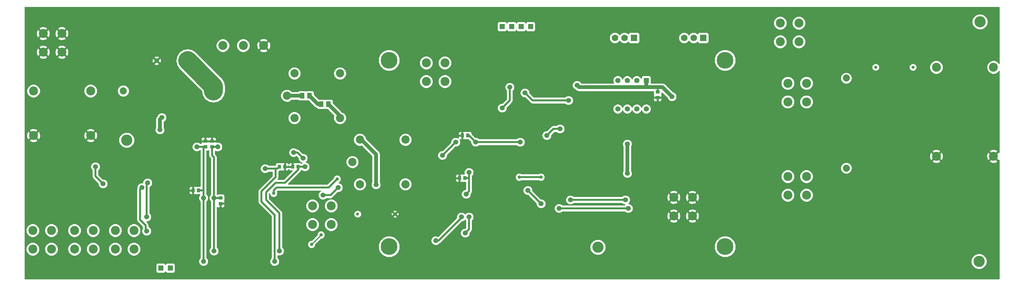
<source format=gbl>
G04 (created by PCBNEW (2013-07-07 BZR 4022)-stable) date 3/11/2016 5:09:17 AM*
%MOIN*%
G04 Gerber Fmt 3.4, Leading zero omitted, Abs format*
%FSLAX34Y34*%
G01*
G70*
G90*
G04 APERTURE LIST*
%ADD10C,0.00590551*%
%ADD11C,0.0944882*%
%ADD12C,0.0866142*%
%ADD13C,0.0744094*%
%ADD14C,0.0314961*%
%ADD15R,0.055X0.055*%
%ADD16C,0.055*%
%ADD17C,0.177165*%
%ADD18R,0.0354X0.0394*%
%ADD19R,0.0394X0.0354*%
%ADD20C,0.07*%
%ADD21R,0.07X0.07*%
%ADD22C,0.0472441*%
%ADD23R,0.0512X0.059*%
%ADD24C,0.11811*%
%ADD25C,0.0525197*%
%ADD26C,0.035*%
%ADD27C,0.04*%
%ADD28C,0.0201575*%
%ADD29C,0.01*%
%ADD30C,0.201575*%
G04 APERTURE END LIST*
G54D10*
G54D11*
X26650Y-10300D03*
X28800Y-10300D03*
X30949Y-10300D03*
X6600Y-31800D03*
X6600Y-29831D03*
X8568Y-29831D03*
X8568Y-31800D03*
X11000Y-31800D03*
X11000Y-29831D03*
X12968Y-29831D03*
X12968Y-31800D03*
X15300Y-31800D03*
X15300Y-29831D03*
X17268Y-29831D03*
X17268Y-31800D03*
X87400Y-9900D03*
X85431Y-9900D03*
X85431Y-7931D03*
X87400Y-7931D03*
X74200Y-28300D03*
X74200Y-26331D03*
X76168Y-26331D03*
X76168Y-28300D03*
X36100Y-29200D03*
X36100Y-27231D03*
X38068Y-27231D03*
X38068Y-29200D03*
X48100Y-14100D03*
X48100Y-12131D03*
X50068Y-12131D03*
X50068Y-14100D03*
G54D12*
X45901Y-24962D03*
X41098Y-20237D03*
X40311Y-22600D03*
X41098Y-24962D03*
X45901Y-20237D03*
X39001Y-17962D03*
X34198Y-13237D03*
X33411Y-15600D03*
X34198Y-17962D03*
X39001Y-13237D03*
G54D13*
X25651Y-15100D03*
X16148Y-15100D03*
X92400Y-13748D03*
X92400Y-23251D03*
G54D14*
X95500Y-12600D03*
X99437Y-12600D03*
X44800Y-28100D03*
X40862Y-28100D03*
G54D15*
X56100Y-8300D03*
X58100Y-8300D03*
X57100Y-8300D03*
X59100Y-8300D03*
X20100Y-33800D03*
X21100Y-33800D03*
G54D11*
X88200Y-24131D03*
X86231Y-24131D03*
X86231Y-26100D03*
X88200Y-26100D03*
X88200Y-14288D03*
X86231Y-14288D03*
X88200Y-16257D03*
X86231Y-16257D03*
G54D15*
X71300Y-14000D03*
G54D16*
X70300Y-14000D03*
X69300Y-14000D03*
X68300Y-14000D03*
X68300Y-17000D03*
X69300Y-17000D03*
X70300Y-17000D03*
X71300Y-17000D03*
G54D11*
X6676Y-19800D03*
X12700Y-19800D03*
X107923Y-12600D03*
X101900Y-12600D03*
X6676Y-15100D03*
X12700Y-15100D03*
X107923Y-22000D03*
X101900Y-22000D03*
G54D17*
X79616Y-31542D03*
X79616Y-11857D03*
X44183Y-11857D03*
X44183Y-31542D03*
G54D18*
X24096Y-25600D03*
X23504Y-25600D03*
X34004Y-23100D03*
X34596Y-23100D03*
X51604Y-24300D03*
X52196Y-24300D03*
G54D19*
X26400Y-26996D03*
X26400Y-26404D03*
X25500Y-20404D03*
X25500Y-20996D03*
X72500Y-15204D03*
X72500Y-15796D03*
G54D18*
X52496Y-19800D03*
X51904Y-19800D03*
G54D19*
X24800Y-20996D03*
X24800Y-20404D03*
G54D18*
X32604Y-23100D03*
X33196Y-23100D03*
G54D20*
X68000Y-9500D03*
X69000Y-9500D03*
G54D21*
X70000Y-9500D03*
G54D20*
X75300Y-9500D03*
X76300Y-9500D03*
G54D21*
X77300Y-9500D03*
G54D22*
X22933Y-11900D03*
X19666Y-11900D03*
G54D23*
X35025Y-15600D03*
X35775Y-15600D03*
G54D11*
X7700Y-11000D03*
X7700Y-9031D03*
X9668Y-9031D03*
X9668Y-11000D03*
G54D24*
X16500Y-20300D03*
X106400Y-33100D03*
X106500Y-7800D03*
X66200Y-31600D03*
G54D23*
X37025Y-16500D03*
X37775Y-16500D03*
G54D25*
X42800Y-25000D03*
X13900Y-34100D03*
X9600Y-32800D03*
X26300Y-25600D03*
X29600Y-25500D03*
X61500Y-9700D03*
X55800Y-19200D03*
X34300Y-24700D03*
X8500Y-28700D03*
X43600Y-16800D03*
X71500Y-18100D03*
X66200Y-20100D03*
X16500Y-24700D03*
X92200Y-9500D03*
X29300Y-21400D03*
X33000Y-26000D03*
X61000Y-21800D03*
X59700Y-25600D03*
X33300Y-22300D03*
X51800Y-32000D03*
X47700Y-18900D03*
X74100Y-14600D03*
X63900Y-11200D03*
X60900Y-17300D03*
X65900Y-23300D03*
X12400Y-11200D03*
X17300Y-27500D03*
X58100Y-16100D03*
X52500Y-16700D03*
X32800Y-20400D03*
X20400Y-23000D03*
X21500Y-26300D03*
X15100Y-26500D03*
X24600Y-33100D03*
X32100Y-33100D03*
X24600Y-26400D03*
X18100Y-25300D03*
X18600Y-29900D03*
X60800Y-19800D03*
X62200Y-19100D03*
X74000Y-15700D03*
X64000Y-14500D03*
X51800Y-28400D03*
X49100Y-30900D03*
X58000Y-20500D03*
X53300Y-20500D03*
X51200Y-20500D03*
X49800Y-21900D03*
X13200Y-23100D03*
X14000Y-24900D03*
X23900Y-21000D03*
X31100Y-23300D03*
X69300Y-20700D03*
X69300Y-23800D03*
X52300Y-26000D03*
X52200Y-30100D03*
X52600Y-28400D03*
X25700Y-26400D03*
X25700Y-32000D03*
X32600Y-32000D03*
X18600Y-28400D03*
X52600Y-23700D03*
X35300Y-23100D03*
X18700Y-24800D03*
X26100Y-21000D03*
X35100Y-22200D03*
X34100Y-21600D03*
X37200Y-26100D03*
X38800Y-25300D03*
X56100Y-16900D03*
X56900Y-14700D03*
G54D26*
X32000Y-25900D03*
X38700Y-24400D03*
X36000Y-31300D03*
X37000Y-30300D03*
G54D25*
X20200Y-17900D03*
X20000Y-19200D03*
X69100Y-26600D03*
X63300Y-26600D03*
X63100Y-16100D03*
X58500Y-15300D03*
X58800Y-25600D03*
X60200Y-27000D03*
X62100Y-27500D03*
X69400Y-27500D03*
G54D26*
X57900Y-24200D03*
X60200Y-24200D03*
G54D27*
X41237Y-20237D02*
X42800Y-21800D01*
X42800Y-21800D02*
X42800Y-25000D01*
G54D28*
X41237Y-20237D02*
X41098Y-20237D01*
X24600Y-33100D02*
X24600Y-26400D01*
X32200Y-24200D02*
X31300Y-25100D01*
X32200Y-24200D02*
X32200Y-23300D01*
X32100Y-33100D02*
X32100Y-31600D01*
X32100Y-28200D02*
X32100Y-31600D01*
X31000Y-27100D02*
X32100Y-28200D01*
X31300Y-25100D02*
X31000Y-25400D01*
X30700Y-25700D02*
X30700Y-26800D01*
X30700Y-26800D02*
X31000Y-27100D01*
X31000Y-25400D02*
X30700Y-25700D01*
X24600Y-25600D02*
X24600Y-20996D01*
X24096Y-25600D02*
X24600Y-25600D01*
X24600Y-26400D02*
X24600Y-25600D01*
X17900Y-28700D02*
X18500Y-29300D01*
X17900Y-25500D02*
X17900Y-28700D01*
X17900Y-25500D02*
X18100Y-25300D01*
X18500Y-29300D02*
X18500Y-29800D01*
X18500Y-29800D02*
X18600Y-29900D01*
X61500Y-19100D02*
X60800Y-19800D01*
X62200Y-19100D02*
X61500Y-19100D01*
X52496Y-19800D02*
X52600Y-19800D01*
X52600Y-19800D02*
X53300Y-20500D01*
G54D27*
X71300Y-14000D02*
X71300Y-14700D01*
G54D28*
X64200Y-14700D02*
X64000Y-14500D01*
G54D27*
X73000Y-14700D02*
X71300Y-14700D01*
X71300Y-14700D02*
X64200Y-14700D01*
X74000Y-15700D02*
X73000Y-14700D01*
G54D28*
X72500Y-15204D02*
X72500Y-14700D01*
G54D29*
X64200Y-14700D02*
X72000Y-14700D01*
X73000Y-14700D02*
X72500Y-14700D01*
X72500Y-14700D02*
X72000Y-14700D01*
G54D28*
X49400Y-30900D02*
X51800Y-28500D01*
G54D29*
X51800Y-28500D02*
X51800Y-28400D01*
G54D28*
X49100Y-30900D02*
X49400Y-30900D01*
X53300Y-20500D02*
X58000Y-20500D01*
X49800Y-21900D02*
X51200Y-20500D01*
X13200Y-24100D02*
X13200Y-23100D01*
X14000Y-24900D02*
X13200Y-24100D01*
X24800Y-20996D02*
X24600Y-20996D01*
X24600Y-20996D02*
X24200Y-20996D01*
G54D29*
X23904Y-20996D02*
X23900Y-21000D01*
G54D28*
X24200Y-20996D02*
X23904Y-20996D01*
G54D29*
X32604Y-23100D02*
X32600Y-23100D01*
G54D28*
X32600Y-23100D02*
X32400Y-23300D01*
X32400Y-23300D02*
X32200Y-23300D01*
X32200Y-23300D02*
X31100Y-23300D01*
G54D27*
X69300Y-20700D02*
X69300Y-23800D01*
G54D28*
X52200Y-30100D02*
X52600Y-29700D01*
X52300Y-26000D02*
X52600Y-25700D01*
X52600Y-25700D02*
X52600Y-24300D01*
X52600Y-29700D02*
X52600Y-28400D01*
X26400Y-26404D02*
X25704Y-26404D01*
X25704Y-26404D02*
X25700Y-26400D01*
X25700Y-24800D02*
X25700Y-24804D01*
X25700Y-24200D02*
X25700Y-24196D01*
X25700Y-26100D02*
X25700Y-24804D01*
X25700Y-24804D02*
X25700Y-24196D01*
X25700Y-24196D02*
X25700Y-22100D01*
X25500Y-21900D02*
X25500Y-20996D01*
X25700Y-22100D02*
X25500Y-21900D01*
X25700Y-31800D02*
X25700Y-32000D01*
X25700Y-26100D02*
X25700Y-26400D01*
X25700Y-26400D02*
X25700Y-31800D01*
X32600Y-32000D02*
X32600Y-28000D01*
X31200Y-26600D02*
X32600Y-28000D01*
X31200Y-25800D02*
X31200Y-26600D01*
X33400Y-24600D02*
X33200Y-24800D01*
X32200Y-24800D02*
X31600Y-25400D01*
X33200Y-24800D02*
X32200Y-24800D01*
X34600Y-23400D02*
X33400Y-24600D01*
X34600Y-23400D02*
X34600Y-23104D01*
G54D29*
X34600Y-23104D02*
X34596Y-23100D01*
G54D28*
X31600Y-25400D02*
X31200Y-25800D01*
X52196Y-24300D02*
X52600Y-24300D01*
X52600Y-24300D02*
X52600Y-23700D01*
X34596Y-23100D02*
X35300Y-23100D01*
X18700Y-24800D02*
X18600Y-24900D01*
X18600Y-24900D02*
X18600Y-28400D01*
X25500Y-20996D02*
X26096Y-20996D01*
G54D29*
X26096Y-20996D02*
X26100Y-21000D01*
G54D28*
X35100Y-22200D02*
X34500Y-21600D01*
X34500Y-21600D02*
X34100Y-21600D01*
G54D27*
X39001Y-17962D02*
X39001Y-17726D01*
X39001Y-17726D02*
X37775Y-16500D01*
X37025Y-16500D02*
X36675Y-16500D01*
X36675Y-16500D02*
X35775Y-15600D01*
G54D30*
X25651Y-15100D02*
X25651Y-14618D01*
X25651Y-14618D02*
X22933Y-11900D01*
G54D27*
X33411Y-15600D02*
X35025Y-15600D01*
G54D28*
X38000Y-26100D02*
X37200Y-26100D01*
X38800Y-25300D02*
X38000Y-26100D01*
X56100Y-16900D02*
X56900Y-16100D01*
X56900Y-16100D02*
X56900Y-14700D01*
X38700Y-24400D02*
X37800Y-25300D01*
X37800Y-25300D02*
X32300Y-25300D01*
X32300Y-25300D02*
X32000Y-25600D01*
X32000Y-25900D02*
X32000Y-25600D01*
G54D29*
X37000Y-30300D02*
X36000Y-31300D01*
G54D27*
X20000Y-18100D02*
X20000Y-19200D01*
X20200Y-17900D02*
X20000Y-18100D01*
G54D28*
X63300Y-26600D02*
X64700Y-26600D01*
X64700Y-26600D02*
X69100Y-26600D01*
X59300Y-16100D02*
X63100Y-16100D01*
X58500Y-15300D02*
X59300Y-16100D01*
X58800Y-25600D02*
X60200Y-27000D01*
X62100Y-27500D02*
X63900Y-27500D01*
X69400Y-27500D02*
X63900Y-27500D01*
G54D29*
X63900Y-27500D02*
X63700Y-27500D01*
G54D28*
X60200Y-24200D02*
X57900Y-24200D01*
G54D10*
G36*
X108530Y-34930D02*
X108363Y-34930D01*
X108363Y-22510D01*
X107923Y-22070D01*
X107852Y-22141D01*
X107852Y-22000D01*
X107412Y-21560D01*
X107299Y-21608D01*
X107197Y-21877D01*
X107205Y-22164D01*
X107299Y-22391D01*
X107412Y-22439D01*
X107852Y-22000D01*
X107852Y-22141D01*
X107483Y-22510D01*
X107532Y-22623D01*
X107800Y-22726D01*
X108087Y-22718D01*
X108315Y-22623D01*
X108363Y-22510D01*
X108363Y-34930D01*
X107240Y-34930D01*
X107240Y-32933D01*
X107113Y-32624D01*
X106876Y-32387D01*
X106567Y-32259D01*
X106233Y-32259D01*
X105924Y-32387D01*
X105687Y-32623D01*
X105559Y-32932D01*
X105559Y-33266D01*
X105687Y-33575D01*
X105923Y-33812D01*
X106232Y-33940D01*
X106566Y-33940D01*
X106875Y-33813D01*
X107112Y-33576D01*
X107240Y-33267D01*
X107240Y-32933D01*
X107240Y-34930D01*
X102626Y-34930D01*
X102626Y-22122D01*
X102622Y-21994D01*
X102622Y-12456D01*
X102512Y-12191D01*
X102309Y-11987D01*
X102044Y-11877D01*
X101756Y-11877D01*
X101491Y-11987D01*
X101287Y-12190D01*
X101177Y-12455D01*
X101177Y-12743D01*
X101287Y-13008D01*
X101490Y-13212D01*
X101755Y-13322D01*
X102043Y-13322D01*
X102308Y-13212D01*
X102512Y-13009D01*
X102622Y-12744D01*
X102622Y-12456D01*
X102622Y-21994D01*
X102618Y-21835D01*
X102523Y-21608D01*
X102410Y-21560D01*
X102339Y-21630D01*
X102339Y-21489D01*
X102291Y-21376D01*
X102022Y-21273D01*
X101735Y-21281D01*
X101508Y-21376D01*
X101460Y-21489D01*
X101900Y-21929D01*
X102339Y-21489D01*
X102339Y-21630D01*
X101970Y-22000D01*
X102410Y-22439D01*
X102523Y-22391D01*
X102626Y-22122D01*
X102626Y-34930D01*
X102339Y-34930D01*
X102339Y-22510D01*
X101900Y-22070D01*
X101829Y-22141D01*
X101829Y-22000D01*
X101389Y-21560D01*
X101276Y-21608D01*
X101173Y-21877D01*
X101181Y-22164D01*
X101276Y-22391D01*
X101389Y-22439D01*
X101829Y-22000D01*
X101829Y-22141D01*
X101460Y-22510D01*
X101508Y-22623D01*
X101777Y-22726D01*
X102064Y-22718D01*
X102291Y-22623D01*
X102339Y-22510D01*
X102339Y-34930D01*
X99844Y-34930D01*
X99844Y-12519D01*
X99782Y-12369D01*
X99668Y-12254D01*
X99518Y-12192D01*
X99356Y-12192D01*
X99206Y-12254D01*
X99091Y-12368D01*
X99029Y-12518D01*
X99029Y-12680D01*
X99091Y-12830D01*
X99205Y-12945D01*
X99355Y-13007D01*
X99517Y-13007D01*
X99667Y-12945D01*
X99782Y-12831D01*
X99844Y-12681D01*
X99844Y-12519D01*
X99844Y-34930D01*
X95907Y-34930D01*
X95907Y-12519D01*
X95845Y-12369D01*
X95731Y-12254D01*
X95581Y-12192D01*
X95419Y-12192D01*
X95269Y-12254D01*
X95154Y-12368D01*
X95092Y-12518D01*
X95092Y-12680D01*
X95154Y-12830D01*
X95268Y-12945D01*
X95418Y-13007D01*
X95580Y-13007D01*
X95730Y-12945D01*
X95845Y-12831D01*
X95907Y-12681D01*
X95907Y-12519D01*
X95907Y-34930D01*
X93022Y-34930D01*
X93022Y-23128D01*
X93022Y-13624D01*
X92927Y-13396D01*
X92752Y-13220D01*
X92524Y-13126D01*
X92276Y-13125D01*
X92048Y-13220D01*
X91872Y-13395D01*
X91778Y-13623D01*
X91777Y-13871D01*
X91872Y-14099D01*
X92047Y-14275D01*
X92275Y-14369D01*
X92523Y-14370D01*
X92751Y-14275D01*
X92927Y-14100D01*
X93021Y-13872D01*
X93022Y-13624D01*
X93022Y-23128D01*
X92927Y-22900D01*
X92752Y-22724D01*
X92524Y-22630D01*
X92276Y-22629D01*
X92048Y-22724D01*
X91872Y-22899D01*
X91778Y-23127D01*
X91777Y-23375D01*
X91872Y-23603D01*
X92047Y-23779D01*
X92275Y-23873D01*
X92523Y-23874D01*
X92751Y-23779D01*
X92927Y-23604D01*
X93021Y-23376D01*
X93022Y-23128D01*
X93022Y-34930D01*
X88922Y-34930D01*
X88922Y-25956D01*
X88922Y-23988D01*
X88922Y-16114D01*
X88922Y-14145D01*
X88812Y-13880D01*
X88609Y-13676D01*
X88344Y-13566D01*
X88122Y-13566D01*
X88122Y-9756D01*
X88122Y-7788D01*
X88012Y-7522D01*
X87809Y-7319D01*
X87544Y-7209D01*
X87256Y-7208D01*
X86991Y-7318D01*
X86787Y-7521D01*
X86677Y-7787D01*
X86677Y-8074D01*
X86787Y-8340D01*
X86990Y-8543D01*
X87255Y-8653D01*
X87543Y-8654D01*
X87808Y-8544D01*
X88012Y-8341D01*
X88122Y-8075D01*
X88122Y-7788D01*
X88122Y-9756D01*
X88012Y-9491D01*
X87809Y-9287D01*
X87544Y-9177D01*
X87256Y-9177D01*
X86991Y-9287D01*
X86787Y-9490D01*
X86677Y-9755D01*
X86677Y-10043D01*
X86787Y-10308D01*
X86990Y-10512D01*
X87255Y-10622D01*
X87543Y-10622D01*
X87808Y-10512D01*
X88012Y-10309D01*
X88122Y-10044D01*
X88122Y-9756D01*
X88122Y-13566D01*
X88056Y-13566D01*
X87791Y-13676D01*
X87587Y-13879D01*
X87477Y-14144D01*
X87477Y-14432D01*
X87587Y-14697D01*
X87790Y-14901D01*
X88055Y-15011D01*
X88343Y-15011D01*
X88608Y-14901D01*
X88812Y-14698D01*
X88922Y-14433D01*
X88922Y-14145D01*
X88922Y-16114D01*
X88812Y-15848D01*
X88609Y-15645D01*
X88344Y-15535D01*
X88056Y-15534D01*
X87791Y-15644D01*
X87587Y-15847D01*
X87477Y-16113D01*
X87477Y-16400D01*
X87587Y-16666D01*
X87790Y-16869D01*
X88055Y-16979D01*
X88343Y-16980D01*
X88608Y-16870D01*
X88812Y-16667D01*
X88922Y-16401D01*
X88922Y-16114D01*
X88922Y-23988D01*
X88812Y-23722D01*
X88609Y-23519D01*
X88344Y-23409D01*
X88056Y-23408D01*
X87791Y-23518D01*
X87587Y-23721D01*
X87477Y-23987D01*
X87477Y-24274D01*
X87587Y-24540D01*
X87790Y-24743D01*
X88055Y-24853D01*
X88343Y-24854D01*
X88608Y-24744D01*
X88812Y-24541D01*
X88922Y-24275D01*
X88922Y-23988D01*
X88922Y-25956D01*
X88812Y-25691D01*
X88609Y-25487D01*
X88344Y-25377D01*
X88056Y-25377D01*
X87791Y-25487D01*
X87587Y-25690D01*
X87477Y-25955D01*
X87477Y-26243D01*
X87587Y-26508D01*
X87790Y-26712D01*
X88055Y-26822D01*
X88343Y-26822D01*
X88608Y-26712D01*
X88812Y-26509D01*
X88922Y-26244D01*
X88922Y-25956D01*
X88922Y-34930D01*
X86954Y-34930D01*
X86954Y-25956D01*
X86954Y-23988D01*
X86954Y-16114D01*
X86954Y-14145D01*
X86844Y-13880D01*
X86641Y-13676D01*
X86375Y-13566D01*
X86154Y-13566D01*
X86154Y-9756D01*
X86154Y-7788D01*
X86044Y-7522D01*
X85841Y-7319D01*
X85575Y-7209D01*
X85288Y-7208D01*
X85022Y-7318D01*
X84819Y-7521D01*
X84709Y-7787D01*
X84708Y-8074D01*
X84818Y-8340D01*
X85021Y-8543D01*
X85287Y-8653D01*
X85574Y-8654D01*
X85840Y-8544D01*
X86043Y-8341D01*
X86153Y-8075D01*
X86154Y-7788D01*
X86154Y-9756D01*
X86044Y-9491D01*
X85841Y-9287D01*
X85575Y-9177D01*
X85288Y-9177D01*
X85022Y-9287D01*
X84819Y-9490D01*
X84709Y-9755D01*
X84708Y-10043D01*
X84818Y-10308D01*
X85021Y-10512D01*
X85287Y-10622D01*
X85574Y-10622D01*
X85840Y-10512D01*
X86043Y-10309D01*
X86153Y-10044D01*
X86154Y-9756D01*
X86154Y-13566D01*
X86088Y-13566D01*
X85822Y-13676D01*
X85619Y-13879D01*
X85509Y-14144D01*
X85508Y-14432D01*
X85618Y-14697D01*
X85821Y-14901D01*
X86087Y-15011D01*
X86374Y-15011D01*
X86640Y-14901D01*
X86843Y-14698D01*
X86953Y-14433D01*
X86954Y-14145D01*
X86954Y-16114D01*
X86844Y-15848D01*
X86641Y-15645D01*
X86375Y-15535D01*
X86088Y-15534D01*
X85822Y-15644D01*
X85619Y-15847D01*
X85509Y-16113D01*
X85508Y-16400D01*
X85618Y-16666D01*
X85821Y-16869D01*
X86087Y-16979D01*
X86374Y-16980D01*
X86640Y-16870D01*
X86843Y-16667D01*
X86953Y-16401D01*
X86954Y-16114D01*
X86954Y-23988D01*
X86844Y-23722D01*
X86641Y-23519D01*
X86375Y-23409D01*
X86088Y-23408D01*
X85822Y-23518D01*
X85619Y-23721D01*
X85509Y-23987D01*
X85508Y-24274D01*
X85618Y-24540D01*
X85821Y-24743D01*
X86087Y-24853D01*
X86374Y-24854D01*
X86640Y-24744D01*
X86843Y-24541D01*
X86953Y-24275D01*
X86954Y-23988D01*
X86954Y-25956D01*
X86844Y-25691D01*
X86641Y-25487D01*
X86375Y-25377D01*
X86088Y-25377D01*
X85822Y-25487D01*
X85619Y-25690D01*
X85509Y-25955D01*
X85508Y-26243D01*
X85618Y-26508D01*
X85821Y-26712D01*
X86087Y-26822D01*
X86374Y-26822D01*
X86640Y-26712D01*
X86843Y-26509D01*
X86953Y-26244D01*
X86954Y-25956D01*
X86954Y-34930D01*
X80752Y-34930D01*
X80752Y-31317D01*
X80752Y-11632D01*
X80580Y-11214D01*
X80260Y-10895D01*
X79843Y-10721D01*
X79391Y-10721D01*
X78973Y-10894D01*
X78654Y-11213D01*
X78480Y-11630D01*
X78480Y-12082D01*
X78653Y-12500D01*
X78972Y-12819D01*
X79389Y-12993D01*
X79841Y-12993D01*
X80259Y-12820D01*
X80578Y-12501D01*
X80752Y-12084D01*
X80752Y-11632D01*
X80752Y-31317D01*
X80580Y-30899D01*
X80260Y-30580D01*
X79843Y-30406D01*
X79391Y-30406D01*
X78973Y-30579D01*
X78654Y-30898D01*
X78480Y-31315D01*
X78480Y-31767D01*
X78653Y-32185D01*
X78972Y-32504D01*
X79389Y-32678D01*
X79841Y-32678D01*
X80259Y-32505D01*
X80578Y-32186D01*
X80752Y-31769D01*
X80752Y-31317D01*
X80752Y-34930D01*
X77900Y-34930D01*
X77900Y-9800D01*
X77900Y-9100D01*
X77862Y-9008D01*
X77791Y-8938D01*
X77699Y-8900D01*
X77600Y-8899D01*
X76900Y-8899D01*
X76808Y-8937D01*
X76738Y-9008D01*
X76714Y-9065D01*
X76640Y-8991D01*
X76419Y-8900D01*
X76181Y-8899D01*
X75960Y-8991D01*
X75799Y-9151D01*
X75640Y-8991D01*
X75419Y-8900D01*
X75181Y-8899D01*
X74960Y-8991D01*
X74791Y-9159D01*
X74700Y-9380D01*
X74699Y-9618D01*
X74791Y-9839D01*
X74959Y-10008D01*
X75180Y-10099D01*
X75418Y-10100D01*
X75639Y-10008D01*
X75800Y-9848D01*
X75959Y-10008D01*
X76180Y-10099D01*
X76418Y-10100D01*
X76639Y-10008D01*
X76714Y-9934D01*
X76737Y-9991D01*
X76808Y-10061D01*
X76900Y-10099D01*
X76999Y-10100D01*
X77699Y-10100D01*
X77791Y-10062D01*
X77861Y-9991D01*
X77899Y-9899D01*
X77900Y-9800D01*
X77900Y-34930D01*
X76894Y-34930D01*
X76894Y-28422D01*
X76894Y-26454D01*
X76886Y-26167D01*
X76792Y-25939D01*
X76679Y-25891D01*
X76608Y-25962D01*
X76608Y-25820D01*
X76560Y-25707D01*
X76291Y-25605D01*
X76004Y-25613D01*
X75776Y-25707D01*
X75728Y-25820D01*
X76168Y-26260D01*
X76608Y-25820D01*
X76608Y-25962D01*
X76239Y-26331D01*
X76679Y-26771D01*
X76792Y-26723D01*
X76894Y-26454D01*
X76894Y-28422D01*
X76886Y-28135D01*
X76792Y-27908D01*
X76679Y-27860D01*
X76608Y-27930D01*
X76608Y-27789D01*
X76608Y-26842D01*
X76168Y-26402D01*
X76097Y-26472D01*
X76097Y-26331D01*
X75657Y-25891D01*
X75544Y-25939D01*
X75442Y-26208D01*
X75450Y-26495D01*
X75544Y-26723D01*
X75657Y-26771D01*
X76097Y-26331D01*
X76097Y-26472D01*
X75728Y-26842D01*
X75776Y-26955D01*
X76045Y-27057D01*
X76332Y-27049D01*
X76560Y-26955D01*
X76608Y-26842D01*
X76608Y-27789D01*
X76560Y-27676D01*
X76291Y-27573D01*
X76004Y-27581D01*
X75776Y-27676D01*
X75728Y-27789D01*
X76168Y-28229D01*
X76608Y-27789D01*
X76608Y-27930D01*
X76239Y-28300D01*
X76679Y-28739D01*
X76792Y-28691D01*
X76894Y-28422D01*
X76894Y-34930D01*
X76608Y-34930D01*
X76608Y-28810D01*
X76168Y-28370D01*
X76097Y-28441D01*
X76097Y-28300D01*
X75657Y-27860D01*
X75544Y-27908D01*
X75442Y-28177D01*
X75450Y-28464D01*
X75544Y-28691D01*
X75657Y-28739D01*
X76097Y-28300D01*
X76097Y-28441D01*
X75728Y-28810D01*
X75776Y-28923D01*
X76045Y-29026D01*
X76332Y-29018D01*
X76560Y-28923D01*
X76608Y-28810D01*
X76608Y-34930D01*
X74926Y-34930D01*
X74926Y-28422D01*
X74926Y-26454D01*
X74918Y-26167D01*
X74823Y-25939D01*
X74710Y-25891D01*
X74639Y-25962D01*
X74639Y-25820D01*
X74591Y-25707D01*
X74512Y-25677D01*
X74512Y-15598D01*
X74434Y-15410D01*
X74290Y-15265D01*
X74139Y-15202D01*
X73318Y-14381D01*
X73172Y-14284D01*
X73000Y-14250D01*
X71825Y-14250D01*
X71825Y-14225D01*
X71825Y-13675D01*
X71787Y-13583D01*
X71716Y-13513D01*
X71624Y-13475D01*
X71525Y-13474D01*
X70975Y-13474D01*
X70883Y-13512D01*
X70813Y-13583D01*
X70775Y-13675D01*
X70774Y-13774D01*
X70774Y-13774D01*
X70745Y-13703D01*
X70600Y-13557D01*
X70600Y-9800D01*
X70600Y-9100D01*
X70562Y-9008D01*
X70491Y-8938D01*
X70399Y-8900D01*
X70300Y-8899D01*
X69600Y-8899D01*
X69508Y-8937D01*
X69438Y-9008D01*
X69414Y-9065D01*
X69340Y-8991D01*
X69119Y-8900D01*
X68881Y-8899D01*
X68660Y-8991D01*
X68499Y-9151D01*
X68340Y-8991D01*
X68119Y-8900D01*
X67881Y-8899D01*
X67660Y-8991D01*
X67491Y-9159D01*
X67400Y-9380D01*
X67399Y-9618D01*
X67491Y-9839D01*
X67659Y-10008D01*
X67880Y-10099D01*
X68118Y-10100D01*
X68339Y-10008D01*
X68500Y-9848D01*
X68659Y-10008D01*
X68880Y-10099D01*
X69118Y-10100D01*
X69339Y-10008D01*
X69414Y-9934D01*
X69437Y-9991D01*
X69508Y-10061D01*
X69600Y-10099D01*
X69699Y-10100D01*
X70399Y-10100D01*
X70491Y-10062D01*
X70561Y-9991D01*
X70599Y-9899D01*
X70600Y-9800D01*
X70600Y-13557D01*
X70597Y-13555D01*
X70404Y-13475D01*
X70196Y-13474D01*
X70003Y-13554D01*
X69855Y-13702D01*
X69799Y-13835D01*
X69745Y-13703D01*
X69597Y-13555D01*
X69404Y-13475D01*
X69196Y-13474D01*
X69003Y-13554D01*
X68855Y-13702D01*
X68799Y-13835D01*
X68745Y-13703D01*
X68597Y-13555D01*
X68404Y-13475D01*
X68196Y-13474D01*
X68003Y-13554D01*
X67855Y-13702D01*
X67775Y-13895D01*
X67774Y-14103D01*
X67835Y-14250D01*
X64451Y-14250D01*
X64434Y-14210D01*
X64290Y-14065D01*
X64102Y-13987D01*
X63898Y-13987D01*
X63710Y-14065D01*
X63565Y-14209D01*
X63487Y-14397D01*
X63487Y-14601D01*
X63565Y-14789D01*
X63709Y-14934D01*
X63870Y-15001D01*
X63881Y-15018D01*
X64027Y-15115D01*
X64200Y-15150D01*
X71300Y-15150D01*
X72052Y-15150D01*
X72052Y-15430D01*
X72081Y-15500D01*
X72052Y-15569D01*
X72053Y-15683D01*
X72115Y-15746D01*
X72450Y-15746D01*
X72450Y-15738D01*
X72550Y-15738D01*
X72550Y-15746D01*
X72884Y-15746D01*
X72947Y-15683D01*
X72947Y-15569D01*
X72918Y-15499D01*
X72946Y-15430D01*
X72947Y-15331D01*
X72947Y-15283D01*
X73502Y-15839D01*
X73565Y-15989D01*
X73709Y-16134D01*
X73897Y-16212D01*
X74101Y-16212D01*
X74289Y-16134D01*
X74434Y-15990D01*
X74512Y-15802D01*
X74512Y-15598D01*
X74512Y-25677D01*
X74322Y-25605D01*
X74035Y-25613D01*
X73808Y-25707D01*
X73760Y-25820D01*
X74200Y-26260D01*
X74639Y-25820D01*
X74639Y-25962D01*
X74270Y-26331D01*
X74710Y-26771D01*
X74823Y-26723D01*
X74926Y-26454D01*
X74926Y-28422D01*
X74918Y-28135D01*
X74823Y-27908D01*
X74710Y-27860D01*
X74639Y-27930D01*
X74639Y-27789D01*
X74639Y-26842D01*
X74200Y-26402D01*
X74129Y-26472D01*
X74129Y-26331D01*
X73689Y-25891D01*
X73576Y-25939D01*
X73473Y-26208D01*
X73481Y-26495D01*
X73576Y-26723D01*
X73689Y-26771D01*
X74129Y-26331D01*
X74129Y-26472D01*
X73760Y-26842D01*
X73808Y-26955D01*
X74077Y-27057D01*
X74364Y-27049D01*
X74591Y-26955D01*
X74639Y-26842D01*
X74639Y-27789D01*
X74591Y-27676D01*
X74322Y-27573D01*
X74035Y-27581D01*
X73808Y-27676D01*
X73760Y-27789D01*
X74200Y-28229D01*
X74639Y-27789D01*
X74639Y-27930D01*
X74270Y-28300D01*
X74710Y-28739D01*
X74823Y-28691D01*
X74926Y-28422D01*
X74926Y-34930D01*
X74639Y-34930D01*
X74639Y-28810D01*
X74200Y-28370D01*
X74129Y-28441D01*
X74129Y-28300D01*
X73689Y-27860D01*
X73576Y-27908D01*
X73473Y-28177D01*
X73481Y-28464D01*
X73576Y-28691D01*
X73689Y-28739D01*
X74129Y-28300D01*
X74129Y-28441D01*
X73760Y-28810D01*
X73808Y-28923D01*
X74077Y-29026D01*
X74364Y-29018D01*
X74591Y-28923D01*
X74639Y-28810D01*
X74639Y-34930D01*
X72947Y-34930D01*
X72947Y-16022D01*
X72947Y-15908D01*
X72884Y-15846D01*
X72550Y-15846D01*
X72550Y-16160D01*
X72612Y-16223D01*
X72647Y-16223D01*
X72746Y-16222D01*
X72838Y-16184D01*
X72909Y-16114D01*
X72947Y-16022D01*
X72947Y-34930D01*
X72450Y-34930D01*
X72450Y-16160D01*
X72450Y-15846D01*
X72115Y-15846D01*
X72053Y-15908D01*
X72052Y-16022D01*
X72090Y-16114D01*
X72161Y-16184D01*
X72253Y-16222D01*
X72352Y-16223D01*
X72387Y-16223D01*
X72450Y-16160D01*
X72450Y-34930D01*
X71825Y-34930D01*
X71825Y-16896D01*
X71745Y-16703D01*
X71597Y-16555D01*
X71404Y-16475D01*
X71196Y-16474D01*
X71003Y-16554D01*
X70855Y-16702D01*
X70799Y-16835D01*
X70745Y-16703D01*
X70597Y-16555D01*
X70404Y-16475D01*
X70196Y-16474D01*
X70003Y-16554D01*
X69855Y-16702D01*
X69799Y-16835D01*
X69745Y-16703D01*
X69597Y-16555D01*
X69404Y-16475D01*
X69196Y-16474D01*
X69003Y-16554D01*
X68855Y-16702D01*
X68799Y-16835D01*
X68745Y-16703D01*
X68597Y-16555D01*
X68404Y-16475D01*
X68196Y-16474D01*
X68003Y-16554D01*
X67855Y-16702D01*
X67775Y-16895D01*
X67774Y-17103D01*
X67854Y-17297D01*
X68002Y-17444D01*
X68195Y-17524D01*
X68403Y-17525D01*
X68597Y-17445D01*
X68744Y-17297D01*
X68800Y-17164D01*
X68854Y-17297D01*
X69002Y-17444D01*
X69195Y-17524D01*
X69403Y-17525D01*
X69597Y-17445D01*
X69744Y-17297D01*
X69800Y-17164D01*
X69854Y-17297D01*
X70002Y-17444D01*
X70195Y-17524D01*
X70403Y-17525D01*
X70597Y-17445D01*
X70744Y-17297D01*
X70800Y-17164D01*
X70854Y-17297D01*
X71002Y-17444D01*
X71195Y-17524D01*
X71403Y-17525D01*
X71597Y-17445D01*
X71744Y-17297D01*
X71824Y-17104D01*
X71825Y-16896D01*
X71825Y-34930D01*
X69912Y-34930D01*
X69912Y-27398D01*
X69834Y-27210D01*
X69812Y-27187D01*
X69812Y-23698D01*
X69750Y-23546D01*
X69750Y-20952D01*
X69812Y-20802D01*
X69812Y-20598D01*
X69734Y-20410D01*
X69590Y-20265D01*
X69402Y-20187D01*
X69198Y-20187D01*
X69010Y-20265D01*
X68865Y-20409D01*
X68787Y-20597D01*
X68787Y-20801D01*
X68850Y-20953D01*
X68850Y-23547D01*
X68787Y-23697D01*
X68787Y-23901D01*
X68865Y-24089D01*
X69009Y-24234D01*
X69197Y-24312D01*
X69401Y-24312D01*
X69589Y-24234D01*
X69734Y-24090D01*
X69812Y-23902D01*
X69812Y-23698D01*
X69812Y-27187D01*
X69690Y-27065D01*
X69502Y-26987D01*
X69437Y-26987D01*
X69534Y-26890D01*
X69612Y-26702D01*
X69612Y-26498D01*
X69534Y-26310D01*
X69390Y-26165D01*
X69202Y-26087D01*
X68998Y-26087D01*
X68810Y-26165D01*
X68725Y-26249D01*
X64700Y-26249D01*
X63674Y-26249D01*
X63612Y-26187D01*
X63612Y-15998D01*
X63534Y-15810D01*
X63390Y-15665D01*
X63202Y-15587D01*
X62998Y-15587D01*
X62810Y-15665D01*
X62725Y-15749D01*
X59625Y-15749D01*
X59625Y-8525D01*
X59625Y-7975D01*
X59587Y-7883D01*
X59516Y-7813D01*
X59424Y-7775D01*
X59325Y-7774D01*
X58775Y-7774D01*
X58683Y-7812D01*
X58613Y-7883D01*
X58600Y-7914D01*
X58587Y-7883D01*
X58516Y-7813D01*
X58424Y-7775D01*
X58325Y-7774D01*
X57775Y-7774D01*
X57683Y-7812D01*
X57613Y-7883D01*
X57600Y-7914D01*
X57587Y-7883D01*
X57516Y-7813D01*
X57424Y-7775D01*
X57325Y-7774D01*
X56775Y-7774D01*
X56683Y-7812D01*
X56613Y-7883D01*
X56600Y-7914D01*
X56587Y-7883D01*
X56516Y-7813D01*
X56424Y-7775D01*
X56325Y-7774D01*
X55775Y-7774D01*
X55683Y-7812D01*
X55613Y-7883D01*
X55575Y-7975D01*
X55574Y-8074D01*
X55574Y-8624D01*
X55612Y-8716D01*
X55683Y-8786D01*
X55775Y-8824D01*
X55874Y-8825D01*
X56424Y-8825D01*
X56516Y-8787D01*
X56586Y-8716D01*
X56599Y-8685D01*
X56612Y-8716D01*
X56683Y-8786D01*
X56775Y-8824D01*
X56874Y-8825D01*
X57424Y-8825D01*
X57516Y-8787D01*
X57586Y-8716D01*
X57599Y-8685D01*
X57612Y-8716D01*
X57683Y-8786D01*
X57775Y-8824D01*
X57874Y-8825D01*
X58424Y-8825D01*
X58516Y-8787D01*
X58586Y-8716D01*
X58599Y-8685D01*
X58612Y-8716D01*
X58683Y-8786D01*
X58775Y-8824D01*
X58874Y-8825D01*
X59424Y-8825D01*
X59516Y-8787D01*
X59586Y-8716D01*
X59624Y-8624D01*
X59625Y-8525D01*
X59625Y-15749D01*
X59445Y-15749D01*
X59012Y-15316D01*
X59012Y-15198D01*
X58934Y-15010D01*
X58790Y-14865D01*
X58602Y-14787D01*
X58398Y-14787D01*
X58210Y-14865D01*
X58065Y-15009D01*
X57987Y-15197D01*
X57987Y-15401D01*
X58065Y-15589D01*
X58209Y-15734D01*
X58397Y-15812D01*
X58516Y-15812D01*
X59051Y-16348D01*
X59051Y-16348D01*
X59165Y-16424D01*
X59165Y-16424D01*
X59299Y-16450D01*
X59300Y-16450D01*
X62725Y-16450D01*
X62809Y-16534D01*
X62997Y-16612D01*
X63201Y-16612D01*
X63389Y-16534D01*
X63534Y-16390D01*
X63612Y-16202D01*
X63612Y-15998D01*
X63612Y-26187D01*
X63590Y-26165D01*
X63402Y-26087D01*
X63198Y-26087D01*
X63010Y-26165D01*
X62865Y-26309D01*
X62787Y-26497D01*
X62787Y-26701D01*
X62865Y-26889D01*
X63009Y-27034D01*
X63197Y-27112D01*
X63401Y-27112D01*
X63589Y-27034D01*
X63674Y-26950D01*
X64700Y-26950D01*
X68725Y-26950D01*
X68809Y-27034D01*
X68997Y-27112D01*
X69062Y-27112D01*
X69025Y-27149D01*
X63900Y-27149D01*
X62712Y-27149D01*
X62712Y-18998D01*
X62634Y-18810D01*
X62490Y-18665D01*
X62302Y-18587D01*
X62098Y-18587D01*
X61910Y-18665D01*
X61825Y-18749D01*
X61500Y-18749D01*
X61365Y-18775D01*
X61327Y-18801D01*
X61251Y-18851D01*
X60816Y-19287D01*
X60698Y-19287D01*
X60510Y-19365D01*
X60365Y-19509D01*
X60287Y-19697D01*
X60287Y-19901D01*
X60365Y-20089D01*
X60509Y-20234D01*
X60697Y-20312D01*
X60901Y-20312D01*
X61089Y-20234D01*
X61234Y-20090D01*
X61312Y-19902D01*
X61312Y-19783D01*
X61645Y-19450D01*
X61825Y-19450D01*
X61909Y-19534D01*
X62097Y-19612D01*
X62301Y-19612D01*
X62489Y-19534D01*
X62634Y-19390D01*
X62712Y-19202D01*
X62712Y-18998D01*
X62712Y-27149D01*
X62474Y-27149D01*
X62390Y-27065D01*
X62202Y-26987D01*
X61998Y-26987D01*
X61810Y-27065D01*
X61665Y-27209D01*
X61587Y-27397D01*
X61587Y-27601D01*
X61665Y-27789D01*
X61809Y-27934D01*
X61997Y-28012D01*
X62201Y-28012D01*
X62389Y-27934D01*
X62474Y-27850D01*
X63900Y-27850D01*
X69025Y-27850D01*
X69109Y-27934D01*
X69297Y-28012D01*
X69501Y-28012D01*
X69689Y-27934D01*
X69834Y-27790D01*
X69912Y-27602D01*
X69912Y-27398D01*
X69912Y-34930D01*
X67040Y-34930D01*
X67040Y-31433D01*
X66913Y-31124D01*
X66676Y-30887D01*
X66367Y-30759D01*
X66033Y-30759D01*
X65724Y-30887D01*
X65487Y-31123D01*
X65359Y-31432D01*
X65359Y-31766D01*
X65487Y-32075D01*
X65723Y-32312D01*
X66032Y-32440D01*
X66366Y-32440D01*
X66675Y-32313D01*
X66912Y-32076D01*
X67040Y-31767D01*
X67040Y-31433D01*
X67040Y-34930D01*
X60712Y-34930D01*
X60712Y-26898D01*
X60634Y-26710D01*
X60625Y-26700D01*
X60625Y-24115D01*
X60560Y-23959D01*
X60441Y-23839D01*
X60284Y-23775D01*
X60115Y-23774D01*
X59959Y-23839D01*
X59949Y-23849D01*
X58512Y-23849D01*
X58512Y-20398D01*
X58434Y-20210D01*
X58290Y-20065D01*
X58102Y-19987D01*
X57898Y-19987D01*
X57710Y-20065D01*
X57625Y-20149D01*
X57412Y-20149D01*
X57412Y-14598D01*
X57334Y-14410D01*
X57190Y-14265D01*
X57002Y-14187D01*
X56798Y-14187D01*
X56610Y-14265D01*
X56465Y-14409D01*
X56387Y-14597D01*
X56387Y-14801D01*
X56465Y-14989D01*
X56549Y-15074D01*
X56549Y-15954D01*
X56116Y-16387D01*
X55998Y-16387D01*
X55810Y-16465D01*
X55665Y-16609D01*
X55587Y-16797D01*
X55587Y-17001D01*
X55665Y-17189D01*
X55809Y-17334D01*
X55997Y-17412D01*
X56201Y-17412D01*
X56389Y-17334D01*
X56534Y-17190D01*
X56612Y-17002D01*
X56612Y-16883D01*
X57148Y-16348D01*
X57148Y-16348D01*
X57148Y-16348D01*
X57224Y-16234D01*
X57224Y-16234D01*
X57250Y-16100D01*
X57250Y-16100D01*
X57250Y-15074D01*
X57334Y-14990D01*
X57412Y-14802D01*
X57412Y-14598D01*
X57412Y-20149D01*
X53674Y-20149D01*
X53590Y-20065D01*
X53402Y-19987D01*
X53283Y-19987D01*
X52923Y-19626D01*
X52923Y-19553D01*
X52885Y-19461D01*
X52814Y-19391D01*
X52722Y-19353D01*
X52623Y-19352D01*
X52269Y-19352D01*
X52200Y-19381D01*
X52130Y-19352D01*
X52016Y-19353D01*
X51954Y-19415D01*
X51954Y-19750D01*
X51961Y-19750D01*
X51961Y-19850D01*
X51954Y-19850D01*
X51954Y-20184D01*
X52016Y-20247D01*
X52130Y-20247D01*
X52200Y-20218D01*
X52269Y-20246D01*
X52368Y-20247D01*
X52550Y-20247D01*
X52787Y-20483D01*
X52787Y-20601D01*
X52865Y-20789D01*
X53009Y-20934D01*
X53197Y-21012D01*
X53401Y-21012D01*
X53589Y-20934D01*
X53674Y-20850D01*
X57625Y-20850D01*
X57709Y-20934D01*
X57897Y-21012D01*
X58101Y-21012D01*
X58289Y-20934D01*
X58434Y-20790D01*
X58512Y-20602D01*
X58512Y-20398D01*
X58512Y-23849D01*
X58150Y-23849D01*
X58141Y-23839D01*
X57984Y-23775D01*
X57815Y-23774D01*
X57659Y-23839D01*
X57539Y-23958D01*
X57475Y-24115D01*
X57474Y-24284D01*
X57539Y-24440D01*
X57658Y-24560D01*
X57815Y-24624D01*
X57984Y-24625D01*
X58140Y-24560D01*
X58150Y-24550D01*
X59949Y-24550D01*
X59958Y-24560D01*
X60115Y-24624D01*
X60284Y-24625D01*
X60440Y-24560D01*
X60560Y-24441D01*
X60624Y-24284D01*
X60625Y-24115D01*
X60625Y-26700D01*
X60490Y-26565D01*
X60302Y-26487D01*
X60183Y-26487D01*
X59312Y-25616D01*
X59312Y-25498D01*
X59234Y-25310D01*
X59090Y-25165D01*
X58902Y-25087D01*
X58698Y-25087D01*
X58510Y-25165D01*
X58365Y-25309D01*
X58287Y-25497D01*
X58287Y-25701D01*
X58365Y-25889D01*
X58509Y-26034D01*
X58697Y-26112D01*
X58816Y-26112D01*
X59687Y-26983D01*
X59687Y-27101D01*
X59765Y-27289D01*
X59909Y-27434D01*
X60097Y-27512D01*
X60301Y-27512D01*
X60489Y-27434D01*
X60634Y-27290D01*
X60712Y-27102D01*
X60712Y-26898D01*
X60712Y-34930D01*
X53112Y-34930D01*
X53112Y-28298D01*
X53112Y-23598D01*
X53034Y-23410D01*
X52890Y-23265D01*
X52702Y-23187D01*
X52498Y-23187D01*
X52310Y-23265D01*
X52165Y-23409D01*
X52087Y-23597D01*
X52087Y-23801D01*
X52108Y-23852D01*
X51969Y-23852D01*
X51900Y-23881D01*
X51854Y-23862D01*
X51854Y-20184D01*
X51854Y-19850D01*
X51854Y-19750D01*
X51854Y-19415D01*
X51791Y-19353D01*
X51677Y-19352D01*
X51585Y-19390D01*
X51515Y-19461D01*
X51477Y-19553D01*
X51476Y-19652D01*
X51477Y-19687D01*
X51539Y-19750D01*
X51854Y-19750D01*
X51854Y-19850D01*
X51539Y-19850D01*
X51477Y-19912D01*
X51476Y-19947D01*
X51477Y-20046D01*
X51483Y-20062D01*
X51302Y-19987D01*
X51098Y-19987D01*
X50910Y-20065D01*
X50791Y-20183D01*
X50791Y-13956D01*
X50791Y-11988D01*
X50681Y-11722D01*
X50478Y-11519D01*
X50212Y-11409D01*
X49925Y-11408D01*
X49659Y-11518D01*
X49456Y-11721D01*
X49346Y-11987D01*
X49345Y-12274D01*
X49455Y-12540D01*
X49658Y-12743D01*
X49924Y-12853D01*
X50211Y-12854D01*
X50477Y-12744D01*
X50680Y-12541D01*
X50790Y-12275D01*
X50791Y-11988D01*
X50791Y-13956D01*
X50681Y-13691D01*
X50478Y-13487D01*
X50212Y-13377D01*
X49925Y-13377D01*
X49659Y-13487D01*
X49456Y-13690D01*
X49346Y-13955D01*
X49345Y-14243D01*
X49455Y-14508D01*
X49658Y-14712D01*
X49924Y-14822D01*
X50211Y-14822D01*
X50477Y-14712D01*
X50680Y-14509D01*
X50790Y-14244D01*
X50791Y-13956D01*
X50791Y-20183D01*
X50765Y-20209D01*
X50687Y-20397D01*
X50687Y-20516D01*
X49816Y-21387D01*
X49698Y-21387D01*
X49510Y-21465D01*
X49365Y-21609D01*
X49287Y-21797D01*
X49287Y-22001D01*
X49365Y-22189D01*
X49509Y-22334D01*
X49697Y-22412D01*
X49901Y-22412D01*
X50089Y-22334D01*
X50234Y-22190D01*
X50312Y-22002D01*
X50312Y-21883D01*
X51183Y-21012D01*
X51301Y-21012D01*
X51489Y-20934D01*
X51634Y-20790D01*
X51712Y-20602D01*
X51712Y-20398D01*
X51644Y-20233D01*
X51677Y-20247D01*
X51791Y-20247D01*
X51854Y-20184D01*
X51854Y-23862D01*
X51830Y-23852D01*
X51716Y-23853D01*
X51654Y-23915D01*
X51654Y-24250D01*
X51661Y-24250D01*
X51661Y-24350D01*
X51654Y-24350D01*
X51654Y-24684D01*
X51716Y-24747D01*
X51830Y-24747D01*
X51900Y-24718D01*
X51969Y-24746D01*
X52068Y-24747D01*
X52249Y-24747D01*
X52249Y-25487D01*
X52198Y-25487D01*
X52010Y-25565D01*
X51865Y-25709D01*
X51787Y-25897D01*
X51787Y-26101D01*
X51865Y-26289D01*
X52009Y-26434D01*
X52197Y-26512D01*
X52401Y-26512D01*
X52589Y-26434D01*
X52734Y-26290D01*
X52812Y-26102D01*
X52812Y-25983D01*
X52848Y-25948D01*
X52848Y-25948D01*
X52898Y-25872D01*
X52924Y-25834D01*
X52924Y-25834D01*
X52950Y-25700D01*
X52950Y-25700D01*
X52950Y-24300D01*
X52950Y-24074D01*
X53034Y-23990D01*
X53112Y-23802D01*
X53112Y-23598D01*
X53112Y-28298D01*
X53034Y-28110D01*
X52890Y-27965D01*
X52702Y-27887D01*
X52498Y-27887D01*
X52310Y-27965D01*
X52199Y-28075D01*
X52090Y-27965D01*
X51902Y-27887D01*
X51698Y-27887D01*
X51554Y-27947D01*
X51554Y-24684D01*
X51554Y-24350D01*
X51554Y-24250D01*
X51554Y-23915D01*
X51491Y-23853D01*
X51377Y-23852D01*
X51285Y-23890D01*
X51215Y-23961D01*
X51177Y-24053D01*
X51176Y-24152D01*
X51177Y-24187D01*
X51239Y-24250D01*
X51554Y-24250D01*
X51554Y-24350D01*
X51239Y-24350D01*
X51177Y-24412D01*
X51176Y-24447D01*
X51177Y-24546D01*
X51215Y-24638D01*
X51285Y-24709D01*
X51377Y-24747D01*
X51491Y-24747D01*
X51554Y-24684D01*
X51554Y-27947D01*
X51510Y-27965D01*
X51365Y-28109D01*
X51287Y-28297D01*
X51287Y-28501D01*
X51291Y-28512D01*
X49353Y-30450D01*
X49202Y-30387D01*
X48998Y-30387D01*
X48822Y-30460D01*
X48822Y-13956D01*
X48822Y-11988D01*
X48712Y-11722D01*
X48509Y-11519D01*
X48244Y-11409D01*
X47956Y-11408D01*
X47691Y-11518D01*
X47487Y-11721D01*
X47377Y-11987D01*
X47377Y-12274D01*
X47487Y-12540D01*
X47690Y-12743D01*
X47955Y-12853D01*
X48243Y-12854D01*
X48508Y-12744D01*
X48712Y-12541D01*
X48822Y-12275D01*
X48822Y-11988D01*
X48822Y-13956D01*
X48712Y-13691D01*
X48509Y-13487D01*
X48244Y-13377D01*
X47956Y-13377D01*
X47691Y-13487D01*
X47487Y-13690D01*
X47377Y-13955D01*
X47377Y-14243D01*
X47487Y-14508D01*
X47690Y-14712D01*
X47955Y-14822D01*
X48243Y-14822D01*
X48508Y-14712D01*
X48712Y-14509D01*
X48822Y-14244D01*
X48822Y-13956D01*
X48822Y-30460D01*
X48810Y-30465D01*
X48665Y-30609D01*
X48587Y-30797D01*
X48587Y-31001D01*
X48665Y-31189D01*
X48809Y-31334D01*
X48997Y-31412D01*
X49201Y-31412D01*
X49389Y-31334D01*
X49492Y-31232D01*
X49534Y-31224D01*
X49648Y-31148D01*
X51883Y-28912D01*
X51901Y-28912D01*
X52089Y-28834D01*
X52200Y-28724D01*
X52249Y-28774D01*
X52249Y-29554D01*
X52216Y-29587D01*
X52098Y-29587D01*
X51910Y-29665D01*
X51765Y-29809D01*
X51687Y-29997D01*
X51687Y-30201D01*
X51765Y-30389D01*
X51909Y-30534D01*
X52097Y-30612D01*
X52301Y-30612D01*
X52489Y-30534D01*
X52634Y-30390D01*
X52712Y-30202D01*
X52712Y-30083D01*
X52848Y-29948D01*
X52848Y-29948D01*
X52848Y-29948D01*
X52924Y-29834D01*
X52924Y-29834D01*
X52950Y-29700D01*
X52950Y-29700D01*
X52950Y-28774D01*
X53034Y-28690D01*
X53112Y-28502D01*
X53112Y-28298D01*
X53112Y-34930D01*
X46584Y-34930D01*
X46584Y-24826D01*
X46584Y-20102D01*
X46480Y-19851D01*
X46289Y-19659D01*
X46038Y-19554D01*
X45766Y-19554D01*
X45515Y-19658D01*
X45322Y-19850D01*
X45319Y-19858D01*
X45319Y-11632D01*
X45146Y-11214D01*
X44827Y-10895D01*
X44410Y-10721D01*
X43958Y-10721D01*
X43540Y-10894D01*
X43221Y-11213D01*
X43047Y-11630D01*
X43047Y-12082D01*
X43219Y-12500D01*
X43539Y-12819D01*
X43956Y-12993D01*
X44408Y-12993D01*
X44826Y-12820D01*
X45145Y-12501D01*
X45319Y-12084D01*
X45319Y-11632D01*
X45319Y-19858D01*
X45218Y-20101D01*
X45218Y-20373D01*
X45322Y-20624D01*
X45514Y-20816D01*
X45765Y-20920D01*
X46036Y-20920D01*
X46287Y-20817D01*
X46480Y-20625D01*
X46584Y-20374D01*
X46584Y-20102D01*
X46584Y-24826D01*
X46480Y-24575D01*
X46289Y-24383D01*
X46038Y-24279D01*
X45766Y-24279D01*
X45515Y-24382D01*
X45322Y-24574D01*
X45218Y-24825D01*
X45218Y-25097D01*
X45322Y-25348D01*
X45514Y-25540D01*
X45765Y-25645D01*
X46036Y-25645D01*
X46287Y-25541D01*
X46480Y-25349D01*
X46584Y-25098D01*
X46584Y-24826D01*
X46584Y-34930D01*
X45319Y-34930D01*
X45319Y-31317D01*
X45212Y-31059D01*
X45212Y-28147D01*
X45199Y-27986D01*
X45163Y-27898D01*
X45082Y-27888D01*
X45011Y-27959D01*
X45011Y-27817D01*
X45001Y-27736D01*
X44847Y-27687D01*
X44686Y-27700D01*
X44598Y-27736D01*
X44588Y-27817D01*
X44800Y-28029D01*
X45011Y-27817D01*
X45011Y-27959D01*
X44870Y-28100D01*
X45082Y-28311D01*
X45163Y-28301D01*
X45212Y-28147D01*
X45212Y-31059D01*
X45146Y-30899D01*
X45011Y-30764D01*
X45011Y-28382D01*
X44800Y-28170D01*
X44729Y-28241D01*
X44729Y-28100D01*
X44517Y-27888D01*
X44436Y-27898D01*
X44387Y-28052D01*
X44400Y-28213D01*
X44436Y-28301D01*
X44517Y-28311D01*
X44729Y-28100D01*
X44729Y-28241D01*
X44588Y-28382D01*
X44598Y-28463D01*
X44752Y-28512D01*
X44913Y-28499D01*
X45001Y-28463D01*
X45011Y-28382D01*
X45011Y-30764D01*
X44827Y-30580D01*
X44410Y-30406D01*
X43958Y-30406D01*
X43540Y-30579D01*
X43312Y-30806D01*
X43312Y-24898D01*
X43250Y-24746D01*
X43250Y-21800D01*
X43215Y-21627D01*
X43118Y-21481D01*
X41781Y-20145D01*
X41781Y-20102D01*
X41677Y-19851D01*
X41485Y-19659D01*
X41234Y-19554D01*
X40963Y-19554D01*
X40712Y-19658D01*
X40519Y-19850D01*
X40415Y-20101D01*
X40415Y-20373D01*
X40519Y-20624D01*
X40710Y-20816D01*
X40961Y-20920D01*
X41233Y-20920D01*
X41269Y-20906D01*
X42350Y-21986D01*
X42350Y-24747D01*
X42287Y-24897D01*
X42287Y-25101D01*
X42365Y-25289D01*
X42509Y-25434D01*
X42697Y-25512D01*
X42901Y-25512D01*
X43089Y-25434D01*
X43234Y-25290D01*
X43312Y-25102D01*
X43312Y-24898D01*
X43312Y-30806D01*
X43221Y-30898D01*
X43047Y-31315D01*
X43047Y-31767D01*
X43219Y-32185D01*
X43539Y-32504D01*
X43956Y-32678D01*
X44408Y-32678D01*
X44826Y-32505D01*
X45145Y-32186D01*
X45319Y-31769D01*
X45319Y-31317D01*
X45319Y-34930D01*
X41781Y-34930D01*
X41781Y-24826D01*
X41677Y-24575D01*
X41485Y-24383D01*
X41234Y-24279D01*
X40994Y-24279D01*
X40994Y-22464D01*
X40890Y-22213D01*
X40698Y-22021D01*
X40447Y-21917D01*
X40175Y-21916D01*
X39924Y-22020D01*
X39732Y-22212D01*
X39684Y-22327D01*
X39684Y-17826D01*
X39684Y-13102D01*
X39580Y-12851D01*
X39389Y-12659D01*
X39138Y-12554D01*
X38866Y-12554D01*
X38615Y-12658D01*
X38422Y-12850D01*
X38318Y-13101D01*
X38318Y-13373D01*
X38422Y-13624D01*
X38614Y-13816D01*
X38865Y-13920D01*
X39136Y-13920D01*
X39387Y-13817D01*
X39580Y-13625D01*
X39684Y-13374D01*
X39684Y-13102D01*
X39684Y-17826D01*
X39580Y-17575D01*
X39389Y-17383D01*
X39228Y-17316D01*
X38281Y-16369D01*
X38281Y-16155D01*
X38243Y-16063D01*
X38172Y-15993D01*
X38080Y-15955D01*
X37981Y-15954D01*
X37469Y-15954D01*
X37399Y-15983D01*
X37330Y-15955D01*
X37231Y-15954D01*
X36766Y-15954D01*
X36281Y-15469D01*
X36281Y-15255D01*
X36243Y-15163D01*
X36172Y-15093D01*
X36080Y-15055D01*
X35981Y-15054D01*
X35469Y-15054D01*
X35399Y-15083D01*
X35330Y-15055D01*
X35231Y-15054D01*
X34881Y-15054D01*
X34881Y-13102D01*
X34777Y-12851D01*
X34585Y-12659D01*
X34334Y-12554D01*
X34063Y-12554D01*
X33812Y-12658D01*
X33619Y-12850D01*
X33515Y-13101D01*
X33515Y-13373D01*
X33619Y-13624D01*
X33810Y-13816D01*
X34061Y-13920D01*
X34333Y-13920D01*
X34584Y-13817D01*
X34777Y-13625D01*
X34881Y-13374D01*
X34881Y-13102D01*
X34881Y-15054D01*
X34719Y-15054D01*
X34627Y-15092D01*
X34570Y-15150D01*
X33926Y-15150D01*
X33798Y-15021D01*
X33547Y-14917D01*
X33275Y-14916D01*
X33024Y-15020D01*
X32832Y-15212D01*
X32728Y-15463D01*
X32727Y-15735D01*
X32831Y-15986D01*
X33023Y-16178D01*
X33274Y-16282D01*
X33546Y-16283D01*
X33797Y-16179D01*
X33927Y-16050D01*
X34570Y-16050D01*
X34627Y-16106D01*
X34719Y-16144D01*
X34818Y-16145D01*
X35330Y-16145D01*
X35400Y-16116D01*
X35469Y-16144D01*
X35568Y-16145D01*
X35683Y-16145D01*
X36356Y-16818D01*
X36502Y-16915D01*
X36552Y-16925D01*
X36556Y-16936D01*
X36627Y-17006D01*
X36719Y-17044D01*
X36818Y-17045D01*
X37330Y-17045D01*
X37400Y-17016D01*
X37469Y-17044D01*
X37568Y-17045D01*
X37683Y-17045D01*
X38361Y-17722D01*
X38318Y-17825D01*
X38318Y-18097D01*
X38422Y-18348D01*
X38614Y-18540D01*
X38865Y-18645D01*
X39136Y-18645D01*
X39387Y-18541D01*
X39580Y-18349D01*
X39684Y-18098D01*
X39684Y-17826D01*
X39684Y-22327D01*
X39628Y-22463D01*
X39627Y-22735D01*
X39731Y-22986D01*
X39923Y-23178D01*
X40174Y-23282D01*
X40446Y-23283D01*
X40697Y-23179D01*
X40889Y-22987D01*
X40993Y-22736D01*
X40994Y-22464D01*
X40994Y-24279D01*
X40963Y-24279D01*
X40712Y-24382D01*
X40519Y-24574D01*
X40415Y-24825D01*
X40415Y-25097D01*
X40519Y-25348D01*
X40710Y-25540D01*
X40961Y-25645D01*
X41233Y-25645D01*
X41484Y-25541D01*
X41677Y-25349D01*
X41781Y-25098D01*
X41781Y-24826D01*
X41781Y-34930D01*
X41270Y-34930D01*
X41270Y-28019D01*
X41208Y-27869D01*
X41094Y-27754D01*
X40944Y-27692D01*
X40782Y-27692D01*
X40632Y-27754D01*
X40517Y-27868D01*
X40455Y-28018D01*
X40455Y-28180D01*
X40517Y-28330D01*
X40631Y-28445D01*
X40781Y-28507D01*
X40943Y-28507D01*
X41093Y-28445D01*
X41208Y-28331D01*
X41270Y-28181D01*
X41270Y-28019D01*
X41270Y-34930D01*
X39312Y-34930D01*
X39312Y-25198D01*
X39234Y-25010D01*
X39090Y-24865D01*
X38902Y-24787D01*
X38875Y-24787D01*
X38940Y-24760D01*
X39060Y-24641D01*
X39124Y-24484D01*
X39125Y-24315D01*
X39060Y-24159D01*
X38941Y-24039D01*
X38784Y-23975D01*
X38615Y-23974D01*
X38459Y-24039D01*
X38339Y-24158D01*
X38275Y-24315D01*
X38275Y-24328D01*
X37654Y-24949D01*
X33546Y-24949D01*
X33648Y-24848D01*
X34848Y-23648D01*
X34848Y-23648D01*
X34848Y-23648D01*
X34924Y-23534D01*
X34924Y-23534D01*
X34932Y-23490D01*
X34932Y-23490D01*
X34949Y-23474D01*
X35009Y-23534D01*
X35197Y-23612D01*
X35401Y-23612D01*
X35589Y-23534D01*
X35734Y-23390D01*
X35812Y-23202D01*
X35812Y-22998D01*
X35734Y-22810D01*
X35590Y-22665D01*
X35427Y-22597D01*
X35534Y-22490D01*
X35612Y-22302D01*
X35612Y-22098D01*
X35534Y-21910D01*
X35390Y-21765D01*
X35202Y-21687D01*
X35083Y-21687D01*
X34881Y-21485D01*
X34881Y-17826D01*
X34777Y-17575D01*
X34585Y-17383D01*
X34334Y-17279D01*
X34063Y-17279D01*
X33812Y-17382D01*
X33619Y-17574D01*
X33515Y-17825D01*
X33515Y-18097D01*
X33619Y-18348D01*
X33810Y-18540D01*
X34061Y-18645D01*
X34333Y-18645D01*
X34584Y-18541D01*
X34777Y-18349D01*
X34881Y-18098D01*
X34881Y-17826D01*
X34881Y-21485D01*
X34748Y-21351D01*
X34634Y-21275D01*
X34500Y-21249D01*
X34474Y-21249D01*
X34390Y-21165D01*
X34202Y-21087D01*
X33998Y-21087D01*
X33810Y-21165D01*
X33665Y-21309D01*
X33587Y-21497D01*
X33587Y-21701D01*
X33665Y-21889D01*
X33809Y-22034D01*
X33997Y-22112D01*
X34201Y-22112D01*
X34389Y-22034D01*
X34414Y-22010D01*
X34587Y-22183D01*
X34587Y-22301D01*
X34665Y-22489D01*
X34809Y-22634D01*
X34972Y-22702D01*
X34949Y-22725D01*
X34914Y-22691D01*
X34822Y-22653D01*
X34723Y-22652D01*
X34369Y-22652D01*
X34300Y-22681D01*
X34230Y-22652D01*
X34116Y-22653D01*
X34054Y-22715D01*
X34054Y-23050D01*
X34061Y-23050D01*
X34061Y-23150D01*
X34054Y-23150D01*
X34054Y-23157D01*
X33954Y-23157D01*
X33954Y-23150D01*
X33954Y-23050D01*
X33954Y-22715D01*
X33891Y-22653D01*
X33777Y-22652D01*
X33685Y-22690D01*
X33615Y-22761D01*
X33600Y-22797D01*
X33584Y-22761D01*
X33514Y-22690D01*
X33422Y-22652D01*
X33308Y-22653D01*
X33246Y-22715D01*
X33246Y-23050D01*
X33560Y-23050D01*
X33600Y-23010D01*
X33639Y-23050D01*
X33954Y-23050D01*
X33954Y-23150D01*
X33639Y-23150D01*
X33600Y-23189D01*
X33560Y-23150D01*
X33246Y-23150D01*
X33246Y-23484D01*
X33308Y-23547D01*
X33422Y-23547D01*
X33514Y-23509D01*
X33584Y-23438D01*
X33600Y-23402D01*
X33615Y-23438D01*
X33685Y-23509D01*
X33777Y-23547D01*
X33891Y-23547D01*
X33953Y-23484D01*
X33953Y-23547D01*
X33954Y-23547D01*
X33956Y-23547D01*
X33954Y-23549D01*
X33151Y-24351D01*
X33054Y-24449D01*
X32446Y-24449D01*
X32448Y-24448D01*
X32524Y-24334D01*
X32550Y-24200D01*
X32550Y-23613D01*
X32648Y-23548D01*
X32649Y-23547D01*
X32830Y-23547D01*
X32900Y-23518D01*
X32969Y-23547D01*
X33083Y-23547D01*
X33146Y-23484D01*
X33146Y-23150D01*
X33138Y-23150D01*
X33138Y-23050D01*
X33146Y-23050D01*
X33146Y-22715D01*
X33083Y-22653D01*
X32969Y-22652D01*
X32899Y-22681D01*
X32830Y-22653D01*
X32731Y-22652D01*
X32377Y-22652D01*
X32285Y-22690D01*
X32215Y-22761D01*
X32177Y-22853D01*
X32176Y-22949D01*
X31675Y-22949D01*
X31675Y-10422D01*
X31667Y-10135D01*
X31573Y-9908D01*
X31460Y-9860D01*
X31389Y-9930D01*
X31389Y-9789D01*
X31341Y-9676D01*
X31072Y-9573D01*
X30785Y-9581D01*
X30558Y-9676D01*
X30509Y-9789D01*
X30949Y-10229D01*
X31389Y-9789D01*
X31389Y-9930D01*
X31020Y-10300D01*
X31460Y-10739D01*
X31573Y-10691D01*
X31675Y-10422D01*
X31675Y-22949D01*
X31474Y-22949D01*
X31390Y-22865D01*
X31389Y-22865D01*
X31389Y-10810D01*
X30949Y-10370D01*
X30878Y-10441D01*
X30878Y-10300D01*
X30438Y-9860D01*
X30325Y-9908D01*
X30223Y-10177D01*
X30231Y-10464D01*
X30325Y-10691D01*
X30438Y-10739D01*
X30878Y-10300D01*
X30878Y-10441D01*
X30509Y-10810D01*
X30558Y-10923D01*
X30826Y-11026D01*
X31113Y-11018D01*
X31341Y-10923D01*
X31389Y-10810D01*
X31389Y-22865D01*
X31202Y-22787D01*
X30998Y-22787D01*
X30810Y-22865D01*
X30665Y-23009D01*
X30587Y-23197D01*
X30587Y-23401D01*
X30665Y-23589D01*
X30809Y-23734D01*
X30997Y-23812D01*
X31201Y-23812D01*
X31389Y-23734D01*
X31474Y-23650D01*
X31849Y-23650D01*
X31849Y-24054D01*
X31051Y-24851D01*
X31051Y-24851D01*
X30751Y-25151D01*
X30751Y-25151D01*
X30451Y-25451D01*
X30375Y-25565D01*
X30349Y-25700D01*
X30349Y-26800D01*
X30375Y-26934D01*
X30451Y-27048D01*
X30751Y-27348D01*
X30751Y-27348D01*
X30751Y-27348D01*
X31749Y-28345D01*
X31749Y-31600D01*
X31749Y-32725D01*
X31665Y-32809D01*
X31587Y-32997D01*
X31587Y-33201D01*
X31665Y-33389D01*
X31809Y-33534D01*
X31997Y-33612D01*
X32201Y-33612D01*
X32389Y-33534D01*
X32534Y-33390D01*
X32612Y-33202D01*
X32612Y-32998D01*
X32534Y-32810D01*
X32450Y-32725D01*
X32450Y-32493D01*
X32497Y-32512D01*
X32701Y-32512D01*
X32889Y-32434D01*
X33034Y-32290D01*
X33112Y-32102D01*
X33112Y-31898D01*
X33034Y-31710D01*
X32950Y-31625D01*
X32950Y-28000D01*
X32924Y-27865D01*
X32848Y-27751D01*
X31550Y-26454D01*
X31550Y-25945D01*
X31574Y-25921D01*
X31574Y-25984D01*
X31639Y-26140D01*
X31758Y-26260D01*
X31915Y-26324D01*
X32084Y-26325D01*
X32240Y-26260D01*
X32360Y-26141D01*
X32424Y-25984D01*
X32425Y-25815D01*
X32382Y-25713D01*
X32445Y-25650D01*
X36944Y-25650D01*
X36910Y-25665D01*
X36765Y-25809D01*
X36687Y-25997D01*
X36687Y-26201D01*
X36765Y-26389D01*
X36909Y-26534D01*
X37097Y-26612D01*
X37301Y-26612D01*
X37489Y-26534D01*
X37574Y-26450D01*
X38000Y-26450D01*
X38134Y-26424D01*
X38248Y-26348D01*
X38783Y-25812D01*
X38901Y-25812D01*
X39089Y-25734D01*
X39234Y-25590D01*
X39312Y-25402D01*
X39312Y-25198D01*
X39312Y-34930D01*
X38791Y-34930D01*
X38791Y-29056D01*
X38791Y-27088D01*
X38681Y-26822D01*
X38478Y-26619D01*
X38212Y-26509D01*
X37925Y-26508D01*
X37659Y-26618D01*
X37456Y-26821D01*
X37346Y-27087D01*
X37345Y-27374D01*
X37455Y-27640D01*
X37658Y-27843D01*
X37924Y-27953D01*
X38211Y-27954D01*
X38477Y-27844D01*
X38680Y-27641D01*
X38790Y-27375D01*
X38791Y-27088D01*
X38791Y-29056D01*
X38681Y-28791D01*
X38478Y-28587D01*
X38212Y-28477D01*
X37925Y-28477D01*
X37659Y-28587D01*
X37456Y-28790D01*
X37346Y-29055D01*
X37345Y-29343D01*
X37455Y-29608D01*
X37658Y-29812D01*
X37924Y-29922D01*
X38211Y-29922D01*
X38477Y-29812D01*
X38680Y-29609D01*
X38790Y-29344D01*
X38791Y-29056D01*
X38791Y-34930D01*
X37425Y-34930D01*
X37425Y-30215D01*
X37360Y-30059D01*
X37241Y-29939D01*
X37084Y-29875D01*
X36915Y-29874D01*
X36822Y-29913D01*
X36822Y-29056D01*
X36822Y-27088D01*
X36712Y-26822D01*
X36509Y-26619D01*
X36244Y-26509D01*
X35956Y-26508D01*
X35691Y-26618D01*
X35487Y-26821D01*
X35377Y-27087D01*
X35377Y-27374D01*
X35487Y-27640D01*
X35690Y-27843D01*
X35955Y-27953D01*
X36243Y-27954D01*
X36508Y-27844D01*
X36712Y-27641D01*
X36822Y-27375D01*
X36822Y-27088D01*
X36822Y-29056D01*
X36712Y-28791D01*
X36509Y-28587D01*
X36244Y-28477D01*
X35956Y-28477D01*
X35691Y-28587D01*
X35487Y-28790D01*
X35377Y-29055D01*
X35377Y-29343D01*
X35487Y-29608D01*
X35690Y-29812D01*
X35955Y-29922D01*
X36243Y-29922D01*
X36508Y-29812D01*
X36712Y-29609D01*
X36822Y-29344D01*
X36822Y-29056D01*
X36822Y-29913D01*
X36759Y-29939D01*
X36639Y-30058D01*
X36575Y-30215D01*
X36574Y-30300D01*
X36000Y-30875D01*
X35915Y-30874D01*
X35759Y-30939D01*
X35639Y-31058D01*
X35575Y-31215D01*
X35574Y-31384D01*
X35639Y-31540D01*
X35758Y-31660D01*
X35915Y-31724D01*
X36084Y-31725D01*
X36240Y-31660D01*
X36360Y-31541D01*
X36424Y-31384D01*
X36425Y-31299D01*
X36999Y-30724D01*
X37084Y-30725D01*
X37240Y-30660D01*
X37360Y-30541D01*
X37424Y-30384D01*
X37425Y-30215D01*
X37425Y-34930D01*
X29522Y-34930D01*
X29522Y-10156D01*
X29412Y-9891D01*
X29209Y-9687D01*
X28944Y-9577D01*
X28656Y-9577D01*
X28391Y-9687D01*
X28187Y-9890D01*
X28077Y-10155D01*
X28077Y-10443D01*
X28187Y-10708D01*
X28390Y-10912D01*
X28655Y-11022D01*
X28943Y-11022D01*
X29208Y-10912D01*
X29412Y-10709D01*
X29522Y-10444D01*
X29522Y-10156D01*
X29522Y-34930D01*
X27372Y-34930D01*
X27372Y-10156D01*
X27263Y-9891D01*
X27060Y-9687D01*
X26794Y-9577D01*
X26507Y-9577D01*
X26241Y-9687D01*
X26038Y-9890D01*
X25928Y-10155D01*
X25927Y-10443D01*
X26037Y-10708D01*
X26240Y-10912D01*
X26506Y-11022D01*
X26793Y-11022D01*
X27059Y-10912D01*
X27262Y-10709D01*
X27372Y-10444D01*
X27372Y-10156D01*
X27372Y-34930D01*
X26909Y-34930D01*
X26909Y-15100D01*
X26909Y-14618D01*
X26814Y-14136D01*
X26814Y-14136D01*
X26541Y-13728D01*
X23823Y-11010D01*
X23415Y-10737D01*
X22933Y-10642D01*
X22452Y-10737D01*
X22044Y-11010D01*
X21771Y-11418D01*
X21675Y-11900D01*
X21771Y-12381D01*
X22044Y-12789D01*
X24403Y-15148D01*
X24489Y-15581D01*
X24762Y-15989D01*
X25170Y-16262D01*
X25651Y-16357D01*
X26133Y-16262D01*
X26541Y-15989D01*
X26814Y-15581D01*
X26909Y-15100D01*
X26909Y-34930D01*
X26847Y-34930D01*
X26847Y-27222D01*
X26847Y-26769D01*
X26818Y-26699D01*
X26846Y-26630D01*
X26847Y-26531D01*
X26847Y-26177D01*
X26809Y-26085D01*
X26738Y-26015D01*
X26646Y-25977D01*
X26547Y-25976D01*
X26153Y-25976D01*
X26061Y-26014D01*
X26050Y-26025D01*
X26050Y-24804D01*
X26050Y-24800D01*
X26050Y-24200D01*
X26050Y-24196D01*
X26050Y-22100D01*
X26024Y-21965D01*
X25948Y-21851D01*
X25850Y-21754D01*
X25850Y-21451D01*
X25997Y-21512D01*
X26201Y-21512D01*
X26389Y-21434D01*
X26534Y-21290D01*
X26612Y-21102D01*
X26612Y-20898D01*
X26534Y-20710D01*
X26390Y-20565D01*
X26202Y-20487D01*
X25998Y-20487D01*
X25947Y-20508D01*
X25947Y-20177D01*
X25909Y-20085D01*
X25838Y-20015D01*
X25746Y-19977D01*
X25647Y-19976D01*
X25612Y-19977D01*
X25550Y-20039D01*
X25550Y-20354D01*
X25884Y-20354D01*
X25947Y-20291D01*
X25947Y-20177D01*
X25947Y-20508D01*
X25941Y-20510D01*
X25884Y-20454D01*
X25550Y-20454D01*
X25550Y-20461D01*
X25450Y-20461D01*
X25450Y-20454D01*
X25450Y-20354D01*
X25450Y-20039D01*
X25387Y-19977D01*
X25352Y-19976D01*
X25253Y-19977D01*
X25161Y-20015D01*
X25150Y-20026D01*
X25138Y-20015D01*
X25046Y-19977D01*
X24947Y-19976D01*
X24912Y-19977D01*
X24850Y-20039D01*
X24850Y-20354D01*
X25115Y-20354D01*
X25184Y-20354D01*
X25450Y-20354D01*
X25450Y-20454D01*
X25184Y-20454D01*
X25115Y-20454D01*
X24850Y-20454D01*
X24850Y-20461D01*
X24750Y-20461D01*
X24750Y-20454D01*
X24750Y-20354D01*
X24750Y-20039D01*
X24687Y-19977D01*
X24652Y-19976D01*
X24553Y-19977D01*
X24461Y-20015D01*
X24390Y-20085D01*
X24352Y-20177D01*
X24353Y-20291D01*
X24415Y-20354D01*
X24750Y-20354D01*
X24750Y-20454D01*
X24415Y-20454D01*
X24353Y-20516D01*
X24352Y-20630D01*
X24359Y-20645D01*
X24270Y-20645D01*
X24190Y-20565D01*
X24002Y-20487D01*
X23798Y-20487D01*
X23610Y-20565D01*
X23465Y-20709D01*
X23387Y-20897D01*
X23387Y-21101D01*
X23465Y-21289D01*
X23609Y-21434D01*
X23797Y-21512D01*
X24001Y-21512D01*
X24189Y-21434D01*
X24249Y-21375D01*
X24249Y-25152D01*
X24223Y-25152D01*
X23869Y-25152D01*
X23800Y-25181D01*
X23730Y-25152D01*
X23616Y-25153D01*
X23554Y-25215D01*
X23554Y-25550D01*
X23561Y-25550D01*
X23561Y-25650D01*
X23554Y-25650D01*
X23554Y-25984D01*
X23616Y-26047D01*
X23730Y-26047D01*
X23800Y-26018D01*
X23869Y-26046D01*
X23968Y-26047D01*
X24228Y-26047D01*
X24165Y-26109D01*
X24087Y-26297D01*
X24087Y-26501D01*
X24165Y-26689D01*
X24249Y-26774D01*
X24249Y-32725D01*
X24165Y-32809D01*
X24087Y-32997D01*
X24087Y-33201D01*
X24165Y-33389D01*
X24309Y-33534D01*
X24497Y-33612D01*
X24701Y-33612D01*
X24889Y-33534D01*
X25034Y-33390D01*
X25112Y-33202D01*
X25112Y-32998D01*
X25034Y-32810D01*
X24950Y-32725D01*
X24950Y-26774D01*
X25034Y-26690D01*
X25112Y-26502D01*
X25112Y-26298D01*
X25034Y-26110D01*
X24950Y-26025D01*
X24950Y-25600D01*
X24950Y-21423D01*
X25046Y-21423D01*
X25138Y-21385D01*
X25149Y-21374D01*
X25149Y-21900D01*
X25175Y-22034D01*
X25251Y-22148D01*
X25349Y-22245D01*
X25349Y-24196D01*
X25349Y-24200D01*
X25349Y-24800D01*
X25349Y-24804D01*
X25349Y-26025D01*
X25265Y-26109D01*
X25187Y-26297D01*
X25187Y-26501D01*
X25265Y-26689D01*
X25349Y-26774D01*
X25349Y-31625D01*
X25265Y-31709D01*
X25187Y-31897D01*
X25187Y-32101D01*
X25265Y-32289D01*
X25409Y-32434D01*
X25597Y-32512D01*
X25801Y-32512D01*
X25989Y-32434D01*
X26134Y-32290D01*
X26212Y-32102D01*
X26212Y-31898D01*
X26134Y-31710D01*
X26050Y-31625D01*
X26050Y-27374D01*
X26061Y-27384D01*
X26153Y-27422D01*
X26252Y-27423D01*
X26287Y-27423D01*
X26350Y-27360D01*
X26350Y-27046D01*
X26342Y-27046D01*
X26342Y-26946D01*
X26350Y-26946D01*
X26350Y-26938D01*
X26450Y-26938D01*
X26450Y-26946D01*
X26784Y-26946D01*
X26847Y-26883D01*
X26847Y-26769D01*
X26847Y-27222D01*
X26847Y-27108D01*
X26784Y-27046D01*
X26450Y-27046D01*
X26450Y-27360D01*
X26512Y-27423D01*
X26547Y-27423D01*
X26646Y-27422D01*
X26738Y-27384D01*
X26809Y-27314D01*
X26847Y-27222D01*
X26847Y-34930D01*
X23454Y-34930D01*
X23454Y-25984D01*
X23454Y-25650D01*
X23454Y-25550D01*
X23454Y-25215D01*
X23391Y-25153D01*
X23277Y-25152D01*
X23185Y-25190D01*
X23115Y-25261D01*
X23077Y-25353D01*
X23076Y-25452D01*
X23077Y-25487D01*
X23139Y-25550D01*
X23454Y-25550D01*
X23454Y-25650D01*
X23139Y-25650D01*
X23077Y-25712D01*
X23076Y-25747D01*
X23077Y-25846D01*
X23115Y-25938D01*
X23185Y-26009D01*
X23277Y-26047D01*
X23391Y-26047D01*
X23454Y-25984D01*
X23454Y-34930D01*
X21625Y-34930D01*
X21625Y-34025D01*
X21625Y-33475D01*
X21587Y-33383D01*
X21516Y-33313D01*
X21424Y-33275D01*
X21325Y-33274D01*
X20775Y-33274D01*
X20712Y-33300D01*
X20712Y-17798D01*
X20634Y-17610D01*
X20490Y-17465D01*
X20302Y-17387D01*
X20157Y-17387D01*
X20157Y-11966D01*
X20145Y-11773D01*
X20094Y-11650D01*
X20005Y-11631D01*
X19935Y-11701D01*
X19935Y-11560D01*
X19915Y-11471D01*
X19732Y-11408D01*
X19539Y-11420D01*
X19416Y-11471D01*
X19397Y-11560D01*
X19666Y-11829D01*
X19935Y-11560D01*
X19935Y-11701D01*
X19736Y-11900D01*
X20005Y-12168D01*
X20094Y-12149D01*
X20157Y-11966D01*
X20157Y-17387D01*
X20098Y-17387D01*
X19935Y-17454D01*
X19935Y-12239D01*
X19666Y-11970D01*
X19595Y-12041D01*
X19595Y-11900D01*
X19326Y-11631D01*
X19237Y-11650D01*
X19174Y-11833D01*
X19186Y-12026D01*
X19237Y-12149D01*
X19326Y-12168D01*
X19595Y-11900D01*
X19595Y-12041D01*
X19397Y-12239D01*
X19416Y-12328D01*
X19599Y-12391D01*
X19792Y-12379D01*
X19915Y-12328D01*
X19935Y-12239D01*
X19935Y-17454D01*
X19910Y-17465D01*
X19765Y-17609D01*
X19702Y-17760D01*
X19681Y-17781D01*
X19584Y-17927D01*
X19550Y-18100D01*
X19550Y-18947D01*
X19487Y-19097D01*
X19487Y-19301D01*
X19565Y-19489D01*
X19709Y-19634D01*
X19897Y-19712D01*
X20101Y-19712D01*
X20289Y-19634D01*
X20434Y-19490D01*
X20512Y-19302D01*
X20512Y-19098D01*
X20450Y-18946D01*
X20450Y-18351D01*
X20489Y-18334D01*
X20634Y-18190D01*
X20712Y-18002D01*
X20712Y-17798D01*
X20712Y-33300D01*
X20683Y-33312D01*
X20613Y-33383D01*
X20600Y-33414D01*
X20587Y-33383D01*
X20516Y-33313D01*
X20424Y-33275D01*
X20325Y-33274D01*
X19775Y-33274D01*
X19683Y-33312D01*
X19613Y-33383D01*
X19575Y-33475D01*
X19574Y-33574D01*
X19574Y-34124D01*
X19612Y-34216D01*
X19683Y-34286D01*
X19775Y-34324D01*
X19874Y-34325D01*
X20424Y-34325D01*
X20516Y-34287D01*
X20586Y-34216D01*
X20599Y-34185D01*
X20612Y-34216D01*
X20683Y-34286D01*
X20775Y-34324D01*
X20874Y-34325D01*
X21424Y-34325D01*
X21516Y-34287D01*
X21586Y-34216D01*
X21624Y-34124D01*
X21625Y-34025D01*
X21625Y-34930D01*
X19212Y-34930D01*
X19212Y-24698D01*
X19134Y-24510D01*
X18990Y-24365D01*
X18802Y-24287D01*
X18598Y-24287D01*
X18410Y-24365D01*
X18265Y-24509D01*
X18187Y-24697D01*
X18187Y-24787D01*
X17998Y-24787D01*
X17810Y-24865D01*
X17665Y-25009D01*
X17587Y-25197D01*
X17587Y-25348D01*
X17575Y-25365D01*
X17549Y-25500D01*
X17549Y-28700D01*
X17575Y-28834D01*
X17651Y-28948D01*
X18149Y-29445D01*
X18149Y-29648D01*
X18087Y-29797D01*
X18087Y-30001D01*
X18165Y-30189D01*
X18309Y-30334D01*
X18497Y-30412D01*
X18701Y-30412D01*
X18889Y-30334D01*
X19034Y-30190D01*
X19112Y-30002D01*
X19112Y-29798D01*
X19034Y-29610D01*
X18890Y-29465D01*
X18850Y-29449D01*
X18850Y-29300D01*
X18824Y-29165D01*
X18748Y-29051D01*
X18608Y-28912D01*
X18701Y-28912D01*
X18889Y-28834D01*
X19034Y-28690D01*
X19112Y-28502D01*
X19112Y-28298D01*
X19034Y-28110D01*
X18950Y-28025D01*
X18950Y-25251D01*
X18989Y-25234D01*
X19134Y-25090D01*
X19212Y-24902D01*
X19212Y-24698D01*
X19212Y-34930D01*
X17991Y-34930D01*
X17991Y-31656D01*
X17991Y-29688D01*
X17881Y-29422D01*
X17678Y-29219D01*
X17412Y-29109D01*
X17340Y-29109D01*
X17340Y-20133D01*
X17213Y-19824D01*
X16976Y-19587D01*
X16770Y-19502D01*
X16770Y-14976D01*
X16675Y-14748D01*
X16500Y-14572D01*
X16272Y-14478D01*
X16024Y-14477D01*
X15796Y-14572D01*
X15620Y-14747D01*
X15526Y-14975D01*
X15525Y-15223D01*
X15620Y-15451D01*
X15795Y-15627D01*
X16023Y-15721D01*
X16271Y-15722D01*
X16499Y-15627D01*
X16675Y-15452D01*
X16769Y-15224D01*
X16770Y-14976D01*
X16770Y-19502D01*
X16667Y-19459D01*
X16333Y-19459D01*
X16024Y-19587D01*
X15787Y-19823D01*
X15659Y-20132D01*
X15659Y-20466D01*
X15787Y-20775D01*
X16023Y-21012D01*
X16332Y-21140D01*
X16666Y-21140D01*
X16975Y-21013D01*
X17212Y-20776D01*
X17340Y-20467D01*
X17340Y-20133D01*
X17340Y-29109D01*
X17125Y-29108D01*
X16859Y-29218D01*
X16656Y-29421D01*
X16546Y-29687D01*
X16545Y-29974D01*
X16655Y-30240D01*
X16858Y-30443D01*
X17124Y-30553D01*
X17411Y-30554D01*
X17677Y-30444D01*
X17880Y-30241D01*
X17990Y-29975D01*
X17991Y-29688D01*
X17991Y-31656D01*
X17881Y-31391D01*
X17678Y-31187D01*
X17412Y-31077D01*
X17125Y-31077D01*
X16859Y-31187D01*
X16656Y-31390D01*
X16546Y-31655D01*
X16545Y-31943D01*
X16655Y-32208D01*
X16858Y-32412D01*
X17124Y-32522D01*
X17411Y-32522D01*
X17677Y-32412D01*
X17880Y-32209D01*
X17990Y-31944D01*
X17991Y-31656D01*
X17991Y-34930D01*
X16022Y-34930D01*
X16022Y-31656D01*
X16022Y-29688D01*
X15912Y-29422D01*
X15709Y-29219D01*
X15444Y-29109D01*
X15156Y-29108D01*
X14891Y-29218D01*
X14687Y-29421D01*
X14577Y-29687D01*
X14577Y-29974D01*
X14687Y-30240D01*
X14890Y-30443D01*
X15155Y-30553D01*
X15443Y-30554D01*
X15708Y-30444D01*
X15912Y-30241D01*
X16022Y-29975D01*
X16022Y-29688D01*
X16022Y-31656D01*
X15912Y-31391D01*
X15709Y-31187D01*
X15444Y-31077D01*
X15156Y-31077D01*
X14891Y-31187D01*
X14687Y-31390D01*
X14577Y-31655D01*
X14577Y-31943D01*
X14687Y-32208D01*
X14890Y-32412D01*
X15155Y-32522D01*
X15443Y-32522D01*
X15708Y-32412D01*
X15912Y-32209D01*
X16022Y-31944D01*
X16022Y-31656D01*
X16022Y-34930D01*
X14512Y-34930D01*
X14512Y-24798D01*
X14434Y-24610D01*
X14290Y-24465D01*
X14102Y-24387D01*
X13983Y-24387D01*
X13550Y-23954D01*
X13550Y-23474D01*
X13634Y-23390D01*
X13712Y-23202D01*
X13712Y-22998D01*
X13634Y-22810D01*
X13490Y-22665D01*
X13426Y-22638D01*
X13426Y-19922D01*
X13422Y-19794D01*
X13422Y-14956D01*
X13312Y-14691D01*
X13109Y-14487D01*
X12844Y-14377D01*
X12556Y-14377D01*
X12291Y-14487D01*
X12087Y-14690D01*
X11977Y-14955D01*
X11977Y-15243D01*
X12087Y-15508D01*
X12290Y-15712D01*
X12555Y-15822D01*
X12843Y-15822D01*
X13108Y-15712D01*
X13312Y-15509D01*
X13422Y-15244D01*
X13422Y-14956D01*
X13422Y-19794D01*
X13418Y-19635D01*
X13323Y-19408D01*
X13210Y-19360D01*
X13139Y-19430D01*
X13139Y-19289D01*
X13091Y-19176D01*
X12822Y-19073D01*
X12535Y-19081D01*
X12308Y-19176D01*
X12260Y-19289D01*
X12700Y-19729D01*
X13139Y-19289D01*
X13139Y-19430D01*
X12770Y-19800D01*
X13210Y-20239D01*
X13323Y-20191D01*
X13426Y-19922D01*
X13426Y-22638D01*
X13302Y-22587D01*
X13139Y-22587D01*
X13139Y-20310D01*
X12700Y-19870D01*
X12629Y-19941D01*
X12629Y-19800D01*
X12189Y-19360D01*
X12076Y-19408D01*
X11973Y-19677D01*
X11981Y-19964D01*
X12076Y-20191D01*
X12189Y-20239D01*
X12629Y-19800D01*
X12629Y-19941D01*
X12260Y-20310D01*
X12308Y-20423D01*
X12577Y-20526D01*
X12864Y-20518D01*
X13091Y-20423D01*
X13139Y-20310D01*
X13139Y-22587D01*
X13098Y-22587D01*
X12910Y-22665D01*
X12765Y-22809D01*
X12687Y-22997D01*
X12687Y-23201D01*
X12765Y-23389D01*
X12849Y-23474D01*
X12849Y-24100D01*
X12875Y-24234D01*
X12951Y-24348D01*
X13487Y-24883D01*
X13487Y-25001D01*
X13565Y-25189D01*
X13709Y-25334D01*
X13897Y-25412D01*
X14101Y-25412D01*
X14289Y-25334D01*
X14434Y-25190D01*
X14512Y-25002D01*
X14512Y-24798D01*
X14512Y-34930D01*
X13691Y-34930D01*
X13691Y-31656D01*
X13691Y-29688D01*
X13581Y-29422D01*
X13378Y-29219D01*
X13112Y-29109D01*
X12825Y-29108D01*
X12559Y-29218D01*
X12356Y-29421D01*
X12246Y-29687D01*
X12245Y-29974D01*
X12355Y-30240D01*
X12558Y-30443D01*
X12824Y-30553D01*
X13111Y-30554D01*
X13377Y-30444D01*
X13580Y-30241D01*
X13690Y-29975D01*
X13691Y-29688D01*
X13691Y-31656D01*
X13581Y-31391D01*
X13378Y-31187D01*
X13112Y-31077D01*
X12825Y-31077D01*
X12559Y-31187D01*
X12356Y-31390D01*
X12246Y-31655D01*
X12245Y-31943D01*
X12355Y-32208D01*
X12558Y-32412D01*
X12824Y-32522D01*
X13111Y-32522D01*
X13377Y-32412D01*
X13580Y-32209D01*
X13690Y-31944D01*
X13691Y-31656D01*
X13691Y-34930D01*
X11722Y-34930D01*
X11722Y-31656D01*
X11722Y-29688D01*
X11612Y-29422D01*
X11409Y-29219D01*
X11144Y-29109D01*
X10856Y-29108D01*
X10591Y-29218D01*
X10394Y-29414D01*
X10394Y-11122D01*
X10394Y-9154D01*
X10386Y-8867D01*
X10292Y-8639D01*
X10179Y-8591D01*
X10108Y-8662D01*
X10108Y-8520D01*
X10060Y-8407D01*
X9791Y-8305D01*
X9504Y-8313D01*
X9276Y-8407D01*
X9228Y-8520D01*
X9668Y-8960D01*
X10108Y-8520D01*
X10108Y-8662D01*
X9739Y-9031D01*
X10179Y-9471D01*
X10292Y-9423D01*
X10394Y-9154D01*
X10394Y-11122D01*
X10386Y-10835D01*
X10292Y-10608D01*
X10179Y-10560D01*
X10108Y-10630D01*
X10108Y-10489D01*
X10108Y-9542D01*
X9668Y-9102D01*
X9597Y-9172D01*
X9597Y-9031D01*
X9157Y-8591D01*
X9044Y-8639D01*
X8942Y-8908D01*
X8950Y-9195D01*
X9044Y-9423D01*
X9157Y-9471D01*
X9597Y-9031D01*
X9597Y-9172D01*
X9228Y-9542D01*
X9276Y-9655D01*
X9545Y-9757D01*
X9832Y-9749D01*
X10060Y-9655D01*
X10108Y-9542D01*
X10108Y-10489D01*
X10060Y-10376D01*
X9791Y-10273D01*
X9504Y-10281D01*
X9276Y-10376D01*
X9228Y-10489D01*
X9668Y-10929D01*
X10108Y-10489D01*
X10108Y-10630D01*
X9739Y-11000D01*
X10179Y-11439D01*
X10292Y-11391D01*
X10394Y-11122D01*
X10394Y-29414D01*
X10387Y-29421D01*
X10277Y-29687D01*
X10277Y-29974D01*
X10387Y-30240D01*
X10590Y-30443D01*
X10855Y-30553D01*
X11143Y-30554D01*
X11408Y-30444D01*
X11612Y-30241D01*
X11722Y-29975D01*
X11722Y-29688D01*
X11722Y-31656D01*
X11612Y-31391D01*
X11409Y-31187D01*
X11144Y-31077D01*
X10856Y-31077D01*
X10591Y-31187D01*
X10387Y-31390D01*
X10277Y-31655D01*
X10277Y-31943D01*
X10387Y-32208D01*
X10590Y-32412D01*
X10855Y-32522D01*
X11143Y-32522D01*
X11408Y-32412D01*
X11612Y-32209D01*
X11722Y-31944D01*
X11722Y-31656D01*
X11722Y-34930D01*
X10108Y-34930D01*
X10108Y-11510D01*
X9668Y-11070D01*
X9597Y-11141D01*
X9597Y-11000D01*
X9157Y-10560D01*
X9044Y-10608D01*
X8942Y-10877D01*
X8950Y-11164D01*
X9044Y-11391D01*
X9157Y-11439D01*
X9597Y-11000D01*
X9597Y-11141D01*
X9228Y-11510D01*
X9276Y-11623D01*
X9545Y-11726D01*
X9832Y-11718D01*
X10060Y-11623D01*
X10108Y-11510D01*
X10108Y-34930D01*
X9291Y-34930D01*
X9291Y-31656D01*
X9291Y-29688D01*
X9181Y-29422D01*
X8978Y-29219D01*
X8712Y-29109D01*
X8426Y-29108D01*
X8426Y-11122D01*
X8426Y-9154D01*
X8418Y-8867D01*
X8323Y-8639D01*
X8210Y-8591D01*
X8139Y-8662D01*
X8139Y-8520D01*
X8091Y-8407D01*
X7822Y-8305D01*
X7535Y-8313D01*
X7308Y-8407D01*
X7260Y-8520D01*
X7700Y-8960D01*
X8139Y-8520D01*
X8139Y-8662D01*
X7770Y-9031D01*
X8210Y-9471D01*
X8323Y-9423D01*
X8426Y-9154D01*
X8426Y-11122D01*
X8418Y-10835D01*
X8323Y-10608D01*
X8210Y-10560D01*
X8139Y-10630D01*
X8139Y-10489D01*
X8139Y-9542D01*
X7700Y-9102D01*
X7629Y-9172D01*
X7629Y-9031D01*
X7189Y-8591D01*
X7076Y-8639D01*
X6973Y-8908D01*
X6981Y-9195D01*
X7076Y-9423D01*
X7189Y-9471D01*
X7629Y-9031D01*
X7629Y-9172D01*
X7260Y-9542D01*
X7308Y-9655D01*
X7577Y-9757D01*
X7864Y-9749D01*
X8091Y-9655D01*
X8139Y-9542D01*
X8139Y-10489D01*
X8091Y-10376D01*
X7822Y-10273D01*
X7535Y-10281D01*
X7308Y-10376D01*
X7260Y-10489D01*
X7700Y-10929D01*
X8139Y-10489D01*
X8139Y-10630D01*
X7770Y-11000D01*
X8210Y-11439D01*
X8323Y-11391D01*
X8426Y-11122D01*
X8426Y-29108D01*
X8425Y-29108D01*
X8159Y-29218D01*
X8139Y-29238D01*
X8139Y-11510D01*
X7700Y-11070D01*
X7629Y-11141D01*
X7629Y-11000D01*
X7189Y-10560D01*
X7076Y-10608D01*
X6973Y-10877D01*
X6981Y-11164D01*
X7076Y-11391D01*
X7189Y-11439D01*
X7629Y-11000D01*
X7629Y-11141D01*
X7260Y-11510D01*
X7308Y-11623D01*
X7577Y-11726D01*
X7864Y-11718D01*
X8091Y-11623D01*
X8139Y-11510D01*
X8139Y-29238D01*
X7956Y-29421D01*
X7846Y-29687D01*
X7845Y-29974D01*
X7955Y-30240D01*
X8158Y-30443D01*
X8424Y-30553D01*
X8711Y-30554D01*
X8977Y-30444D01*
X9180Y-30241D01*
X9290Y-29975D01*
X9291Y-29688D01*
X9291Y-31656D01*
X9181Y-31391D01*
X8978Y-31187D01*
X8712Y-31077D01*
X8425Y-31077D01*
X8159Y-31187D01*
X7956Y-31390D01*
X7846Y-31655D01*
X7845Y-31943D01*
X7955Y-32208D01*
X8158Y-32412D01*
X8424Y-32522D01*
X8711Y-32522D01*
X8977Y-32412D01*
X9180Y-32209D01*
X9290Y-31944D01*
X9291Y-31656D01*
X9291Y-34930D01*
X7402Y-34930D01*
X7402Y-19922D01*
X7398Y-19794D01*
X7398Y-14956D01*
X7289Y-14691D01*
X7086Y-14487D01*
X6820Y-14377D01*
X6533Y-14377D01*
X6267Y-14487D01*
X6064Y-14690D01*
X5954Y-14955D01*
X5953Y-15243D01*
X6063Y-15508D01*
X6266Y-15712D01*
X6532Y-15822D01*
X6819Y-15822D01*
X7085Y-15712D01*
X7288Y-15509D01*
X7398Y-15244D01*
X7398Y-14956D01*
X7398Y-19794D01*
X7394Y-19635D01*
X7300Y-19408D01*
X7187Y-19360D01*
X7116Y-19430D01*
X7116Y-19289D01*
X7067Y-19176D01*
X6799Y-19073D01*
X6512Y-19081D01*
X6284Y-19176D01*
X6236Y-19289D01*
X6676Y-19729D01*
X7116Y-19289D01*
X7116Y-19430D01*
X6747Y-19800D01*
X7187Y-20239D01*
X7300Y-20191D01*
X7402Y-19922D01*
X7402Y-34930D01*
X7322Y-34930D01*
X7322Y-31656D01*
X7322Y-29688D01*
X7212Y-29422D01*
X7116Y-29326D01*
X7116Y-20310D01*
X6676Y-19870D01*
X6605Y-19941D01*
X6605Y-19800D01*
X6165Y-19360D01*
X6052Y-19408D01*
X5950Y-19677D01*
X5958Y-19964D01*
X6052Y-20191D01*
X6165Y-20239D01*
X6605Y-19800D01*
X6605Y-19941D01*
X6236Y-20310D01*
X6284Y-20423D01*
X6553Y-20526D01*
X6840Y-20518D01*
X7067Y-20423D01*
X7116Y-20310D01*
X7116Y-29326D01*
X7009Y-29219D01*
X6744Y-29109D01*
X6456Y-29108D01*
X6191Y-29218D01*
X5987Y-29421D01*
X5877Y-29687D01*
X5877Y-29974D01*
X5987Y-30240D01*
X6190Y-30443D01*
X6455Y-30553D01*
X6743Y-30554D01*
X7008Y-30444D01*
X7212Y-30241D01*
X7322Y-29975D01*
X7322Y-29688D01*
X7322Y-31656D01*
X7212Y-31391D01*
X7009Y-31187D01*
X6744Y-31077D01*
X6456Y-31077D01*
X6191Y-31187D01*
X5987Y-31390D01*
X5877Y-31655D01*
X5877Y-31943D01*
X5987Y-32208D01*
X6190Y-32412D01*
X6455Y-32522D01*
X6743Y-32522D01*
X7008Y-32412D01*
X7212Y-32209D01*
X7322Y-31944D01*
X7322Y-31656D01*
X7322Y-34930D01*
X5769Y-34930D01*
X5769Y-34200D01*
X5769Y-6269D01*
X108530Y-6269D01*
X108530Y-12185D01*
X108333Y-11987D01*
X108067Y-11877D01*
X107780Y-11877D01*
X107514Y-11987D01*
X107340Y-12161D01*
X107340Y-7633D01*
X107213Y-7324D01*
X106976Y-7087D01*
X106667Y-6959D01*
X106333Y-6959D01*
X106024Y-7087D01*
X105787Y-7323D01*
X105659Y-7632D01*
X105659Y-7966D01*
X105787Y-8275D01*
X106023Y-8512D01*
X106332Y-8640D01*
X106666Y-8640D01*
X106975Y-8513D01*
X107212Y-8276D01*
X107340Y-7967D01*
X107340Y-7633D01*
X107340Y-12161D01*
X107311Y-12190D01*
X107201Y-12455D01*
X107201Y-12743D01*
X107310Y-13008D01*
X107513Y-13212D01*
X107779Y-13322D01*
X108066Y-13322D01*
X108332Y-13212D01*
X108530Y-13015D01*
X108530Y-21601D01*
X108434Y-21560D01*
X108363Y-21630D01*
X108363Y-21489D01*
X108315Y-21376D01*
X108046Y-21273D01*
X107759Y-21281D01*
X107532Y-21376D01*
X107483Y-21489D01*
X107923Y-21929D01*
X108363Y-21489D01*
X108363Y-21630D01*
X107994Y-22000D01*
X108434Y-22439D01*
X108530Y-22398D01*
X108530Y-34930D01*
X108530Y-34930D01*
G37*
G54D29*
X108530Y-34930D02*
X108363Y-34930D01*
X108363Y-22510D01*
X107923Y-22070D01*
X107852Y-22141D01*
X107852Y-22000D01*
X107412Y-21560D01*
X107299Y-21608D01*
X107197Y-21877D01*
X107205Y-22164D01*
X107299Y-22391D01*
X107412Y-22439D01*
X107852Y-22000D01*
X107852Y-22141D01*
X107483Y-22510D01*
X107532Y-22623D01*
X107800Y-22726D01*
X108087Y-22718D01*
X108315Y-22623D01*
X108363Y-22510D01*
X108363Y-34930D01*
X107240Y-34930D01*
X107240Y-32933D01*
X107113Y-32624D01*
X106876Y-32387D01*
X106567Y-32259D01*
X106233Y-32259D01*
X105924Y-32387D01*
X105687Y-32623D01*
X105559Y-32932D01*
X105559Y-33266D01*
X105687Y-33575D01*
X105923Y-33812D01*
X106232Y-33940D01*
X106566Y-33940D01*
X106875Y-33813D01*
X107112Y-33576D01*
X107240Y-33267D01*
X107240Y-32933D01*
X107240Y-34930D01*
X102626Y-34930D01*
X102626Y-22122D01*
X102622Y-21994D01*
X102622Y-12456D01*
X102512Y-12191D01*
X102309Y-11987D01*
X102044Y-11877D01*
X101756Y-11877D01*
X101491Y-11987D01*
X101287Y-12190D01*
X101177Y-12455D01*
X101177Y-12743D01*
X101287Y-13008D01*
X101490Y-13212D01*
X101755Y-13322D01*
X102043Y-13322D01*
X102308Y-13212D01*
X102512Y-13009D01*
X102622Y-12744D01*
X102622Y-12456D01*
X102622Y-21994D01*
X102618Y-21835D01*
X102523Y-21608D01*
X102410Y-21560D01*
X102339Y-21630D01*
X102339Y-21489D01*
X102291Y-21376D01*
X102022Y-21273D01*
X101735Y-21281D01*
X101508Y-21376D01*
X101460Y-21489D01*
X101900Y-21929D01*
X102339Y-21489D01*
X102339Y-21630D01*
X101970Y-22000D01*
X102410Y-22439D01*
X102523Y-22391D01*
X102626Y-22122D01*
X102626Y-34930D01*
X102339Y-34930D01*
X102339Y-22510D01*
X101900Y-22070D01*
X101829Y-22141D01*
X101829Y-22000D01*
X101389Y-21560D01*
X101276Y-21608D01*
X101173Y-21877D01*
X101181Y-22164D01*
X101276Y-22391D01*
X101389Y-22439D01*
X101829Y-22000D01*
X101829Y-22141D01*
X101460Y-22510D01*
X101508Y-22623D01*
X101777Y-22726D01*
X102064Y-22718D01*
X102291Y-22623D01*
X102339Y-22510D01*
X102339Y-34930D01*
X99844Y-34930D01*
X99844Y-12519D01*
X99782Y-12369D01*
X99668Y-12254D01*
X99518Y-12192D01*
X99356Y-12192D01*
X99206Y-12254D01*
X99091Y-12368D01*
X99029Y-12518D01*
X99029Y-12680D01*
X99091Y-12830D01*
X99205Y-12945D01*
X99355Y-13007D01*
X99517Y-13007D01*
X99667Y-12945D01*
X99782Y-12831D01*
X99844Y-12681D01*
X99844Y-12519D01*
X99844Y-34930D01*
X95907Y-34930D01*
X95907Y-12519D01*
X95845Y-12369D01*
X95731Y-12254D01*
X95581Y-12192D01*
X95419Y-12192D01*
X95269Y-12254D01*
X95154Y-12368D01*
X95092Y-12518D01*
X95092Y-12680D01*
X95154Y-12830D01*
X95268Y-12945D01*
X95418Y-13007D01*
X95580Y-13007D01*
X95730Y-12945D01*
X95845Y-12831D01*
X95907Y-12681D01*
X95907Y-12519D01*
X95907Y-34930D01*
X93022Y-34930D01*
X93022Y-23128D01*
X93022Y-13624D01*
X92927Y-13396D01*
X92752Y-13220D01*
X92524Y-13126D01*
X92276Y-13125D01*
X92048Y-13220D01*
X91872Y-13395D01*
X91778Y-13623D01*
X91777Y-13871D01*
X91872Y-14099D01*
X92047Y-14275D01*
X92275Y-14369D01*
X92523Y-14370D01*
X92751Y-14275D01*
X92927Y-14100D01*
X93021Y-13872D01*
X93022Y-13624D01*
X93022Y-23128D01*
X92927Y-22900D01*
X92752Y-22724D01*
X92524Y-22630D01*
X92276Y-22629D01*
X92048Y-22724D01*
X91872Y-22899D01*
X91778Y-23127D01*
X91777Y-23375D01*
X91872Y-23603D01*
X92047Y-23779D01*
X92275Y-23873D01*
X92523Y-23874D01*
X92751Y-23779D01*
X92927Y-23604D01*
X93021Y-23376D01*
X93022Y-23128D01*
X93022Y-34930D01*
X88922Y-34930D01*
X88922Y-25956D01*
X88922Y-23988D01*
X88922Y-16114D01*
X88922Y-14145D01*
X88812Y-13880D01*
X88609Y-13676D01*
X88344Y-13566D01*
X88122Y-13566D01*
X88122Y-9756D01*
X88122Y-7788D01*
X88012Y-7522D01*
X87809Y-7319D01*
X87544Y-7209D01*
X87256Y-7208D01*
X86991Y-7318D01*
X86787Y-7521D01*
X86677Y-7787D01*
X86677Y-8074D01*
X86787Y-8340D01*
X86990Y-8543D01*
X87255Y-8653D01*
X87543Y-8654D01*
X87808Y-8544D01*
X88012Y-8341D01*
X88122Y-8075D01*
X88122Y-7788D01*
X88122Y-9756D01*
X88012Y-9491D01*
X87809Y-9287D01*
X87544Y-9177D01*
X87256Y-9177D01*
X86991Y-9287D01*
X86787Y-9490D01*
X86677Y-9755D01*
X86677Y-10043D01*
X86787Y-10308D01*
X86990Y-10512D01*
X87255Y-10622D01*
X87543Y-10622D01*
X87808Y-10512D01*
X88012Y-10309D01*
X88122Y-10044D01*
X88122Y-9756D01*
X88122Y-13566D01*
X88056Y-13566D01*
X87791Y-13676D01*
X87587Y-13879D01*
X87477Y-14144D01*
X87477Y-14432D01*
X87587Y-14697D01*
X87790Y-14901D01*
X88055Y-15011D01*
X88343Y-15011D01*
X88608Y-14901D01*
X88812Y-14698D01*
X88922Y-14433D01*
X88922Y-14145D01*
X88922Y-16114D01*
X88812Y-15848D01*
X88609Y-15645D01*
X88344Y-15535D01*
X88056Y-15534D01*
X87791Y-15644D01*
X87587Y-15847D01*
X87477Y-16113D01*
X87477Y-16400D01*
X87587Y-16666D01*
X87790Y-16869D01*
X88055Y-16979D01*
X88343Y-16980D01*
X88608Y-16870D01*
X88812Y-16667D01*
X88922Y-16401D01*
X88922Y-16114D01*
X88922Y-23988D01*
X88812Y-23722D01*
X88609Y-23519D01*
X88344Y-23409D01*
X88056Y-23408D01*
X87791Y-23518D01*
X87587Y-23721D01*
X87477Y-23987D01*
X87477Y-24274D01*
X87587Y-24540D01*
X87790Y-24743D01*
X88055Y-24853D01*
X88343Y-24854D01*
X88608Y-24744D01*
X88812Y-24541D01*
X88922Y-24275D01*
X88922Y-23988D01*
X88922Y-25956D01*
X88812Y-25691D01*
X88609Y-25487D01*
X88344Y-25377D01*
X88056Y-25377D01*
X87791Y-25487D01*
X87587Y-25690D01*
X87477Y-25955D01*
X87477Y-26243D01*
X87587Y-26508D01*
X87790Y-26712D01*
X88055Y-26822D01*
X88343Y-26822D01*
X88608Y-26712D01*
X88812Y-26509D01*
X88922Y-26244D01*
X88922Y-25956D01*
X88922Y-34930D01*
X86954Y-34930D01*
X86954Y-25956D01*
X86954Y-23988D01*
X86954Y-16114D01*
X86954Y-14145D01*
X86844Y-13880D01*
X86641Y-13676D01*
X86375Y-13566D01*
X86154Y-13566D01*
X86154Y-9756D01*
X86154Y-7788D01*
X86044Y-7522D01*
X85841Y-7319D01*
X85575Y-7209D01*
X85288Y-7208D01*
X85022Y-7318D01*
X84819Y-7521D01*
X84709Y-7787D01*
X84708Y-8074D01*
X84818Y-8340D01*
X85021Y-8543D01*
X85287Y-8653D01*
X85574Y-8654D01*
X85840Y-8544D01*
X86043Y-8341D01*
X86153Y-8075D01*
X86154Y-7788D01*
X86154Y-9756D01*
X86044Y-9491D01*
X85841Y-9287D01*
X85575Y-9177D01*
X85288Y-9177D01*
X85022Y-9287D01*
X84819Y-9490D01*
X84709Y-9755D01*
X84708Y-10043D01*
X84818Y-10308D01*
X85021Y-10512D01*
X85287Y-10622D01*
X85574Y-10622D01*
X85840Y-10512D01*
X86043Y-10309D01*
X86153Y-10044D01*
X86154Y-9756D01*
X86154Y-13566D01*
X86088Y-13566D01*
X85822Y-13676D01*
X85619Y-13879D01*
X85509Y-14144D01*
X85508Y-14432D01*
X85618Y-14697D01*
X85821Y-14901D01*
X86087Y-15011D01*
X86374Y-15011D01*
X86640Y-14901D01*
X86843Y-14698D01*
X86953Y-14433D01*
X86954Y-14145D01*
X86954Y-16114D01*
X86844Y-15848D01*
X86641Y-15645D01*
X86375Y-15535D01*
X86088Y-15534D01*
X85822Y-15644D01*
X85619Y-15847D01*
X85509Y-16113D01*
X85508Y-16400D01*
X85618Y-16666D01*
X85821Y-16869D01*
X86087Y-16979D01*
X86374Y-16980D01*
X86640Y-16870D01*
X86843Y-16667D01*
X86953Y-16401D01*
X86954Y-16114D01*
X86954Y-23988D01*
X86844Y-23722D01*
X86641Y-23519D01*
X86375Y-23409D01*
X86088Y-23408D01*
X85822Y-23518D01*
X85619Y-23721D01*
X85509Y-23987D01*
X85508Y-24274D01*
X85618Y-24540D01*
X85821Y-24743D01*
X86087Y-24853D01*
X86374Y-24854D01*
X86640Y-24744D01*
X86843Y-24541D01*
X86953Y-24275D01*
X86954Y-23988D01*
X86954Y-25956D01*
X86844Y-25691D01*
X86641Y-25487D01*
X86375Y-25377D01*
X86088Y-25377D01*
X85822Y-25487D01*
X85619Y-25690D01*
X85509Y-25955D01*
X85508Y-26243D01*
X85618Y-26508D01*
X85821Y-26712D01*
X86087Y-26822D01*
X86374Y-26822D01*
X86640Y-26712D01*
X86843Y-26509D01*
X86953Y-26244D01*
X86954Y-25956D01*
X86954Y-34930D01*
X80752Y-34930D01*
X80752Y-31317D01*
X80752Y-11632D01*
X80580Y-11214D01*
X80260Y-10895D01*
X79843Y-10721D01*
X79391Y-10721D01*
X78973Y-10894D01*
X78654Y-11213D01*
X78480Y-11630D01*
X78480Y-12082D01*
X78653Y-12500D01*
X78972Y-12819D01*
X79389Y-12993D01*
X79841Y-12993D01*
X80259Y-12820D01*
X80578Y-12501D01*
X80752Y-12084D01*
X80752Y-11632D01*
X80752Y-31317D01*
X80580Y-30899D01*
X80260Y-30580D01*
X79843Y-30406D01*
X79391Y-30406D01*
X78973Y-30579D01*
X78654Y-30898D01*
X78480Y-31315D01*
X78480Y-31767D01*
X78653Y-32185D01*
X78972Y-32504D01*
X79389Y-32678D01*
X79841Y-32678D01*
X80259Y-32505D01*
X80578Y-32186D01*
X80752Y-31769D01*
X80752Y-31317D01*
X80752Y-34930D01*
X77900Y-34930D01*
X77900Y-9800D01*
X77900Y-9100D01*
X77862Y-9008D01*
X77791Y-8938D01*
X77699Y-8900D01*
X77600Y-8899D01*
X76900Y-8899D01*
X76808Y-8937D01*
X76738Y-9008D01*
X76714Y-9065D01*
X76640Y-8991D01*
X76419Y-8900D01*
X76181Y-8899D01*
X75960Y-8991D01*
X75799Y-9151D01*
X75640Y-8991D01*
X75419Y-8900D01*
X75181Y-8899D01*
X74960Y-8991D01*
X74791Y-9159D01*
X74700Y-9380D01*
X74699Y-9618D01*
X74791Y-9839D01*
X74959Y-10008D01*
X75180Y-10099D01*
X75418Y-10100D01*
X75639Y-10008D01*
X75800Y-9848D01*
X75959Y-10008D01*
X76180Y-10099D01*
X76418Y-10100D01*
X76639Y-10008D01*
X76714Y-9934D01*
X76737Y-9991D01*
X76808Y-10061D01*
X76900Y-10099D01*
X76999Y-10100D01*
X77699Y-10100D01*
X77791Y-10062D01*
X77861Y-9991D01*
X77899Y-9899D01*
X77900Y-9800D01*
X77900Y-34930D01*
X76894Y-34930D01*
X76894Y-28422D01*
X76894Y-26454D01*
X76886Y-26167D01*
X76792Y-25939D01*
X76679Y-25891D01*
X76608Y-25962D01*
X76608Y-25820D01*
X76560Y-25707D01*
X76291Y-25605D01*
X76004Y-25613D01*
X75776Y-25707D01*
X75728Y-25820D01*
X76168Y-26260D01*
X76608Y-25820D01*
X76608Y-25962D01*
X76239Y-26331D01*
X76679Y-26771D01*
X76792Y-26723D01*
X76894Y-26454D01*
X76894Y-28422D01*
X76886Y-28135D01*
X76792Y-27908D01*
X76679Y-27860D01*
X76608Y-27930D01*
X76608Y-27789D01*
X76608Y-26842D01*
X76168Y-26402D01*
X76097Y-26472D01*
X76097Y-26331D01*
X75657Y-25891D01*
X75544Y-25939D01*
X75442Y-26208D01*
X75450Y-26495D01*
X75544Y-26723D01*
X75657Y-26771D01*
X76097Y-26331D01*
X76097Y-26472D01*
X75728Y-26842D01*
X75776Y-26955D01*
X76045Y-27057D01*
X76332Y-27049D01*
X76560Y-26955D01*
X76608Y-26842D01*
X76608Y-27789D01*
X76560Y-27676D01*
X76291Y-27573D01*
X76004Y-27581D01*
X75776Y-27676D01*
X75728Y-27789D01*
X76168Y-28229D01*
X76608Y-27789D01*
X76608Y-27930D01*
X76239Y-28300D01*
X76679Y-28739D01*
X76792Y-28691D01*
X76894Y-28422D01*
X76894Y-34930D01*
X76608Y-34930D01*
X76608Y-28810D01*
X76168Y-28370D01*
X76097Y-28441D01*
X76097Y-28300D01*
X75657Y-27860D01*
X75544Y-27908D01*
X75442Y-28177D01*
X75450Y-28464D01*
X75544Y-28691D01*
X75657Y-28739D01*
X76097Y-28300D01*
X76097Y-28441D01*
X75728Y-28810D01*
X75776Y-28923D01*
X76045Y-29026D01*
X76332Y-29018D01*
X76560Y-28923D01*
X76608Y-28810D01*
X76608Y-34930D01*
X74926Y-34930D01*
X74926Y-28422D01*
X74926Y-26454D01*
X74918Y-26167D01*
X74823Y-25939D01*
X74710Y-25891D01*
X74639Y-25962D01*
X74639Y-25820D01*
X74591Y-25707D01*
X74512Y-25677D01*
X74512Y-15598D01*
X74434Y-15410D01*
X74290Y-15265D01*
X74139Y-15202D01*
X73318Y-14381D01*
X73172Y-14284D01*
X73000Y-14250D01*
X71825Y-14250D01*
X71825Y-14225D01*
X71825Y-13675D01*
X71787Y-13583D01*
X71716Y-13513D01*
X71624Y-13475D01*
X71525Y-13474D01*
X70975Y-13474D01*
X70883Y-13512D01*
X70813Y-13583D01*
X70775Y-13675D01*
X70774Y-13774D01*
X70774Y-13774D01*
X70745Y-13703D01*
X70600Y-13557D01*
X70600Y-9800D01*
X70600Y-9100D01*
X70562Y-9008D01*
X70491Y-8938D01*
X70399Y-8900D01*
X70300Y-8899D01*
X69600Y-8899D01*
X69508Y-8937D01*
X69438Y-9008D01*
X69414Y-9065D01*
X69340Y-8991D01*
X69119Y-8900D01*
X68881Y-8899D01*
X68660Y-8991D01*
X68499Y-9151D01*
X68340Y-8991D01*
X68119Y-8900D01*
X67881Y-8899D01*
X67660Y-8991D01*
X67491Y-9159D01*
X67400Y-9380D01*
X67399Y-9618D01*
X67491Y-9839D01*
X67659Y-10008D01*
X67880Y-10099D01*
X68118Y-10100D01*
X68339Y-10008D01*
X68500Y-9848D01*
X68659Y-10008D01*
X68880Y-10099D01*
X69118Y-10100D01*
X69339Y-10008D01*
X69414Y-9934D01*
X69437Y-9991D01*
X69508Y-10061D01*
X69600Y-10099D01*
X69699Y-10100D01*
X70399Y-10100D01*
X70491Y-10062D01*
X70561Y-9991D01*
X70599Y-9899D01*
X70600Y-9800D01*
X70600Y-13557D01*
X70597Y-13555D01*
X70404Y-13475D01*
X70196Y-13474D01*
X70003Y-13554D01*
X69855Y-13702D01*
X69799Y-13835D01*
X69745Y-13703D01*
X69597Y-13555D01*
X69404Y-13475D01*
X69196Y-13474D01*
X69003Y-13554D01*
X68855Y-13702D01*
X68799Y-13835D01*
X68745Y-13703D01*
X68597Y-13555D01*
X68404Y-13475D01*
X68196Y-13474D01*
X68003Y-13554D01*
X67855Y-13702D01*
X67775Y-13895D01*
X67774Y-14103D01*
X67835Y-14250D01*
X64451Y-14250D01*
X64434Y-14210D01*
X64290Y-14065D01*
X64102Y-13987D01*
X63898Y-13987D01*
X63710Y-14065D01*
X63565Y-14209D01*
X63487Y-14397D01*
X63487Y-14601D01*
X63565Y-14789D01*
X63709Y-14934D01*
X63870Y-15001D01*
X63881Y-15018D01*
X64027Y-15115D01*
X64200Y-15150D01*
X71300Y-15150D01*
X72052Y-15150D01*
X72052Y-15430D01*
X72081Y-15500D01*
X72052Y-15569D01*
X72053Y-15683D01*
X72115Y-15746D01*
X72450Y-15746D01*
X72450Y-15738D01*
X72550Y-15738D01*
X72550Y-15746D01*
X72884Y-15746D01*
X72947Y-15683D01*
X72947Y-15569D01*
X72918Y-15499D01*
X72946Y-15430D01*
X72947Y-15331D01*
X72947Y-15283D01*
X73502Y-15839D01*
X73565Y-15989D01*
X73709Y-16134D01*
X73897Y-16212D01*
X74101Y-16212D01*
X74289Y-16134D01*
X74434Y-15990D01*
X74512Y-15802D01*
X74512Y-15598D01*
X74512Y-25677D01*
X74322Y-25605D01*
X74035Y-25613D01*
X73808Y-25707D01*
X73760Y-25820D01*
X74200Y-26260D01*
X74639Y-25820D01*
X74639Y-25962D01*
X74270Y-26331D01*
X74710Y-26771D01*
X74823Y-26723D01*
X74926Y-26454D01*
X74926Y-28422D01*
X74918Y-28135D01*
X74823Y-27908D01*
X74710Y-27860D01*
X74639Y-27930D01*
X74639Y-27789D01*
X74639Y-26842D01*
X74200Y-26402D01*
X74129Y-26472D01*
X74129Y-26331D01*
X73689Y-25891D01*
X73576Y-25939D01*
X73473Y-26208D01*
X73481Y-26495D01*
X73576Y-26723D01*
X73689Y-26771D01*
X74129Y-26331D01*
X74129Y-26472D01*
X73760Y-26842D01*
X73808Y-26955D01*
X74077Y-27057D01*
X74364Y-27049D01*
X74591Y-26955D01*
X74639Y-26842D01*
X74639Y-27789D01*
X74591Y-27676D01*
X74322Y-27573D01*
X74035Y-27581D01*
X73808Y-27676D01*
X73760Y-27789D01*
X74200Y-28229D01*
X74639Y-27789D01*
X74639Y-27930D01*
X74270Y-28300D01*
X74710Y-28739D01*
X74823Y-28691D01*
X74926Y-28422D01*
X74926Y-34930D01*
X74639Y-34930D01*
X74639Y-28810D01*
X74200Y-28370D01*
X74129Y-28441D01*
X74129Y-28300D01*
X73689Y-27860D01*
X73576Y-27908D01*
X73473Y-28177D01*
X73481Y-28464D01*
X73576Y-28691D01*
X73689Y-28739D01*
X74129Y-28300D01*
X74129Y-28441D01*
X73760Y-28810D01*
X73808Y-28923D01*
X74077Y-29026D01*
X74364Y-29018D01*
X74591Y-28923D01*
X74639Y-28810D01*
X74639Y-34930D01*
X72947Y-34930D01*
X72947Y-16022D01*
X72947Y-15908D01*
X72884Y-15846D01*
X72550Y-15846D01*
X72550Y-16160D01*
X72612Y-16223D01*
X72647Y-16223D01*
X72746Y-16222D01*
X72838Y-16184D01*
X72909Y-16114D01*
X72947Y-16022D01*
X72947Y-34930D01*
X72450Y-34930D01*
X72450Y-16160D01*
X72450Y-15846D01*
X72115Y-15846D01*
X72053Y-15908D01*
X72052Y-16022D01*
X72090Y-16114D01*
X72161Y-16184D01*
X72253Y-16222D01*
X72352Y-16223D01*
X72387Y-16223D01*
X72450Y-16160D01*
X72450Y-34930D01*
X71825Y-34930D01*
X71825Y-16896D01*
X71745Y-16703D01*
X71597Y-16555D01*
X71404Y-16475D01*
X71196Y-16474D01*
X71003Y-16554D01*
X70855Y-16702D01*
X70799Y-16835D01*
X70745Y-16703D01*
X70597Y-16555D01*
X70404Y-16475D01*
X70196Y-16474D01*
X70003Y-16554D01*
X69855Y-16702D01*
X69799Y-16835D01*
X69745Y-16703D01*
X69597Y-16555D01*
X69404Y-16475D01*
X69196Y-16474D01*
X69003Y-16554D01*
X68855Y-16702D01*
X68799Y-16835D01*
X68745Y-16703D01*
X68597Y-16555D01*
X68404Y-16475D01*
X68196Y-16474D01*
X68003Y-16554D01*
X67855Y-16702D01*
X67775Y-16895D01*
X67774Y-17103D01*
X67854Y-17297D01*
X68002Y-17444D01*
X68195Y-17524D01*
X68403Y-17525D01*
X68597Y-17445D01*
X68744Y-17297D01*
X68800Y-17164D01*
X68854Y-17297D01*
X69002Y-17444D01*
X69195Y-17524D01*
X69403Y-17525D01*
X69597Y-17445D01*
X69744Y-17297D01*
X69800Y-17164D01*
X69854Y-17297D01*
X70002Y-17444D01*
X70195Y-17524D01*
X70403Y-17525D01*
X70597Y-17445D01*
X70744Y-17297D01*
X70800Y-17164D01*
X70854Y-17297D01*
X71002Y-17444D01*
X71195Y-17524D01*
X71403Y-17525D01*
X71597Y-17445D01*
X71744Y-17297D01*
X71824Y-17104D01*
X71825Y-16896D01*
X71825Y-34930D01*
X69912Y-34930D01*
X69912Y-27398D01*
X69834Y-27210D01*
X69812Y-27187D01*
X69812Y-23698D01*
X69750Y-23546D01*
X69750Y-20952D01*
X69812Y-20802D01*
X69812Y-20598D01*
X69734Y-20410D01*
X69590Y-20265D01*
X69402Y-20187D01*
X69198Y-20187D01*
X69010Y-20265D01*
X68865Y-20409D01*
X68787Y-20597D01*
X68787Y-20801D01*
X68850Y-20953D01*
X68850Y-23547D01*
X68787Y-23697D01*
X68787Y-23901D01*
X68865Y-24089D01*
X69009Y-24234D01*
X69197Y-24312D01*
X69401Y-24312D01*
X69589Y-24234D01*
X69734Y-24090D01*
X69812Y-23902D01*
X69812Y-23698D01*
X69812Y-27187D01*
X69690Y-27065D01*
X69502Y-26987D01*
X69437Y-26987D01*
X69534Y-26890D01*
X69612Y-26702D01*
X69612Y-26498D01*
X69534Y-26310D01*
X69390Y-26165D01*
X69202Y-26087D01*
X68998Y-26087D01*
X68810Y-26165D01*
X68725Y-26249D01*
X64700Y-26249D01*
X63674Y-26249D01*
X63612Y-26187D01*
X63612Y-15998D01*
X63534Y-15810D01*
X63390Y-15665D01*
X63202Y-15587D01*
X62998Y-15587D01*
X62810Y-15665D01*
X62725Y-15749D01*
X59625Y-15749D01*
X59625Y-8525D01*
X59625Y-7975D01*
X59587Y-7883D01*
X59516Y-7813D01*
X59424Y-7775D01*
X59325Y-7774D01*
X58775Y-7774D01*
X58683Y-7812D01*
X58613Y-7883D01*
X58600Y-7914D01*
X58587Y-7883D01*
X58516Y-7813D01*
X58424Y-7775D01*
X58325Y-7774D01*
X57775Y-7774D01*
X57683Y-7812D01*
X57613Y-7883D01*
X57600Y-7914D01*
X57587Y-7883D01*
X57516Y-7813D01*
X57424Y-7775D01*
X57325Y-7774D01*
X56775Y-7774D01*
X56683Y-7812D01*
X56613Y-7883D01*
X56600Y-7914D01*
X56587Y-7883D01*
X56516Y-7813D01*
X56424Y-7775D01*
X56325Y-7774D01*
X55775Y-7774D01*
X55683Y-7812D01*
X55613Y-7883D01*
X55575Y-7975D01*
X55574Y-8074D01*
X55574Y-8624D01*
X55612Y-8716D01*
X55683Y-8786D01*
X55775Y-8824D01*
X55874Y-8825D01*
X56424Y-8825D01*
X56516Y-8787D01*
X56586Y-8716D01*
X56599Y-8685D01*
X56612Y-8716D01*
X56683Y-8786D01*
X56775Y-8824D01*
X56874Y-8825D01*
X57424Y-8825D01*
X57516Y-8787D01*
X57586Y-8716D01*
X57599Y-8685D01*
X57612Y-8716D01*
X57683Y-8786D01*
X57775Y-8824D01*
X57874Y-8825D01*
X58424Y-8825D01*
X58516Y-8787D01*
X58586Y-8716D01*
X58599Y-8685D01*
X58612Y-8716D01*
X58683Y-8786D01*
X58775Y-8824D01*
X58874Y-8825D01*
X59424Y-8825D01*
X59516Y-8787D01*
X59586Y-8716D01*
X59624Y-8624D01*
X59625Y-8525D01*
X59625Y-15749D01*
X59445Y-15749D01*
X59012Y-15316D01*
X59012Y-15198D01*
X58934Y-15010D01*
X58790Y-14865D01*
X58602Y-14787D01*
X58398Y-14787D01*
X58210Y-14865D01*
X58065Y-15009D01*
X57987Y-15197D01*
X57987Y-15401D01*
X58065Y-15589D01*
X58209Y-15734D01*
X58397Y-15812D01*
X58516Y-15812D01*
X59051Y-16348D01*
X59051Y-16348D01*
X59165Y-16424D01*
X59165Y-16424D01*
X59299Y-16450D01*
X59300Y-16450D01*
X62725Y-16450D01*
X62809Y-16534D01*
X62997Y-16612D01*
X63201Y-16612D01*
X63389Y-16534D01*
X63534Y-16390D01*
X63612Y-16202D01*
X63612Y-15998D01*
X63612Y-26187D01*
X63590Y-26165D01*
X63402Y-26087D01*
X63198Y-26087D01*
X63010Y-26165D01*
X62865Y-26309D01*
X62787Y-26497D01*
X62787Y-26701D01*
X62865Y-26889D01*
X63009Y-27034D01*
X63197Y-27112D01*
X63401Y-27112D01*
X63589Y-27034D01*
X63674Y-26950D01*
X64700Y-26950D01*
X68725Y-26950D01*
X68809Y-27034D01*
X68997Y-27112D01*
X69062Y-27112D01*
X69025Y-27149D01*
X63900Y-27149D01*
X62712Y-27149D01*
X62712Y-18998D01*
X62634Y-18810D01*
X62490Y-18665D01*
X62302Y-18587D01*
X62098Y-18587D01*
X61910Y-18665D01*
X61825Y-18749D01*
X61500Y-18749D01*
X61365Y-18775D01*
X61327Y-18801D01*
X61251Y-18851D01*
X60816Y-19287D01*
X60698Y-19287D01*
X60510Y-19365D01*
X60365Y-19509D01*
X60287Y-19697D01*
X60287Y-19901D01*
X60365Y-20089D01*
X60509Y-20234D01*
X60697Y-20312D01*
X60901Y-20312D01*
X61089Y-20234D01*
X61234Y-20090D01*
X61312Y-19902D01*
X61312Y-19783D01*
X61645Y-19450D01*
X61825Y-19450D01*
X61909Y-19534D01*
X62097Y-19612D01*
X62301Y-19612D01*
X62489Y-19534D01*
X62634Y-19390D01*
X62712Y-19202D01*
X62712Y-18998D01*
X62712Y-27149D01*
X62474Y-27149D01*
X62390Y-27065D01*
X62202Y-26987D01*
X61998Y-26987D01*
X61810Y-27065D01*
X61665Y-27209D01*
X61587Y-27397D01*
X61587Y-27601D01*
X61665Y-27789D01*
X61809Y-27934D01*
X61997Y-28012D01*
X62201Y-28012D01*
X62389Y-27934D01*
X62474Y-27850D01*
X63900Y-27850D01*
X69025Y-27850D01*
X69109Y-27934D01*
X69297Y-28012D01*
X69501Y-28012D01*
X69689Y-27934D01*
X69834Y-27790D01*
X69912Y-27602D01*
X69912Y-27398D01*
X69912Y-34930D01*
X67040Y-34930D01*
X67040Y-31433D01*
X66913Y-31124D01*
X66676Y-30887D01*
X66367Y-30759D01*
X66033Y-30759D01*
X65724Y-30887D01*
X65487Y-31123D01*
X65359Y-31432D01*
X65359Y-31766D01*
X65487Y-32075D01*
X65723Y-32312D01*
X66032Y-32440D01*
X66366Y-32440D01*
X66675Y-32313D01*
X66912Y-32076D01*
X67040Y-31767D01*
X67040Y-31433D01*
X67040Y-34930D01*
X60712Y-34930D01*
X60712Y-26898D01*
X60634Y-26710D01*
X60625Y-26700D01*
X60625Y-24115D01*
X60560Y-23959D01*
X60441Y-23839D01*
X60284Y-23775D01*
X60115Y-23774D01*
X59959Y-23839D01*
X59949Y-23849D01*
X58512Y-23849D01*
X58512Y-20398D01*
X58434Y-20210D01*
X58290Y-20065D01*
X58102Y-19987D01*
X57898Y-19987D01*
X57710Y-20065D01*
X57625Y-20149D01*
X57412Y-20149D01*
X57412Y-14598D01*
X57334Y-14410D01*
X57190Y-14265D01*
X57002Y-14187D01*
X56798Y-14187D01*
X56610Y-14265D01*
X56465Y-14409D01*
X56387Y-14597D01*
X56387Y-14801D01*
X56465Y-14989D01*
X56549Y-15074D01*
X56549Y-15954D01*
X56116Y-16387D01*
X55998Y-16387D01*
X55810Y-16465D01*
X55665Y-16609D01*
X55587Y-16797D01*
X55587Y-17001D01*
X55665Y-17189D01*
X55809Y-17334D01*
X55997Y-17412D01*
X56201Y-17412D01*
X56389Y-17334D01*
X56534Y-17190D01*
X56612Y-17002D01*
X56612Y-16883D01*
X57148Y-16348D01*
X57148Y-16348D01*
X57148Y-16348D01*
X57224Y-16234D01*
X57224Y-16234D01*
X57250Y-16100D01*
X57250Y-16100D01*
X57250Y-15074D01*
X57334Y-14990D01*
X57412Y-14802D01*
X57412Y-14598D01*
X57412Y-20149D01*
X53674Y-20149D01*
X53590Y-20065D01*
X53402Y-19987D01*
X53283Y-19987D01*
X52923Y-19626D01*
X52923Y-19553D01*
X52885Y-19461D01*
X52814Y-19391D01*
X52722Y-19353D01*
X52623Y-19352D01*
X52269Y-19352D01*
X52200Y-19381D01*
X52130Y-19352D01*
X52016Y-19353D01*
X51954Y-19415D01*
X51954Y-19750D01*
X51961Y-19750D01*
X51961Y-19850D01*
X51954Y-19850D01*
X51954Y-20184D01*
X52016Y-20247D01*
X52130Y-20247D01*
X52200Y-20218D01*
X52269Y-20246D01*
X52368Y-20247D01*
X52550Y-20247D01*
X52787Y-20483D01*
X52787Y-20601D01*
X52865Y-20789D01*
X53009Y-20934D01*
X53197Y-21012D01*
X53401Y-21012D01*
X53589Y-20934D01*
X53674Y-20850D01*
X57625Y-20850D01*
X57709Y-20934D01*
X57897Y-21012D01*
X58101Y-21012D01*
X58289Y-20934D01*
X58434Y-20790D01*
X58512Y-20602D01*
X58512Y-20398D01*
X58512Y-23849D01*
X58150Y-23849D01*
X58141Y-23839D01*
X57984Y-23775D01*
X57815Y-23774D01*
X57659Y-23839D01*
X57539Y-23958D01*
X57475Y-24115D01*
X57474Y-24284D01*
X57539Y-24440D01*
X57658Y-24560D01*
X57815Y-24624D01*
X57984Y-24625D01*
X58140Y-24560D01*
X58150Y-24550D01*
X59949Y-24550D01*
X59958Y-24560D01*
X60115Y-24624D01*
X60284Y-24625D01*
X60440Y-24560D01*
X60560Y-24441D01*
X60624Y-24284D01*
X60625Y-24115D01*
X60625Y-26700D01*
X60490Y-26565D01*
X60302Y-26487D01*
X60183Y-26487D01*
X59312Y-25616D01*
X59312Y-25498D01*
X59234Y-25310D01*
X59090Y-25165D01*
X58902Y-25087D01*
X58698Y-25087D01*
X58510Y-25165D01*
X58365Y-25309D01*
X58287Y-25497D01*
X58287Y-25701D01*
X58365Y-25889D01*
X58509Y-26034D01*
X58697Y-26112D01*
X58816Y-26112D01*
X59687Y-26983D01*
X59687Y-27101D01*
X59765Y-27289D01*
X59909Y-27434D01*
X60097Y-27512D01*
X60301Y-27512D01*
X60489Y-27434D01*
X60634Y-27290D01*
X60712Y-27102D01*
X60712Y-26898D01*
X60712Y-34930D01*
X53112Y-34930D01*
X53112Y-28298D01*
X53112Y-23598D01*
X53034Y-23410D01*
X52890Y-23265D01*
X52702Y-23187D01*
X52498Y-23187D01*
X52310Y-23265D01*
X52165Y-23409D01*
X52087Y-23597D01*
X52087Y-23801D01*
X52108Y-23852D01*
X51969Y-23852D01*
X51900Y-23881D01*
X51854Y-23862D01*
X51854Y-20184D01*
X51854Y-19850D01*
X51854Y-19750D01*
X51854Y-19415D01*
X51791Y-19353D01*
X51677Y-19352D01*
X51585Y-19390D01*
X51515Y-19461D01*
X51477Y-19553D01*
X51476Y-19652D01*
X51477Y-19687D01*
X51539Y-19750D01*
X51854Y-19750D01*
X51854Y-19850D01*
X51539Y-19850D01*
X51477Y-19912D01*
X51476Y-19947D01*
X51477Y-20046D01*
X51483Y-20062D01*
X51302Y-19987D01*
X51098Y-19987D01*
X50910Y-20065D01*
X50791Y-20183D01*
X50791Y-13956D01*
X50791Y-11988D01*
X50681Y-11722D01*
X50478Y-11519D01*
X50212Y-11409D01*
X49925Y-11408D01*
X49659Y-11518D01*
X49456Y-11721D01*
X49346Y-11987D01*
X49345Y-12274D01*
X49455Y-12540D01*
X49658Y-12743D01*
X49924Y-12853D01*
X50211Y-12854D01*
X50477Y-12744D01*
X50680Y-12541D01*
X50790Y-12275D01*
X50791Y-11988D01*
X50791Y-13956D01*
X50681Y-13691D01*
X50478Y-13487D01*
X50212Y-13377D01*
X49925Y-13377D01*
X49659Y-13487D01*
X49456Y-13690D01*
X49346Y-13955D01*
X49345Y-14243D01*
X49455Y-14508D01*
X49658Y-14712D01*
X49924Y-14822D01*
X50211Y-14822D01*
X50477Y-14712D01*
X50680Y-14509D01*
X50790Y-14244D01*
X50791Y-13956D01*
X50791Y-20183D01*
X50765Y-20209D01*
X50687Y-20397D01*
X50687Y-20516D01*
X49816Y-21387D01*
X49698Y-21387D01*
X49510Y-21465D01*
X49365Y-21609D01*
X49287Y-21797D01*
X49287Y-22001D01*
X49365Y-22189D01*
X49509Y-22334D01*
X49697Y-22412D01*
X49901Y-22412D01*
X50089Y-22334D01*
X50234Y-22190D01*
X50312Y-22002D01*
X50312Y-21883D01*
X51183Y-21012D01*
X51301Y-21012D01*
X51489Y-20934D01*
X51634Y-20790D01*
X51712Y-20602D01*
X51712Y-20398D01*
X51644Y-20233D01*
X51677Y-20247D01*
X51791Y-20247D01*
X51854Y-20184D01*
X51854Y-23862D01*
X51830Y-23852D01*
X51716Y-23853D01*
X51654Y-23915D01*
X51654Y-24250D01*
X51661Y-24250D01*
X51661Y-24350D01*
X51654Y-24350D01*
X51654Y-24684D01*
X51716Y-24747D01*
X51830Y-24747D01*
X51900Y-24718D01*
X51969Y-24746D01*
X52068Y-24747D01*
X52249Y-24747D01*
X52249Y-25487D01*
X52198Y-25487D01*
X52010Y-25565D01*
X51865Y-25709D01*
X51787Y-25897D01*
X51787Y-26101D01*
X51865Y-26289D01*
X52009Y-26434D01*
X52197Y-26512D01*
X52401Y-26512D01*
X52589Y-26434D01*
X52734Y-26290D01*
X52812Y-26102D01*
X52812Y-25983D01*
X52848Y-25948D01*
X52848Y-25948D01*
X52898Y-25872D01*
X52924Y-25834D01*
X52924Y-25834D01*
X52950Y-25700D01*
X52950Y-25700D01*
X52950Y-24300D01*
X52950Y-24074D01*
X53034Y-23990D01*
X53112Y-23802D01*
X53112Y-23598D01*
X53112Y-28298D01*
X53034Y-28110D01*
X52890Y-27965D01*
X52702Y-27887D01*
X52498Y-27887D01*
X52310Y-27965D01*
X52199Y-28075D01*
X52090Y-27965D01*
X51902Y-27887D01*
X51698Y-27887D01*
X51554Y-27947D01*
X51554Y-24684D01*
X51554Y-24350D01*
X51554Y-24250D01*
X51554Y-23915D01*
X51491Y-23853D01*
X51377Y-23852D01*
X51285Y-23890D01*
X51215Y-23961D01*
X51177Y-24053D01*
X51176Y-24152D01*
X51177Y-24187D01*
X51239Y-24250D01*
X51554Y-24250D01*
X51554Y-24350D01*
X51239Y-24350D01*
X51177Y-24412D01*
X51176Y-24447D01*
X51177Y-24546D01*
X51215Y-24638D01*
X51285Y-24709D01*
X51377Y-24747D01*
X51491Y-24747D01*
X51554Y-24684D01*
X51554Y-27947D01*
X51510Y-27965D01*
X51365Y-28109D01*
X51287Y-28297D01*
X51287Y-28501D01*
X51291Y-28512D01*
X49353Y-30450D01*
X49202Y-30387D01*
X48998Y-30387D01*
X48822Y-30460D01*
X48822Y-13956D01*
X48822Y-11988D01*
X48712Y-11722D01*
X48509Y-11519D01*
X48244Y-11409D01*
X47956Y-11408D01*
X47691Y-11518D01*
X47487Y-11721D01*
X47377Y-11987D01*
X47377Y-12274D01*
X47487Y-12540D01*
X47690Y-12743D01*
X47955Y-12853D01*
X48243Y-12854D01*
X48508Y-12744D01*
X48712Y-12541D01*
X48822Y-12275D01*
X48822Y-11988D01*
X48822Y-13956D01*
X48712Y-13691D01*
X48509Y-13487D01*
X48244Y-13377D01*
X47956Y-13377D01*
X47691Y-13487D01*
X47487Y-13690D01*
X47377Y-13955D01*
X47377Y-14243D01*
X47487Y-14508D01*
X47690Y-14712D01*
X47955Y-14822D01*
X48243Y-14822D01*
X48508Y-14712D01*
X48712Y-14509D01*
X48822Y-14244D01*
X48822Y-13956D01*
X48822Y-30460D01*
X48810Y-30465D01*
X48665Y-30609D01*
X48587Y-30797D01*
X48587Y-31001D01*
X48665Y-31189D01*
X48809Y-31334D01*
X48997Y-31412D01*
X49201Y-31412D01*
X49389Y-31334D01*
X49492Y-31232D01*
X49534Y-31224D01*
X49648Y-31148D01*
X51883Y-28912D01*
X51901Y-28912D01*
X52089Y-28834D01*
X52200Y-28724D01*
X52249Y-28774D01*
X52249Y-29554D01*
X52216Y-29587D01*
X52098Y-29587D01*
X51910Y-29665D01*
X51765Y-29809D01*
X51687Y-29997D01*
X51687Y-30201D01*
X51765Y-30389D01*
X51909Y-30534D01*
X52097Y-30612D01*
X52301Y-30612D01*
X52489Y-30534D01*
X52634Y-30390D01*
X52712Y-30202D01*
X52712Y-30083D01*
X52848Y-29948D01*
X52848Y-29948D01*
X52848Y-29948D01*
X52924Y-29834D01*
X52924Y-29834D01*
X52950Y-29700D01*
X52950Y-29700D01*
X52950Y-28774D01*
X53034Y-28690D01*
X53112Y-28502D01*
X53112Y-28298D01*
X53112Y-34930D01*
X46584Y-34930D01*
X46584Y-24826D01*
X46584Y-20102D01*
X46480Y-19851D01*
X46289Y-19659D01*
X46038Y-19554D01*
X45766Y-19554D01*
X45515Y-19658D01*
X45322Y-19850D01*
X45319Y-19858D01*
X45319Y-11632D01*
X45146Y-11214D01*
X44827Y-10895D01*
X44410Y-10721D01*
X43958Y-10721D01*
X43540Y-10894D01*
X43221Y-11213D01*
X43047Y-11630D01*
X43047Y-12082D01*
X43219Y-12500D01*
X43539Y-12819D01*
X43956Y-12993D01*
X44408Y-12993D01*
X44826Y-12820D01*
X45145Y-12501D01*
X45319Y-12084D01*
X45319Y-11632D01*
X45319Y-19858D01*
X45218Y-20101D01*
X45218Y-20373D01*
X45322Y-20624D01*
X45514Y-20816D01*
X45765Y-20920D01*
X46036Y-20920D01*
X46287Y-20817D01*
X46480Y-20625D01*
X46584Y-20374D01*
X46584Y-20102D01*
X46584Y-24826D01*
X46480Y-24575D01*
X46289Y-24383D01*
X46038Y-24279D01*
X45766Y-24279D01*
X45515Y-24382D01*
X45322Y-24574D01*
X45218Y-24825D01*
X45218Y-25097D01*
X45322Y-25348D01*
X45514Y-25540D01*
X45765Y-25645D01*
X46036Y-25645D01*
X46287Y-25541D01*
X46480Y-25349D01*
X46584Y-25098D01*
X46584Y-24826D01*
X46584Y-34930D01*
X45319Y-34930D01*
X45319Y-31317D01*
X45212Y-31059D01*
X45212Y-28147D01*
X45199Y-27986D01*
X45163Y-27898D01*
X45082Y-27888D01*
X45011Y-27959D01*
X45011Y-27817D01*
X45001Y-27736D01*
X44847Y-27687D01*
X44686Y-27700D01*
X44598Y-27736D01*
X44588Y-27817D01*
X44800Y-28029D01*
X45011Y-27817D01*
X45011Y-27959D01*
X44870Y-28100D01*
X45082Y-28311D01*
X45163Y-28301D01*
X45212Y-28147D01*
X45212Y-31059D01*
X45146Y-30899D01*
X45011Y-30764D01*
X45011Y-28382D01*
X44800Y-28170D01*
X44729Y-28241D01*
X44729Y-28100D01*
X44517Y-27888D01*
X44436Y-27898D01*
X44387Y-28052D01*
X44400Y-28213D01*
X44436Y-28301D01*
X44517Y-28311D01*
X44729Y-28100D01*
X44729Y-28241D01*
X44588Y-28382D01*
X44598Y-28463D01*
X44752Y-28512D01*
X44913Y-28499D01*
X45001Y-28463D01*
X45011Y-28382D01*
X45011Y-30764D01*
X44827Y-30580D01*
X44410Y-30406D01*
X43958Y-30406D01*
X43540Y-30579D01*
X43312Y-30806D01*
X43312Y-24898D01*
X43250Y-24746D01*
X43250Y-21800D01*
X43215Y-21627D01*
X43118Y-21481D01*
X41781Y-20145D01*
X41781Y-20102D01*
X41677Y-19851D01*
X41485Y-19659D01*
X41234Y-19554D01*
X40963Y-19554D01*
X40712Y-19658D01*
X40519Y-19850D01*
X40415Y-20101D01*
X40415Y-20373D01*
X40519Y-20624D01*
X40710Y-20816D01*
X40961Y-20920D01*
X41233Y-20920D01*
X41269Y-20906D01*
X42350Y-21986D01*
X42350Y-24747D01*
X42287Y-24897D01*
X42287Y-25101D01*
X42365Y-25289D01*
X42509Y-25434D01*
X42697Y-25512D01*
X42901Y-25512D01*
X43089Y-25434D01*
X43234Y-25290D01*
X43312Y-25102D01*
X43312Y-24898D01*
X43312Y-30806D01*
X43221Y-30898D01*
X43047Y-31315D01*
X43047Y-31767D01*
X43219Y-32185D01*
X43539Y-32504D01*
X43956Y-32678D01*
X44408Y-32678D01*
X44826Y-32505D01*
X45145Y-32186D01*
X45319Y-31769D01*
X45319Y-31317D01*
X45319Y-34930D01*
X41781Y-34930D01*
X41781Y-24826D01*
X41677Y-24575D01*
X41485Y-24383D01*
X41234Y-24279D01*
X40994Y-24279D01*
X40994Y-22464D01*
X40890Y-22213D01*
X40698Y-22021D01*
X40447Y-21917D01*
X40175Y-21916D01*
X39924Y-22020D01*
X39732Y-22212D01*
X39684Y-22327D01*
X39684Y-17826D01*
X39684Y-13102D01*
X39580Y-12851D01*
X39389Y-12659D01*
X39138Y-12554D01*
X38866Y-12554D01*
X38615Y-12658D01*
X38422Y-12850D01*
X38318Y-13101D01*
X38318Y-13373D01*
X38422Y-13624D01*
X38614Y-13816D01*
X38865Y-13920D01*
X39136Y-13920D01*
X39387Y-13817D01*
X39580Y-13625D01*
X39684Y-13374D01*
X39684Y-13102D01*
X39684Y-17826D01*
X39580Y-17575D01*
X39389Y-17383D01*
X39228Y-17316D01*
X38281Y-16369D01*
X38281Y-16155D01*
X38243Y-16063D01*
X38172Y-15993D01*
X38080Y-15955D01*
X37981Y-15954D01*
X37469Y-15954D01*
X37399Y-15983D01*
X37330Y-15955D01*
X37231Y-15954D01*
X36766Y-15954D01*
X36281Y-15469D01*
X36281Y-15255D01*
X36243Y-15163D01*
X36172Y-15093D01*
X36080Y-15055D01*
X35981Y-15054D01*
X35469Y-15054D01*
X35399Y-15083D01*
X35330Y-15055D01*
X35231Y-15054D01*
X34881Y-15054D01*
X34881Y-13102D01*
X34777Y-12851D01*
X34585Y-12659D01*
X34334Y-12554D01*
X34063Y-12554D01*
X33812Y-12658D01*
X33619Y-12850D01*
X33515Y-13101D01*
X33515Y-13373D01*
X33619Y-13624D01*
X33810Y-13816D01*
X34061Y-13920D01*
X34333Y-13920D01*
X34584Y-13817D01*
X34777Y-13625D01*
X34881Y-13374D01*
X34881Y-13102D01*
X34881Y-15054D01*
X34719Y-15054D01*
X34627Y-15092D01*
X34570Y-15150D01*
X33926Y-15150D01*
X33798Y-15021D01*
X33547Y-14917D01*
X33275Y-14916D01*
X33024Y-15020D01*
X32832Y-15212D01*
X32728Y-15463D01*
X32727Y-15735D01*
X32831Y-15986D01*
X33023Y-16178D01*
X33274Y-16282D01*
X33546Y-16283D01*
X33797Y-16179D01*
X33927Y-16050D01*
X34570Y-16050D01*
X34627Y-16106D01*
X34719Y-16144D01*
X34818Y-16145D01*
X35330Y-16145D01*
X35400Y-16116D01*
X35469Y-16144D01*
X35568Y-16145D01*
X35683Y-16145D01*
X36356Y-16818D01*
X36502Y-16915D01*
X36552Y-16925D01*
X36556Y-16936D01*
X36627Y-17006D01*
X36719Y-17044D01*
X36818Y-17045D01*
X37330Y-17045D01*
X37400Y-17016D01*
X37469Y-17044D01*
X37568Y-17045D01*
X37683Y-17045D01*
X38361Y-17722D01*
X38318Y-17825D01*
X38318Y-18097D01*
X38422Y-18348D01*
X38614Y-18540D01*
X38865Y-18645D01*
X39136Y-18645D01*
X39387Y-18541D01*
X39580Y-18349D01*
X39684Y-18098D01*
X39684Y-17826D01*
X39684Y-22327D01*
X39628Y-22463D01*
X39627Y-22735D01*
X39731Y-22986D01*
X39923Y-23178D01*
X40174Y-23282D01*
X40446Y-23283D01*
X40697Y-23179D01*
X40889Y-22987D01*
X40993Y-22736D01*
X40994Y-22464D01*
X40994Y-24279D01*
X40963Y-24279D01*
X40712Y-24382D01*
X40519Y-24574D01*
X40415Y-24825D01*
X40415Y-25097D01*
X40519Y-25348D01*
X40710Y-25540D01*
X40961Y-25645D01*
X41233Y-25645D01*
X41484Y-25541D01*
X41677Y-25349D01*
X41781Y-25098D01*
X41781Y-24826D01*
X41781Y-34930D01*
X41270Y-34930D01*
X41270Y-28019D01*
X41208Y-27869D01*
X41094Y-27754D01*
X40944Y-27692D01*
X40782Y-27692D01*
X40632Y-27754D01*
X40517Y-27868D01*
X40455Y-28018D01*
X40455Y-28180D01*
X40517Y-28330D01*
X40631Y-28445D01*
X40781Y-28507D01*
X40943Y-28507D01*
X41093Y-28445D01*
X41208Y-28331D01*
X41270Y-28181D01*
X41270Y-28019D01*
X41270Y-34930D01*
X39312Y-34930D01*
X39312Y-25198D01*
X39234Y-25010D01*
X39090Y-24865D01*
X38902Y-24787D01*
X38875Y-24787D01*
X38940Y-24760D01*
X39060Y-24641D01*
X39124Y-24484D01*
X39125Y-24315D01*
X39060Y-24159D01*
X38941Y-24039D01*
X38784Y-23975D01*
X38615Y-23974D01*
X38459Y-24039D01*
X38339Y-24158D01*
X38275Y-24315D01*
X38275Y-24328D01*
X37654Y-24949D01*
X33546Y-24949D01*
X33648Y-24848D01*
X34848Y-23648D01*
X34848Y-23648D01*
X34848Y-23648D01*
X34924Y-23534D01*
X34924Y-23534D01*
X34932Y-23490D01*
X34932Y-23490D01*
X34949Y-23474D01*
X35009Y-23534D01*
X35197Y-23612D01*
X35401Y-23612D01*
X35589Y-23534D01*
X35734Y-23390D01*
X35812Y-23202D01*
X35812Y-22998D01*
X35734Y-22810D01*
X35590Y-22665D01*
X35427Y-22597D01*
X35534Y-22490D01*
X35612Y-22302D01*
X35612Y-22098D01*
X35534Y-21910D01*
X35390Y-21765D01*
X35202Y-21687D01*
X35083Y-21687D01*
X34881Y-21485D01*
X34881Y-17826D01*
X34777Y-17575D01*
X34585Y-17383D01*
X34334Y-17279D01*
X34063Y-17279D01*
X33812Y-17382D01*
X33619Y-17574D01*
X33515Y-17825D01*
X33515Y-18097D01*
X33619Y-18348D01*
X33810Y-18540D01*
X34061Y-18645D01*
X34333Y-18645D01*
X34584Y-18541D01*
X34777Y-18349D01*
X34881Y-18098D01*
X34881Y-17826D01*
X34881Y-21485D01*
X34748Y-21351D01*
X34634Y-21275D01*
X34500Y-21249D01*
X34474Y-21249D01*
X34390Y-21165D01*
X34202Y-21087D01*
X33998Y-21087D01*
X33810Y-21165D01*
X33665Y-21309D01*
X33587Y-21497D01*
X33587Y-21701D01*
X33665Y-21889D01*
X33809Y-22034D01*
X33997Y-22112D01*
X34201Y-22112D01*
X34389Y-22034D01*
X34414Y-22010D01*
X34587Y-22183D01*
X34587Y-22301D01*
X34665Y-22489D01*
X34809Y-22634D01*
X34972Y-22702D01*
X34949Y-22725D01*
X34914Y-22691D01*
X34822Y-22653D01*
X34723Y-22652D01*
X34369Y-22652D01*
X34300Y-22681D01*
X34230Y-22652D01*
X34116Y-22653D01*
X34054Y-22715D01*
X34054Y-23050D01*
X34061Y-23050D01*
X34061Y-23150D01*
X34054Y-23150D01*
X34054Y-23157D01*
X33954Y-23157D01*
X33954Y-23150D01*
X33954Y-23050D01*
X33954Y-22715D01*
X33891Y-22653D01*
X33777Y-22652D01*
X33685Y-22690D01*
X33615Y-22761D01*
X33600Y-22797D01*
X33584Y-22761D01*
X33514Y-22690D01*
X33422Y-22652D01*
X33308Y-22653D01*
X33246Y-22715D01*
X33246Y-23050D01*
X33560Y-23050D01*
X33600Y-23010D01*
X33639Y-23050D01*
X33954Y-23050D01*
X33954Y-23150D01*
X33639Y-23150D01*
X33600Y-23189D01*
X33560Y-23150D01*
X33246Y-23150D01*
X33246Y-23484D01*
X33308Y-23547D01*
X33422Y-23547D01*
X33514Y-23509D01*
X33584Y-23438D01*
X33600Y-23402D01*
X33615Y-23438D01*
X33685Y-23509D01*
X33777Y-23547D01*
X33891Y-23547D01*
X33953Y-23484D01*
X33953Y-23547D01*
X33954Y-23547D01*
X33956Y-23547D01*
X33954Y-23549D01*
X33151Y-24351D01*
X33054Y-24449D01*
X32446Y-24449D01*
X32448Y-24448D01*
X32524Y-24334D01*
X32550Y-24200D01*
X32550Y-23613D01*
X32648Y-23548D01*
X32649Y-23547D01*
X32830Y-23547D01*
X32900Y-23518D01*
X32969Y-23547D01*
X33083Y-23547D01*
X33146Y-23484D01*
X33146Y-23150D01*
X33138Y-23150D01*
X33138Y-23050D01*
X33146Y-23050D01*
X33146Y-22715D01*
X33083Y-22653D01*
X32969Y-22652D01*
X32899Y-22681D01*
X32830Y-22653D01*
X32731Y-22652D01*
X32377Y-22652D01*
X32285Y-22690D01*
X32215Y-22761D01*
X32177Y-22853D01*
X32176Y-22949D01*
X31675Y-22949D01*
X31675Y-10422D01*
X31667Y-10135D01*
X31573Y-9908D01*
X31460Y-9860D01*
X31389Y-9930D01*
X31389Y-9789D01*
X31341Y-9676D01*
X31072Y-9573D01*
X30785Y-9581D01*
X30558Y-9676D01*
X30509Y-9789D01*
X30949Y-10229D01*
X31389Y-9789D01*
X31389Y-9930D01*
X31020Y-10300D01*
X31460Y-10739D01*
X31573Y-10691D01*
X31675Y-10422D01*
X31675Y-22949D01*
X31474Y-22949D01*
X31390Y-22865D01*
X31389Y-22865D01*
X31389Y-10810D01*
X30949Y-10370D01*
X30878Y-10441D01*
X30878Y-10300D01*
X30438Y-9860D01*
X30325Y-9908D01*
X30223Y-10177D01*
X30231Y-10464D01*
X30325Y-10691D01*
X30438Y-10739D01*
X30878Y-10300D01*
X30878Y-10441D01*
X30509Y-10810D01*
X30558Y-10923D01*
X30826Y-11026D01*
X31113Y-11018D01*
X31341Y-10923D01*
X31389Y-10810D01*
X31389Y-22865D01*
X31202Y-22787D01*
X30998Y-22787D01*
X30810Y-22865D01*
X30665Y-23009D01*
X30587Y-23197D01*
X30587Y-23401D01*
X30665Y-23589D01*
X30809Y-23734D01*
X30997Y-23812D01*
X31201Y-23812D01*
X31389Y-23734D01*
X31474Y-23650D01*
X31849Y-23650D01*
X31849Y-24054D01*
X31051Y-24851D01*
X31051Y-24851D01*
X30751Y-25151D01*
X30751Y-25151D01*
X30451Y-25451D01*
X30375Y-25565D01*
X30349Y-25700D01*
X30349Y-26800D01*
X30375Y-26934D01*
X30451Y-27048D01*
X30751Y-27348D01*
X30751Y-27348D01*
X30751Y-27348D01*
X31749Y-28345D01*
X31749Y-31600D01*
X31749Y-32725D01*
X31665Y-32809D01*
X31587Y-32997D01*
X31587Y-33201D01*
X31665Y-33389D01*
X31809Y-33534D01*
X31997Y-33612D01*
X32201Y-33612D01*
X32389Y-33534D01*
X32534Y-33390D01*
X32612Y-33202D01*
X32612Y-32998D01*
X32534Y-32810D01*
X32450Y-32725D01*
X32450Y-32493D01*
X32497Y-32512D01*
X32701Y-32512D01*
X32889Y-32434D01*
X33034Y-32290D01*
X33112Y-32102D01*
X33112Y-31898D01*
X33034Y-31710D01*
X32950Y-31625D01*
X32950Y-28000D01*
X32924Y-27865D01*
X32848Y-27751D01*
X31550Y-26454D01*
X31550Y-25945D01*
X31574Y-25921D01*
X31574Y-25984D01*
X31639Y-26140D01*
X31758Y-26260D01*
X31915Y-26324D01*
X32084Y-26325D01*
X32240Y-26260D01*
X32360Y-26141D01*
X32424Y-25984D01*
X32425Y-25815D01*
X32382Y-25713D01*
X32445Y-25650D01*
X36944Y-25650D01*
X36910Y-25665D01*
X36765Y-25809D01*
X36687Y-25997D01*
X36687Y-26201D01*
X36765Y-26389D01*
X36909Y-26534D01*
X37097Y-26612D01*
X37301Y-26612D01*
X37489Y-26534D01*
X37574Y-26450D01*
X38000Y-26450D01*
X38134Y-26424D01*
X38248Y-26348D01*
X38783Y-25812D01*
X38901Y-25812D01*
X39089Y-25734D01*
X39234Y-25590D01*
X39312Y-25402D01*
X39312Y-25198D01*
X39312Y-34930D01*
X38791Y-34930D01*
X38791Y-29056D01*
X38791Y-27088D01*
X38681Y-26822D01*
X38478Y-26619D01*
X38212Y-26509D01*
X37925Y-26508D01*
X37659Y-26618D01*
X37456Y-26821D01*
X37346Y-27087D01*
X37345Y-27374D01*
X37455Y-27640D01*
X37658Y-27843D01*
X37924Y-27953D01*
X38211Y-27954D01*
X38477Y-27844D01*
X38680Y-27641D01*
X38790Y-27375D01*
X38791Y-27088D01*
X38791Y-29056D01*
X38681Y-28791D01*
X38478Y-28587D01*
X38212Y-28477D01*
X37925Y-28477D01*
X37659Y-28587D01*
X37456Y-28790D01*
X37346Y-29055D01*
X37345Y-29343D01*
X37455Y-29608D01*
X37658Y-29812D01*
X37924Y-29922D01*
X38211Y-29922D01*
X38477Y-29812D01*
X38680Y-29609D01*
X38790Y-29344D01*
X38791Y-29056D01*
X38791Y-34930D01*
X37425Y-34930D01*
X37425Y-30215D01*
X37360Y-30059D01*
X37241Y-29939D01*
X37084Y-29875D01*
X36915Y-29874D01*
X36822Y-29913D01*
X36822Y-29056D01*
X36822Y-27088D01*
X36712Y-26822D01*
X36509Y-26619D01*
X36244Y-26509D01*
X35956Y-26508D01*
X35691Y-26618D01*
X35487Y-26821D01*
X35377Y-27087D01*
X35377Y-27374D01*
X35487Y-27640D01*
X35690Y-27843D01*
X35955Y-27953D01*
X36243Y-27954D01*
X36508Y-27844D01*
X36712Y-27641D01*
X36822Y-27375D01*
X36822Y-27088D01*
X36822Y-29056D01*
X36712Y-28791D01*
X36509Y-28587D01*
X36244Y-28477D01*
X35956Y-28477D01*
X35691Y-28587D01*
X35487Y-28790D01*
X35377Y-29055D01*
X35377Y-29343D01*
X35487Y-29608D01*
X35690Y-29812D01*
X35955Y-29922D01*
X36243Y-29922D01*
X36508Y-29812D01*
X36712Y-29609D01*
X36822Y-29344D01*
X36822Y-29056D01*
X36822Y-29913D01*
X36759Y-29939D01*
X36639Y-30058D01*
X36575Y-30215D01*
X36574Y-30300D01*
X36000Y-30875D01*
X35915Y-30874D01*
X35759Y-30939D01*
X35639Y-31058D01*
X35575Y-31215D01*
X35574Y-31384D01*
X35639Y-31540D01*
X35758Y-31660D01*
X35915Y-31724D01*
X36084Y-31725D01*
X36240Y-31660D01*
X36360Y-31541D01*
X36424Y-31384D01*
X36425Y-31299D01*
X36999Y-30724D01*
X37084Y-30725D01*
X37240Y-30660D01*
X37360Y-30541D01*
X37424Y-30384D01*
X37425Y-30215D01*
X37425Y-34930D01*
X29522Y-34930D01*
X29522Y-10156D01*
X29412Y-9891D01*
X29209Y-9687D01*
X28944Y-9577D01*
X28656Y-9577D01*
X28391Y-9687D01*
X28187Y-9890D01*
X28077Y-10155D01*
X28077Y-10443D01*
X28187Y-10708D01*
X28390Y-10912D01*
X28655Y-11022D01*
X28943Y-11022D01*
X29208Y-10912D01*
X29412Y-10709D01*
X29522Y-10444D01*
X29522Y-10156D01*
X29522Y-34930D01*
X27372Y-34930D01*
X27372Y-10156D01*
X27263Y-9891D01*
X27060Y-9687D01*
X26794Y-9577D01*
X26507Y-9577D01*
X26241Y-9687D01*
X26038Y-9890D01*
X25928Y-10155D01*
X25927Y-10443D01*
X26037Y-10708D01*
X26240Y-10912D01*
X26506Y-11022D01*
X26793Y-11022D01*
X27059Y-10912D01*
X27262Y-10709D01*
X27372Y-10444D01*
X27372Y-10156D01*
X27372Y-34930D01*
X26909Y-34930D01*
X26909Y-15100D01*
X26909Y-14618D01*
X26814Y-14136D01*
X26814Y-14136D01*
X26541Y-13728D01*
X23823Y-11010D01*
X23415Y-10737D01*
X22933Y-10642D01*
X22452Y-10737D01*
X22044Y-11010D01*
X21771Y-11418D01*
X21675Y-11900D01*
X21771Y-12381D01*
X22044Y-12789D01*
X24403Y-15148D01*
X24489Y-15581D01*
X24762Y-15989D01*
X25170Y-16262D01*
X25651Y-16357D01*
X26133Y-16262D01*
X26541Y-15989D01*
X26814Y-15581D01*
X26909Y-15100D01*
X26909Y-34930D01*
X26847Y-34930D01*
X26847Y-27222D01*
X26847Y-26769D01*
X26818Y-26699D01*
X26846Y-26630D01*
X26847Y-26531D01*
X26847Y-26177D01*
X26809Y-26085D01*
X26738Y-26015D01*
X26646Y-25977D01*
X26547Y-25976D01*
X26153Y-25976D01*
X26061Y-26014D01*
X26050Y-26025D01*
X26050Y-24804D01*
X26050Y-24800D01*
X26050Y-24200D01*
X26050Y-24196D01*
X26050Y-22100D01*
X26024Y-21965D01*
X25948Y-21851D01*
X25850Y-21754D01*
X25850Y-21451D01*
X25997Y-21512D01*
X26201Y-21512D01*
X26389Y-21434D01*
X26534Y-21290D01*
X26612Y-21102D01*
X26612Y-20898D01*
X26534Y-20710D01*
X26390Y-20565D01*
X26202Y-20487D01*
X25998Y-20487D01*
X25947Y-20508D01*
X25947Y-20177D01*
X25909Y-20085D01*
X25838Y-20015D01*
X25746Y-19977D01*
X25647Y-19976D01*
X25612Y-19977D01*
X25550Y-20039D01*
X25550Y-20354D01*
X25884Y-20354D01*
X25947Y-20291D01*
X25947Y-20177D01*
X25947Y-20508D01*
X25941Y-20510D01*
X25884Y-20454D01*
X25550Y-20454D01*
X25550Y-20461D01*
X25450Y-20461D01*
X25450Y-20454D01*
X25450Y-20354D01*
X25450Y-20039D01*
X25387Y-19977D01*
X25352Y-19976D01*
X25253Y-19977D01*
X25161Y-20015D01*
X25150Y-20026D01*
X25138Y-20015D01*
X25046Y-19977D01*
X24947Y-19976D01*
X24912Y-19977D01*
X24850Y-20039D01*
X24850Y-20354D01*
X25115Y-20354D01*
X25184Y-20354D01*
X25450Y-20354D01*
X25450Y-20454D01*
X25184Y-20454D01*
X25115Y-20454D01*
X24850Y-20454D01*
X24850Y-20461D01*
X24750Y-20461D01*
X24750Y-20454D01*
X24750Y-20354D01*
X24750Y-20039D01*
X24687Y-19977D01*
X24652Y-19976D01*
X24553Y-19977D01*
X24461Y-20015D01*
X24390Y-20085D01*
X24352Y-20177D01*
X24353Y-20291D01*
X24415Y-20354D01*
X24750Y-20354D01*
X24750Y-20454D01*
X24415Y-20454D01*
X24353Y-20516D01*
X24352Y-20630D01*
X24359Y-20645D01*
X24270Y-20645D01*
X24190Y-20565D01*
X24002Y-20487D01*
X23798Y-20487D01*
X23610Y-20565D01*
X23465Y-20709D01*
X23387Y-20897D01*
X23387Y-21101D01*
X23465Y-21289D01*
X23609Y-21434D01*
X23797Y-21512D01*
X24001Y-21512D01*
X24189Y-21434D01*
X24249Y-21375D01*
X24249Y-25152D01*
X24223Y-25152D01*
X23869Y-25152D01*
X23800Y-25181D01*
X23730Y-25152D01*
X23616Y-25153D01*
X23554Y-25215D01*
X23554Y-25550D01*
X23561Y-25550D01*
X23561Y-25650D01*
X23554Y-25650D01*
X23554Y-25984D01*
X23616Y-26047D01*
X23730Y-26047D01*
X23800Y-26018D01*
X23869Y-26046D01*
X23968Y-26047D01*
X24228Y-26047D01*
X24165Y-26109D01*
X24087Y-26297D01*
X24087Y-26501D01*
X24165Y-26689D01*
X24249Y-26774D01*
X24249Y-32725D01*
X24165Y-32809D01*
X24087Y-32997D01*
X24087Y-33201D01*
X24165Y-33389D01*
X24309Y-33534D01*
X24497Y-33612D01*
X24701Y-33612D01*
X24889Y-33534D01*
X25034Y-33390D01*
X25112Y-33202D01*
X25112Y-32998D01*
X25034Y-32810D01*
X24950Y-32725D01*
X24950Y-26774D01*
X25034Y-26690D01*
X25112Y-26502D01*
X25112Y-26298D01*
X25034Y-26110D01*
X24950Y-26025D01*
X24950Y-25600D01*
X24950Y-21423D01*
X25046Y-21423D01*
X25138Y-21385D01*
X25149Y-21374D01*
X25149Y-21900D01*
X25175Y-22034D01*
X25251Y-22148D01*
X25349Y-22245D01*
X25349Y-24196D01*
X25349Y-24200D01*
X25349Y-24800D01*
X25349Y-24804D01*
X25349Y-26025D01*
X25265Y-26109D01*
X25187Y-26297D01*
X25187Y-26501D01*
X25265Y-26689D01*
X25349Y-26774D01*
X25349Y-31625D01*
X25265Y-31709D01*
X25187Y-31897D01*
X25187Y-32101D01*
X25265Y-32289D01*
X25409Y-32434D01*
X25597Y-32512D01*
X25801Y-32512D01*
X25989Y-32434D01*
X26134Y-32290D01*
X26212Y-32102D01*
X26212Y-31898D01*
X26134Y-31710D01*
X26050Y-31625D01*
X26050Y-27374D01*
X26061Y-27384D01*
X26153Y-27422D01*
X26252Y-27423D01*
X26287Y-27423D01*
X26350Y-27360D01*
X26350Y-27046D01*
X26342Y-27046D01*
X26342Y-26946D01*
X26350Y-26946D01*
X26350Y-26938D01*
X26450Y-26938D01*
X26450Y-26946D01*
X26784Y-26946D01*
X26847Y-26883D01*
X26847Y-26769D01*
X26847Y-27222D01*
X26847Y-27108D01*
X26784Y-27046D01*
X26450Y-27046D01*
X26450Y-27360D01*
X26512Y-27423D01*
X26547Y-27423D01*
X26646Y-27422D01*
X26738Y-27384D01*
X26809Y-27314D01*
X26847Y-27222D01*
X26847Y-34930D01*
X23454Y-34930D01*
X23454Y-25984D01*
X23454Y-25650D01*
X23454Y-25550D01*
X23454Y-25215D01*
X23391Y-25153D01*
X23277Y-25152D01*
X23185Y-25190D01*
X23115Y-25261D01*
X23077Y-25353D01*
X23076Y-25452D01*
X23077Y-25487D01*
X23139Y-25550D01*
X23454Y-25550D01*
X23454Y-25650D01*
X23139Y-25650D01*
X23077Y-25712D01*
X23076Y-25747D01*
X23077Y-25846D01*
X23115Y-25938D01*
X23185Y-26009D01*
X23277Y-26047D01*
X23391Y-26047D01*
X23454Y-25984D01*
X23454Y-34930D01*
X21625Y-34930D01*
X21625Y-34025D01*
X21625Y-33475D01*
X21587Y-33383D01*
X21516Y-33313D01*
X21424Y-33275D01*
X21325Y-33274D01*
X20775Y-33274D01*
X20712Y-33300D01*
X20712Y-17798D01*
X20634Y-17610D01*
X20490Y-17465D01*
X20302Y-17387D01*
X20157Y-17387D01*
X20157Y-11966D01*
X20145Y-11773D01*
X20094Y-11650D01*
X20005Y-11631D01*
X19935Y-11701D01*
X19935Y-11560D01*
X19915Y-11471D01*
X19732Y-11408D01*
X19539Y-11420D01*
X19416Y-11471D01*
X19397Y-11560D01*
X19666Y-11829D01*
X19935Y-11560D01*
X19935Y-11701D01*
X19736Y-11900D01*
X20005Y-12168D01*
X20094Y-12149D01*
X20157Y-11966D01*
X20157Y-17387D01*
X20098Y-17387D01*
X19935Y-17454D01*
X19935Y-12239D01*
X19666Y-11970D01*
X19595Y-12041D01*
X19595Y-11900D01*
X19326Y-11631D01*
X19237Y-11650D01*
X19174Y-11833D01*
X19186Y-12026D01*
X19237Y-12149D01*
X19326Y-12168D01*
X19595Y-11900D01*
X19595Y-12041D01*
X19397Y-12239D01*
X19416Y-12328D01*
X19599Y-12391D01*
X19792Y-12379D01*
X19915Y-12328D01*
X19935Y-12239D01*
X19935Y-17454D01*
X19910Y-17465D01*
X19765Y-17609D01*
X19702Y-17760D01*
X19681Y-17781D01*
X19584Y-17927D01*
X19550Y-18100D01*
X19550Y-18947D01*
X19487Y-19097D01*
X19487Y-19301D01*
X19565Y-19489D01*
X19709Y-19634D01*
X19897Y-19712D01*
X20101Y-19712D01*
X20289Y-19634D01*
X20434Y-19490D01*
X20512Y-19302D01*
X20512Y-19098D01*
X20450Y-18946D01*
X20450Y-18351D01*
X20489Y-18334D01*
X20634Y-18190D01*
X20712Y-18002D01*
X20712Y-17798D01*
X20712Y-33300D01*
X20683Y-33312D01*
X20613Y-33383D01*
X20600Y-33414D01*
X20587Y-33383D01*
X20516Y-33313D01*
X20424Y-33275D01*
X20325Y-33274D01*
X19775Y-33274D01*
X19683Y-33312D01*
X19613Y-33383D01*
X19575Y-33475D01*
X19574Y-33574D01*
X19574Y-34124D01*
X19612Y-34216D01*
X19683Y-34286D01*
X19775Y-34324D01*
X19874Y-34325D01*
X20424Y-34325D01*
X20516Y-34287D01*
X20586Y-34216D01*
X20599Y-34185D01*
X20612Y-34216D01*
X20683Y-34286D01*
X20775Y-34324D01*
X20874Y-34325D01*
X21424Y-34325D01*
X21516Y-34287D01*
X21586Y-34216D01*
X21624Y-34124D01*
X21625Y-34025D01*
X21625Y-34930D01*
X19212Y-34930D01*
X19212Y-24698D01*
X19134Y-24510D01*
X18990Y-24365D01*
X18802Y-24287D01*
X18598Y-24287D01*
X18410Y-24365D01*
X18265Y-24509D01*
X18187Y-24697D01*
X18187Y-24787D01*
X17998Y-24787D01*
X17810Y-24865D01*
X17665Y-25009D01*
X17587Y-25197D01*
X17587Y-25348D01*
X17575Y-25365D01*
X17549Y-25500D01*
X17549Y-28700D01*
X17575Y-28834D01*
X17651Y-28948D01*
X18149Y-29445D01*
X18149Y-29648D01*
X18087Y-29797D01*
X18087Y-30001D01*
X18165Y-30189D01*
X18309Y-30334D01*
X18497Y-30412D01*
X18701Y-30412D01*
X18889Y-30334D01*
X19034Y-30190D01*
X19112Y-30002D01*
X19112Y-29798D01*
X19034Y-29610D01*
X18890Y-29465D01*
X18850Y-29449D01*
X18850Y-29300D01*
X18824Y-29165D01*
X18748Y-29051D01*
X18608Y-28912D01*
X18701Y-28912D01*
X18889Y-28834D01*
X19034Y-28690D01*
X19112Y-28502D01*
X19112Y-28298D01*
X19034Y-28110D01*
X18950Y-28025D01*
X18950Y-25251D01*
X18989Y-25234D01*
X19134Y-25090D01*
X19212Y-24902D01*
X19212Y-24698D01*
X19212Y-34930D01*
X17991Y-34930D01*
X17991Y-31656D01*
X17991Y-29688D01*
X17881Y-29422D01*
X17678Y-29219D01*
X17412Y-29109D01*
X17340Y-29109D01*
X17340Y-20133D01*
X17213Y-19824D01*
X16976Y-19587D01*
X16770Y-19502D01*
X16770Y-14976D01*
X16675Y-14748D01*
X16500Y-14572D01*
X16272Y-14478D01*
X16024Y-14477D01*
X15796Y-14572D01*
X15620Y-14747D01*
X15526Y-14975D01*
X15525Y-15223D01*
X15620Y-15451D01*
X15795Y-15627D01*
X16023Y-15721D01*
X16271Y-15722D01*
X16499Y-15627D01*
X16675Y-15452D01*
X16769Y-15224D01*
X16770Y-14976D01*
X16770Y-19502D01*
X16667Y-19459D01*
X16333Y-19459D01*
X16024Y-19587D01*
X15787Y-19823D01*
X15659Y-20132D01*
X15659Y-20466D01*
X15787Y-20775D01*
X16023Y-21012D01*
X16332Y-21140D01*
X16666Y-21140D01*
X16975Y-21013D01*
X17212Y-20776D01*
X17340Y-20467D01*
X17340Y-20133D01*
X17340Y-29109D01*
X17125Y-29108D01*
X16859Y-29218D01*
X16656Y-29421D01*
X16546Y-29687D01*
X16545Y-29974D01*
X16655Y-30240D01*
X16858Y-30443D01*
X17124Y-30553D01*
X17411Y-30554D01*
X17677Y-30444D01*
X17880Y-30241D01*
X17990Y-29975D01*
X17991Y-29688D01*
X17991Y-31656D01*
X17881Y-31391D01*
X17678Y-31187D01*
X17412Y-31077D01*
X17125Y-31077D01*
X16859Y-31187D01*
X16656Y-31390D01*
X16546Y-31655D01*
X16545Y-31943D01*
X16655Y-32208D01*
X16858Y-32412D01*
X17124Y-32522D01*
X17411Y-32522D01*
X17677Y-32412D01*
X17880Y-32209D01*
X17990Y-31944D01*
X17991Y-31656D01*
X17991Y-34930D01*
X16022Y-34930D01*
X16022Y-31656D01*
X16022Y-29688D01*
X15912Y-29422D01*
X15709Y-29219D01*
X15444Y-29109D01*
X15156Y-29108D01*
X14891Y-29218D01*
X14687Y-29421D01*
X14577Y-29687D01*
X14577Y-29974D01*
X14687Y-30240D01*
X14890Y-30443D01*
X15155Y-30553D01*
X15443Y-30554D01*
X15708Y-30444D01*
X15912Y-30241D01*
X16022Y-29975D01*
X16022Y-29688D01*
X16022Y-31656D01*
X15912Y-31391D01*
X15709Y-31187D01*
X15444Y-31077D01*
X15156Y-31077D01*
X14891Y-31187D01*
X14687Y-31390D01*
X14577Y-31655D01*
X14577Y-31943D01*
X14687Y-32208D01*
X14890Y-32412D01*
X15155Y-32522D01*
X15443Y-32522D01*
X15708Y-32412D01*
X15912Y-32209D01*
X16022Y-31944D01*
X16022Y-31656D01*
X16022Y-34930D01*
X14512Y-34930D01*
X14512Y-24798D01*
X14434Y-24610D01*
X14290Y-24465D01*
X14102Y-24387D01*
X13983Y-24387D01*
X13550Y-23954D01*
X13550Y-23474D01*
X13634Y-23390D01*
X13712Y-23202D01*
X13712Y-22998D01*
X13634Y-22810D01*
X13490Y-22665D01*
X13426Y-22638D01*
X13426Y-19922D01*
X13422Y-19794D01*
X13422Y-14956D01*
X13312Y-14691D01*
X13109Y-14487D01*
X12844Y-14377D01*
X12556Y-14377D01*
X12291Y-14487D01*
X12087Y-14690D01*
X11977Y-14955D01*
X11977Y-15243D01*
X12087Y-15508D01*
X12290Y-15712D01*
X12555Y-15822D01*
X12843Y-15822D01*
X13108Y-15712D01*
X13312Y-15509D01*
X13422Y-15244D01*
X13422Y-14956D01*
X13422Y-19794D01*
X13418Y-19635D01*
X13323Y-19408D01*
X13210Y-19360D01*
X13139Y-19430D01*
X13139Y-19289D01*
X13091Y-19176D01*
X12822Y-19073D01*
X12535Y-19081D01*
X12308Y-19176D01*
X12260Y-19289D01*
X12700Y-19729D01*
X13139Y-19289D01*
X13139Y-19430D01*
X12770Y-19800D01*
X13210Y-20239D01*
X13323Y-20191D01*
X13426Y-19922D01*
X13426Y-22638D01*
X13302Y-22587D01*
X13139Y-22587D01*
X13139Y-20310D01*
X12700Y-19870D01*
X12629Y-19941D01*
X12629Y-19800D01*
X12189Y-19360D01*
X12076Y-19408D01*
X11973Y-19677D01*
X11981Y-19964D01*
X12076Y-20191D01*
X12189Y-20239D01*
X12629Y-19800D01*
X12629Y-19941D01*
X12260Y-20310D01*
X12308Y-20423D01*
X12577Y-20526D01*
X12864Y-20518D01*
X13091Y-20423D01*
X13139Y-20310D01*
X13139Y-22587D01*
X13098Y-22587D01*
X12910Y-22665D01*
X12765Y-22809D01*
X12687Y-22997D01*
X12687Y-23201D01*
X12765Y-23389D01*
X12849Y-23474D01*
X12849Y-24100D01*
X12875Y-24234D01*
X12951Y-24348D01*
X13487Y-24883D01*
X13487Y-25001D01*
X13565Y-25189D01*
X13709Y-25334D01*
X13897Y-25412D01*
X14101Y-25412D01*
X14289Y-25334D01*
X14434Y-25190D01*
X14512Y-25002D01*
X14512Y-24798D01*
X14512Y-34930D01*
X13691Y-34930D01*
X13691Y-31656D01*
X13691Y-29688D01*
X13581Y-29422D01*
X13378Y-29219D01*
X13112Y-29109D01*
X12825Y-29108D01*
X12559Y-29218D01*
X12356Y-29421D01*
X12246Y-29687D01*
X12245Y-29974D01*
X12355Y-30240D01*
X12558Y-30443D01*
X12824Y-30553D01*
X13111Y-30554D01*
X13377Y-30444D01*
X13580Y-30241D01*
X13690Y-29975D01*
X13691Y-29688D01*
X13691Y-31656D01*
X13581Y-31391D01*
X13378Y-31187D01*
X13112Y-31077D01*
X12825Y-31077D01*
X12559Y-31187D01*
X12356Y-31390D01*
X12246Y-31655D01*
X12245Y-31943D01*
X12355Y-32208D01*
X12558Y-32412D01*
X12824Y-32522D01*
X13111Y-32522D01*
X13377Y-32412D01*
X13580Y-32209D01*
X13690Y-31944D01*
X13691Y-31656D01*
X13691Y-34930D01*
X11722Y-34930D01*
X11722Y-31656D01*
X11722Y-29688D01*
X11612Y-29422D01*
X11409Y-29219D01*
X11144Y-29109D01*
X10856Y-29108D01*
X10591Y-29218D01*
X10394Y-29414D01*
X10394Y-11122D01*
X10394Y-9154D01*
X10386Y-8867D01*
X10292Y-8639D01*
X10179Y-8591D01*
X10108Y-8662D01*
X10108Y-8520D01*
X10060Y-8407D01*
X9791Y-8305D01*
X9504Y-8313D01*
X9276Y-8407D01*
X9228Y-8520D01*
X9668Y-8960D01*
X10108Y-8520D01*
X10108Y-8662D01*
X9739Y-9031D01*
X10179Y-9471D01*
X10292Y-9423D01*
X10394Y-9154D01*
X10394Y-11122D01*
X10386Y-10835D01*
X10292Y-10608D01*
X10179Y-10560D01*
X10108Y-10630D01*
X10108Y-10489D01*
X10108Y-9542D01*
X9668Y-9102D01*
X9597Y-9172D01*
X9597Y-9031D01*
X9157Y-8591D01*
X9044Y-8639D01*
X8942Y-8908D01*
X8950Y-9195D01*
X9044Y-9423D01*
X9157Y-9471D01*
X9597Y-9031D01*
X9597Y-9172D01*
X9228Y-9542D01*
X9276Y-9655D01*
X9545Y-9757D01*
X9832Y-9749D01*
X10060Y-9655D01*
X10108Y-9542D01*
X10108Y-10489D01*
X10060Y-10376D01*
X9791Y-10273D01*
X9504Y-10281D01*
X9276Y-10376D01*
X9228Y-10489D01*
X9668Y-10929D01*
X10108Y-10489D01*
X10108Y-10630D01*
X9739Y-11000D01*
X10179Y-11439D01*
X10292Y-11391D01*
X10394Y-11122D01*
X10394Y-29414D01*
X10387Y-29421D01*
X10277Y-29687D01*
X10277Y-29974D01*
X10387Y-30240D01*
X10590Y-30443D01*
X10855Y-30553D01*
X11143Y-30554D01*
X11408Y-30444D01*
X11612Y-30241D01*
X11722Y-29975D01*
X11722Y-29688D01*
X11722Y-31656D01*
X11612Y-31391D01*
X11409Y-31187D01*
X11144Y-31077D01*
X10856Y-31077D01*
X10591Y-31187D01*
X10387Y-31390D01*
X10277Y-31655D01*
X10277Y-31943D01*
X10387Y-32208D01*
X10590Y-32412D01*
X10855Y-32522D01*
X11143Y-32522D01*
X11408Y-32412D01*
X11612Y-32209D01*
X11722Y-31944D01*
X11722Y-31656D01*
X11722Y-34930D01*
X10108Y-34930D01*
X10108Y-11510D01*
X9668Y-11070D01*
X9597Y-11141D01*
X9597Y-11000D01*
X9157Y-10560D01*
X9044Y-10608D01*
X8942Y-10877D01*
X8950Y-11164D01*
X9044Y-11391D01*
X9157Y-11439D01*
X9597Y-11000D01*
X9597Y-11141D01*
X9228Y-11510D01*
X9276Y-11623D01*
X9545Y-11726D01*
X9832Y-11718D01*
X10060Y-11623D01*
X10108Y-11510D01*
X10108Y-34930D01*
X9291Y-34930D01*
X9291Y-31656D01*
X9291Y-29688D01*
X9181Y-29422D01*
X8978Y-29219D01*
X8712Y-29109D01*
X8426Y-29108D01*
X8426Y-11122D01*
X8426Y-9154D01*
X8418Y-8867D01*
X8323Y-8639D01*
X8210Y-8591D01*
X8139Y-8662D01*
X8139Y-8520D01*
X8091Y-8407D01*
X7822Y-8305D01*
X7535Y-8313D01*
X7308Y-8407D01*
X7260Y-8520D01*
X7700Y-8960D01*
X8139Y-8520D01*
X8139Y-8662D01*
X7770Y-9031D01*
X8210Y-9471D01*
X8323Y-9423D01*
X8426Y-9154D01*
X8426Y-11122D01*
X8418Y-10835D01*
X8323Y-10608D01*
X8210Y-10560D01*
X8139Y-10630D01*
X8139Y-10489D01*
X8139Y-9542D01*
X7700Y-9102D01*
X7629Y-9172D01*
X7629Y-9031D01*
X7189Y-8591D01*
X7076Y-8639D01*
X6973Y-8908D01*
X6981Y-9195D01*
X7076Y-9423D01*
X7189Y-9471D01*
X7629Y-9031D01*
X7629Y-9172D01*
X7260Y-9542D01*
X7308Y-9655D01*
X7577Y-9757D01*
X7864Y-9749D01*
X8091Y-9655D01*
X8139Y-9542D01*
X8139Y-10489D01*
X8091Y-10376D01*
X7822Y-10273D01*
X7535Y-10281D01*
X7308Y-10376D01*
X7260Y-10489D01*
X7700Y-10929D01*
X8139Y-10489D01*
X8139Y-10630D01*
X7770Y-11000D01*
X8210Y-11439D01*
X8323Y-11391D01*
X8426Y-11122D01*
X8426Y-29108D01*
X8425Y-29108D01*
X8159Y-29218D01*
X8139Y-29238D01*
X8139Y-11510D01*
X7700Y-11070D01*
X7629Y-11141D01*
X7629Y-11000D01*
X7189Y-10560D01*
X7076Y-10608D01*
X6973Y-10877D01*
X6981Y-11164D01*
X7076Y-11391D01*
X7189Y-11439D01*
X7629Y-11000D01*
X7629Y-11141D01*
X7260Y-11510D01*
X7308Y-11623D01*
X7577Y-11726D01*
X7864Y-11718D01*
X8091Y-11623D01*
X8139Y-11510D01*
X8139Y-29238D01*
X7956Y-29421D01*
X7846Y-29687D01*
X7845Y-29974D01*
X7955Y-30240D01*
X8158Y-30443D01*
X8424Y-30553D01*
X8711Y-30554D01*
X8977Y-30444D01*
X9180Y-30241D01*
X9290Y-29975D01*
X9291Y-29688D01*
X9291Y-31656D01*
X9181Y-31391D01*
X8978Y-31187D01*
X8712Y-31077D01*
X8425Y-31077D01*
X8159Y-31187D01*
X7956Y-31390D01*
X7846Y-31655D01*
X7845Y-31943D01*
X7955Y-32208D01*
X8158Y-32412D01*
X8424Y-32522D01*
X8711Y-32522D01*
X8977Y-32412D01*
X9180Y-32209D01*
X9290Y-31944D01*
X9291Y-31656D01*
X9291Y-34930D01*
X7402Y-34930D01*
X7402Y-19922D01*
X7398Y-19794D01*
X7398Y-14956D01*
X7289Y-14691D01*
X7086Y-14487D01*
X6820Y-14377D01*
X6533Y-14377D01*
X6267Y-14487D01*
X6064Y-14690D01*
X5954Y-14955D01*
X5953Y-15243D01*
X6063Y-15508D01*
X6266Y-15712D01*
X6532Y-15822D01*
X6819Y-15822D01*
X7085Y-15712D01*
X7288Y-15509D01*
X7398Y-15244D01*
X7398Y-14956D01*
X7398Y-19794D01*
X7394Y-19635D01*
X7300Y-19408D01*
X7187Y-19360D01*
X7116Y-19430D01*
X7116Y-19289D01*
X7067Y-19176D01*
X6799Y-19073D01*
X6512Y-19081D01*
X6284Y-19176D01*
X6236Y-19289D01*
X6676Y-19729D01*
X7116Y-19289D01*
X7116Y-19430D01*
X6747Y-19800D01*
X7187Y-20239D01*
X7300Y-20191D01*
X7402Y-19922D01*
X7402Y-34930D01*
X7322Y-34930D01*
X7322Y-31656D01*
X7322Y-29688D01*
X7212Y-29422D01*
X7116Y-29326D01*
X7116Y-20310D01*
X6676Y-19870D01*
X6605Y-19941D01*
X6605Y-19800D01*
X6165Y-19360D01*
X6052Y-19408D01*
X5950Y-19677D01*
X5958Y-19964D01*
X6052Y-20191D01*
X6165Y-20239D01*
X6605Y-19800D01*
X6605Y-19941D01*
X6236Y-20310D01*
X6284Y-20423D01*
X6553Y-20526D01*
X6840Y-20518D01*
X7067Y-20423D01*
X7116Y-20310D01*
X7116Y-29326D01*
X7009Y-29219D01*
X6744Y-29109D01*
X6456Y-29108D01*
X6191Y-29218D01*
X5987Y-29421D01*
X5877Y-29687D01*
X5877Y-29974D01*
X5987Y-30240D01*
X6190Y-30443D01*
X6455Y-30553D01*
X6743Y-30554D01*
X7008Y-30444D01*
X7212Y-30241D01*
X7322Y-29975D01*
X7322Y-29688D01*
X7322Y-31656D01*
X7212Y-31391D01*
X7009Y-31187D01*
X6744Y-31077D01*
X6456Y-31077D01*
X6191Y-31187D01*
X5987Y-31390D01*
X5877Y-31655D01*
X5877Y-31943D01*
X5987Y-32208D01*
X6190Y-32412D01*
X6455Y-32522D01*
X6743Y-32522D01*
X7008Y-32412D01*
X7212Y-32209D01*
X7322Y-31944D01*
X7322Y-31656D01*
X7322Y-34930D01*
X5769Y-34930D01*
X5769Y-34200D01*
X5769Y-6269D01*
X108530Y-6269D01*
X108530Y-12185D01*
X108333Y-11987D01*
X108067Y-11877D01*
X107780Y-11877D01*
X107514Y-11987D01*
X107340Y-12161D01*
X107340Y-7633D01*
X107213Y-7324D01*
X106976Y-7087D01*
X106667Y-6959D01*
X106333Y-6959D01*
X106024Y-7087D01*
X105787Y-7323D01*
X105659Y-7632D01*
X105659Y-7966D01*
X105787Y-8275D01*
X106023Y-8512D01*
X106332Y-8640D01*
X106666Y-8640D01*
X106975Y-8513D01*
X107212Y-8276D01*
X107340Y-7967D01*
X107340Y-7633D01*
X107340Y-12161D01*
X107311Y-12190D01*
X107201Y-12455D01*
X107201Y-12743D01*
X107310Y-13008D01*
X107513Y-13212D01*
X107779Y-13322D01*
X108066Y-13322D01*
X108332Y-13212D01*
X108530Y-13015D01*
X108530Y-21601D01*
X108434Y-21560D01*
X108363Y-21630D01*
X108363Y-21489D01*
X108315Y-21376D01*
X108046Y-21273D01*
X107759Y-21281D01*
X107532Y-21376D01*
X107483Y-21489D01*
X107923Y-21929D01*
X108363Y-21489D01*
X108363Y-21630D01*
X107994Y-22000D01*
X108434Y-22439D01*
X108530Y-22398D01*
X108530Y-34930D01*
M02*

</source>
